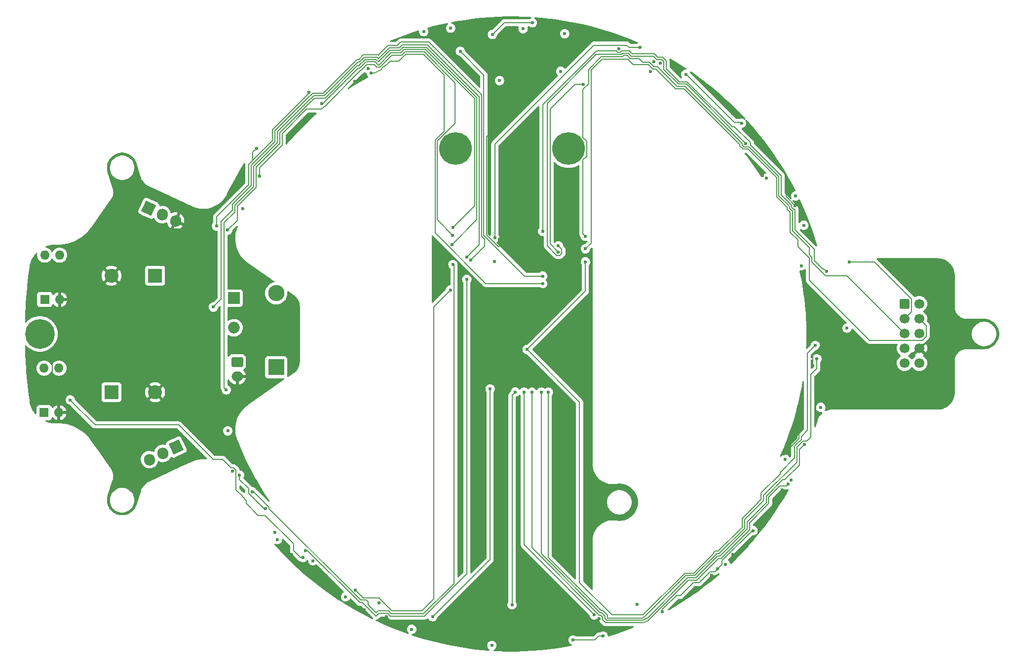
<source format=gbr>
%TF.GenerationSoftware,KiCad,Pcbnew,8.0.6*%
%TF.CreationDate,2024-11-15T00:49:57-05:00*%
%TF.ProjectId,LinePCB,4c696e65-5043-4422-9e6b-696361645f70,rev?*%
%TF.SameCoordinates,Original*%
%TF.FileFunction,Copper,L2,Inr*%
%TF.FilePolarity,Positive*%
%FSLAX46Y46*%
G04 Gerber Fmt 4.6, Leading zero omitted, Abs format (unit mm)*
G04 Created by KiCad (PCBNEW 8.0.6) date 2024-11-15 00:49:57*
%MOMM*%
%LPD*%
G01*
G04 APERTURE LIST*
G04 Aperture macros list*
%AMRoundRect*
0 Rectangle with rounded corners*
0 $1 Rounding radius*
0 $2 $3 $4 $5 $6 $7 $8 $9 X,Y pos of 4 corners*
0 Add a 4 corners polygon primitive as box body*
4,1,4,$2,$3,$4,$5,$6,$7,$8,$9,$2,$3,0*
0 Add four circle primitives for the rounded corners*
1,1,$1+$1,$2,$3*
1,1,$1+$1,$4,$5*
1,1,$1+$1,$6,$7*
1,1,$1+$1,$8,$9*
0 Add four rect primitives between the rounded corners*
20,1,$1+$1,$2,$3,$4,$5,0*
20,1,$1+$1,$4,$5,$6,$7,0*
20,1,$1+$1,$6,$7,$8,$9,0*
20,1,$1+$1,$8,$9,$2,$3,0*%
%AMHorizOval*
0 Thick line with rounded ends*
0 $1 width*
0 $2 $3 position (X,Y) of the first rounded end (center of the circle)*
0 $4 $5 position (X,Y) of the second rounded end (center of the circle)*
0 Add line between two ends*
20,1,$1,$2,$3,$4,$5,0*
0 Add two circle primitives to create the rounded ends*
1,1,$1,$2,$3*
1,1,$1,$4,$5*%
%AMRotRect*
0 Rectangle, with rotation*
0 The origin of the aperture is its center*
0 $1 length*
0 $2 width*
0 $3 Rotation angle, in degrees counterclockwise*
0 Add horizontal line*
21,1,$1,$2,0,0,$3*%
G04 Aperture macros list end*
%TA.AperFunction,ComponentPad*%
%ADD10C,5.100000*%
%TD*%
%TA.AperFunction,ComponentPad*%
%ADD11RoundRect,0.250000X-0.600000X-0.600000X0.600000X-0.600000X0.600000X0.600000X-0.600000X0.600000X0*%
%TD*%
%TA.AperFunction,ComponentPad*%
%ADD12C,1.700000*%
%TD*%
%TA.AperFunction,ComponentPad*%
%ADD13R,2.000000X2.000000*%
%TD*%
%TA.AperFunction,ComponentPad*%
%ADD14O,2.000000X2.000000*%
%TD*%
%TA.AperFunction,ComponentPad*%
%ADD15R,2.800000X2.800000*%
%TD*%
%TA.AperFunction,ComponentPad*%
%ADD16O,2.800000X2.800000*%
%TD*%
%TA.AperFunction,ComponentPad*%
%ADD17R,1.600000X1.600000*%
%TD*%
%TA.AperFunction,ComponentPad*%
%ADD18O,1.600000X1.600000*%
%TD*%
%TA.AperFunction,ComponentPad*%
%ADD19R,2.400000X2.400000*%
%TD*%
%TA.AperFunction,ComponentPad*%
%ADD20C,2.400000*%
%TD*%
%TA.AperFunction,ComponentPad*%
%ADD21C,5.600000*%
%TD*%
%TA.AperFunction,ComponentPad*%
%ADD22RotRect,1.905000X2.000000X205.000000*%
%TD*%
%TA.AperFunction,ComponentPad*%
%ADD23HorizOval,1.905000X-0.020074X0.043050X0.020074X-0.043050X0*%
%TD*%
%TA.AperFunction,ComponentPad*%
%ADD24RoundRect,0.250000X-0.750000X0.600000X-0.750000X-0.600000X0.750000X-0.600000X0.750000X0.600000X0*%
%TD*%
%TA.AperFunction,ComponentPad*%
%ADD25O,2.000000X1.700000*%
%TD*%
%TA.AperFunction,ComponentPad*%
%ADD26RotRect,1.905000X2.000000X335.000000*%
%TD*%
%TA.AperFunction,ComponentPad*%
%ADD27HorizOval,1.905000X-0.020074X-0.043050X0.020074X0.043050X0*%
%TD*%
%TA.AperFunction,ViaPad*%
%ADD28C,0.600000*%
%TD*%
%TA.AperFunction,Conductor*%
%ADD29C,0.200000*%
%TD*%
G04 APERTURE END LIST*
D10*
%TO.N,N/C*%
%TO.C,H1*%
X19002000Y-100000000D03*
%TD*%
D11*
%TO.N,CS1*%
%TO.C,J1*%
X167340000Y-94840000D03*
D12*
%TO.N,SCK1*%
X169880000Y-94840000D03*
%TO.N,CS2*%
X167340000Y-97380000D03*
%TO.N,MISO*%
X169880000Y-97380000D03*
%TO.N,CS3*%
X167340000Y-99920000D03*
%TO.N,MOSI*%
X169880000Y-99920000D03*
%TO.N,12V*%
X167340000Y-102460000D03*
%TO.N,GND*%
X169880000Y-102460000D03*
%TO.N,Kicker*%
X167340000Y-105000000D03*
%TO.N,3.3V*%
X169880000Y-105000000D03*
%TD*%
D13*
%TO.N,Net-(U15-K)*%
%TO.C,R52*%
X52305000Y-93860000D03*
D14*
%TO.N,Net-(U6-D)*%
X52305000Y-98940000D03*
%TD*%
D15*
%TO.N,Net-(U15-K)*%
%TO.C,U15*%
X59540000Y-105710000D03*
D16*
%TO.N,Net-(U14-S)*%
X59540000Y-93010000D03*
%TD*%
D17*
%TO.N,Net-(U12-A)*%
%TO.C,U12*%
X19835000Y-94090000D03*
D18*
%TO.N,GND*%
X22375000Y-94090000D03*
%TO.N,Net-(U14-G)*%
X22375000Y-86470000D03*
%TO.N,12V*%
X19835000Y-86470000D03*
%TD*%
D19*
%TO.N,Net-(U15-K)*%
%TO.C,U10*%
X38770000Y-90000000D03*
D20*
%TO.N,GND*%
X31270000Y-90000000D03*
%TD*%
D21*
%TO.N,N/C*%
%TO.C,H3*%
X109700000Y-68209100D03*
%TD*%
D22*
%TO.N,Net-(U6-G)*%
%TO.C,U6*%
X42382600Y-119420100D03*
D23*
%TO.N,Net-(U6-D)*%
X40080579Y-120493549D03*
%TO.N,48V*%
X37778556Y-121567000D03*
%TD*%
D24*
%TO.N,48V*%
%TO.C,J2*%
X52850000Y-104800000D03*
D25*
%TO.N,GND*%
X52850000Y-107300000D03*
%TD*%
D19*
%TO.N,Net-(U15-K)*%
%TO.C,U9*%
X31270000Y-110000000D03*
D20*
%TO.N,GND*%
X38770000Y-110000000D03*
%TD*%
D21*
%TO.N,N/C*%
%TO.C,H2*%
X90300000Y-68209100D03*
%TD*%
D26*
%TO.N,Net-(U14-G)*%
%TO.C,U14*%
X37676000Y-78443100D03*
D27*
%TO.N,Net-(U14-S)*%
X39978021Y-79516551D03*
%TO.N,GND*%
X42280043Y-80590000D03*
%TD*%
D17*
%TO.N,Net-(U7-A)*%
%TO.C,U7*%
X19725000Y-113490000D03*
D18*
%TO.N,GND*%
X22265000Y-113490000D03*
%TO.N,Net-(U6-G)*%
X22265000Y-105870000D03*
%TO.N,48V*%
X19725000Y-105870000D03*
%TD*%
D28*
%TO.N,3.3V*%
X77218171Y-146187006D03*
X56180000Y-68140000D03*
X125820000Y-147650000D03*
X96550000Y-153460000D03*
X71433900Y-145109700D03*
X148652600Y-76327400D03*
X75299100Y-54479600D03*
X146835700Y-121497600D03*
X96636056Y-48609964D03*
X118350000Y-51039400D03*
X135291500Y-140290000D03*
X89470000Y-47510000D03*
X139376700Y-63843000D03*
X53811100Y-78539500D03*
X59753150Y-135286850D03*
X115630000Y-151850000D03*
X49315600Y-81489100D03*
X109033000Y-48475400D03*
X110467850Y-152522150D03*
X59301600Y-134011700D03*
X103505200Y-46589897D03*
X157473100Y-98992500D03*
X141355000Y-133755000D03*
X57738100Y-130006000D03*
X84856400Y-48117900D03*
X51994900Y-123570000D03*
X129804755Y-55433851D03*
X150043900Y-81362300D03*
X53256900Y-124223300D03*
X51233100Y-116630000D03*
X147855700Y-125068600D03*
X124359485Y-53310515D03*
X65840453Y-138916798D03*
X82794900Y-150684400D03*
X65127450Y-58532550D03*
X152961100Y-112599700D03*
%TO.N,Ch1*%
X152306200Y-104268500D03*
X106235500Y-109994600D03*
%TO.N,GND*%
X97640000Y-109833700D03*
X125433199Y-53529729D03*
X153500000Y-101658400D03*
X141355200Y-70470000D03*
X73062521Y-56630000D03*
X151583900Y-105468000D03*
X151034700Y-94544700D03*
X92024900Y-150739500D03*
X78410000Y-148530000D03*
X53034339Y-74504339D03*
X84956700Y-150983400D03*
X148589300Y-77966200D03*
X114946300Y-148826300D03*
X127680000Y-53490766D03*
X142970000Y-72790000D03*
X134272100Y-141382000D03*
X53690000Y-126750000D03*
X149790000Y-111750000D03*
X74600000Y-147340000D03*
X137830200Y-62169800D03*
X146576600Y-120579400D03*
X62169793Y-137830207D03*
X28970000Y-94080000D03*
X62633400Y-65094700D03*
X137890000Y-137890000D03*
X118950000Y-49493400D03*
X111823700Y-49920400D03*
X52480000Y-119650000D03*
X97862300Y-83758600D03*
X146375013Y-126792688D03*
X146997600Y-75430000D03*
%TO.N,Ch2*%
X150130000Y-119010000D03*
X105021000Y-109985500D03*
%TO.N,Ch3*%
X147396700Y-125771000D03*
X103407400Y-109998100D03*
%TO.N,Ch4*%
X102085000Y-109989300D03*
X136635400Y-139567200D03*
X114109200Y-148224600D03*
%TO.N,Ch5*%
X99998800Y-146469000D03*
X100560400Y-109973900D03*
X121445600Y-146415400D03*
%TO.N,Ch8*%
X86396400Y-148535200D03*
X96235400Y-109418500D03*
%TO.N,Ch9*%
X73108900Y-143922500D03*
X89434500Y-92442700D03*
%TO.N,Ch10*%
X92251000Y-90615000D03*
X64561700Y-137142800D03*
%TO.N,Ch11*%
X89865200Y-88086000D03*
X55399700Y-127068200D03*
%TO.N,Ch12*%
X92248300Y-86835100D03*
X50975500Y-109583300D03*
%TO.N,Ch13*%
X92920800Y-87324600D03*
X48772400Y-95381500D03*
%TO.N,Ch14*%
X51229100Y-82161000D03*
X89691800Y-84685000D03*
%TO.N,Ch15*%
X89835000Y-83039200D03*
X56684600Y-72931000D03*
%TO.N,Ch16*%
X67392357Y-60510286D03*
X89910100Y-81683200D03*
%TO.N,Ch17*%
X105263000Y-91350000D03*
X75843400Y-55223200D03*
%TO.N,Ch18*%
X91136800Y-51487200D03*
X105253100Y-90072500D03*
%TO.N,Ch21*%
X123777337Y-54988115D03*
X112220900Y-57146300D03*
X107947600Y-85925400D03*
%TO.N,Ch22*%
X140069300Y-67293600D03*
X107956200Y-84880800D03*
%TO.N,Ch23*%
X108370000Y-54940000D03*
X143680400Y-73256300D03*
%TO.N,Ch24*%
X105262300Y-82392800D03*
X149650000Y-88310000D03*
X153947108Y-89282892D03*
%TO.N,CS2*%
X157850000Y-87620000D03*
X97035200Y-83497200D03*
X121980000Y-50820000D03*
%TO.N,Kicker*%
X64136300Y-138369000D03*
X24210000Y-111328100D03*
%TO.N,CS1*%
X101900200Y-47629200D03*
%TO.N,CS3*%
X112558600Y-83220900D03*
%TO.N,MOSI*%
X97847800Y-56511000D03*
%TO.N,SCK1*%
X102582800Y-102670200D03*
X152025000Y-101967600D03*
X112590100Y-87627100D03*
%TO.N,MISO*%
X112589500Y-85381000D03*
X97029500Y-87526400D03*
%TD*%
D29*
%TO.N,3.3V*%
X56180000Y-68140000D02*
X55544450Y-68775550D01*
X129804755Y-55433851D02*
X129959537Y-55433851D01*
X57488971Y-130006000D02*
X54799700Y-127316729D01*
X128208622Y-144881450D02*
X125820000Y-147270072D01*
X114142034Y-152522150D02*
X114205034Y-152504966D01*
X58920600Y-66818300D02*
X55504450Y-70234450D01*
X55544450Y-70194450D02*
X55504450Y-70234450D01*
X54799700Y-126499700D02*
X53256900Y-124956900D01*
X65127450Y-58532550D02*
X65006200Y-58411300D01*
X128881450Y-144881450D02*
X128208622Y-144881450D01*
X54849779Y-70889121D02*
X54849779Y-74346532D01*
X129959537Y-55433851D02*
X138177886Y-63652200D01*
X141176471Y-133755000D02*
X136035400Y-138896071D01*
X114860000Y-151850000D02*
X115630000Y-151850000D01*
X110467850Y-152522150D02*
X114142034Y-152522150D01*
X141355000Y-133755000D02*
X141176471Y-133755000D01*
X139185900Y-63652200D02*
X139376700Y-63843000D01*
X136035400Y-139546100D02*
X134799500Y-140782000D01*
X125820000Y-147270072D02*
X125820000Y-147650000D01*
X133985600Y-140782000D02*
X132124100Y-142643500D01*
X55504450Y-70234450D02*
X54849779Y-70889121D01*
X103505200Y-46589897D02*
X98656123Y-46589897D01*
X132124100Y-142643500D02*
X131119400Y-142643500D01*
X136035400Y-138896071D02*
X136035400Y-139546100D01*
X55544450Y-68775550D02*
X55544450Y-70194450D01*
X138177886Y-63652200D02*
X139185900Y-63652200D01*
X114205034Y-152504966D02*
X114860000Y-151850000D01*
X134799500Y-140782000D02*
X133985600Y-140782000D01*
X65127450Y-58712550D02*
X58920600Y-64919400D01*
X57738100Y-130006000D02*
X57488971Y-130006000D01*
X53256900Y-124956900D02*
X53256900Y-124223300D01*
X131119400Y-142643500D02*
X128881450Y-144881450D01*
X58920600Y-64919400D02*
X58920600Y-66818300D01*
X65127450Y-58532550D02*
X65127450Y-58712550D01*
X49315600Y-79880711D02*
X49315600Y-81489100D01*
X54849779Y-74346532D02*
X49315600Y-79880711D01*
X98656123Y-46589897D02*
X96636056Y-48609964D01*
X54799700Y-127316729D02*
X54799700Y-126499700D01*
%TO.N,Ch1*%
X134990000Y-137838628D02*
X134990000Y-137696071D01*
X116391372Y-148740000D02*
X122283764Y-148740000D01*
X148900200Y-121985900D02*
X148900200Y-119387172D01*
X106235500Y-138370999D02*
X115290801Y-147426300D01*
X139876600Y-133357814D02*
X139876600Y-131876600D01*
X129807300Y-141446900D02*
X130618943Y-141446900D01*
X152306200Y-105953800D02*
X152306200Y-104268500D01*
X130618943Y-141446900D02*
X130622343Y-141443500D01*
X135538343Y-137696071D02*
X139876600Y-133357814D01*
X139876600Y-131876600D02*
X143150000Y-128603200D01*
X149897472Y-118389900D02*
X150607700Y-118389900D01*
X122708245Y-148545955D02*
X129807300Y-141446900D01*
X151270800Y-106989200D02*
X152306200Y-105953800D01*
X151270800Y-117726800D02*
X151270800Y-106989200D01*
X150607700Y-118389900D02*
X151270800Y-117726800D01*
X130622343Y-141443500D02*
X131385128Y-141443500D01*
X143150000Y-127736100D02*
X148900200Y-121985900D01*
X131385128Y-141443500D02*
X134990000Y-137838628D01*
X143150000Y-128603200D02*
X143150000Y-127736100D01*
X134990000Y-137696071D02*
X135538343Y-137696071D01*
X116346300Y-148246399D02*
X116346300Y-148694928D01*
X106235500Y-109994600D02*
X106235500Y-138370999D01*
X115526201Y-147426300D02*
X116346300Y-148246399D01*
X122283764Y-148740000D02*
X122708245Y-148545955D01*
X115290801Y-147426300D02*
X115526201Y-147426300D01*
X116346300Y-148694928D02*
X116391372Y-148740000D01*
X148900200Y-119387172D02*
X149897472Y-118389900D01*
%TO.N,GND*%
X83283300Y-149310000D02*
X84956700Y-150983400D01*
X142970000Y-72453426D02*
X141355200Y-70838626D01*
X97640000Y-145124400D02*
X97640000Y-109833700D01*
X95613500Y-82950700D02*
X95613500Y-66130600D01*
X22375000Y-102812800D02*
X22375000Y-94090000D01*
X92024900Y-150739500D02*
X97640000Y-145124400D01*
X149790000Y-111750000D02*
X149217100Y-112322900D01*
X146997600Y-76374500D02*
X148589300Y-77966200D01*
X151034700Y-99193100D02*
X151034700Y-94544700D01*
X97862300Y-84978400D02*
X97793800Y-85046900D01*
X141355200Y-70838626D02*
X141355200Y-70470000D01*
X53034339Y-74532350D02*
X45625589Y-81941100D01*
X149217100Y-112322900D02*
X149217100Y-117938900D01*
X21108400Y-104079400D02*
X22375000Y-102812800D01*
X97709700Y-85046900D02*
X95613500Y-82950700D01*
X22265000Y-113490000D02*
X22265000Y-112388300D01*
X53034339Y-74504339D02*
X53034339Y-74532350D01*
X151583900Y-103574500D02*
X153500000Y-101658400D01*
X45625589Y-81941100D02*
X39328900Y-81941100D01*
X39328900Y-81941100D02*
X31270000Y-90000000D01*
X97862300Y-83758600D02*
X97862300Y-84978400D01*
X21108400Y-111231700D02*
X21108400Y-104079400D01*
X78410000Y-148530000D02*
X79190000Y-149310000D01*
X151583900Y-105468000D02*
X151583900Y-103574500D01*
X146997600Y-75430000D02*
X146997600Y-76374500D01*
X79190000Y-149310000D02*
X83283300Y-149310000D01*
X153500000Y-101658400D02*
X151034700Y-99193100D01*
X142970000Y-72790000D02*
X142970000Y-72453426D01*
X97793800Y-85046900D02*
X97709700Y-85046900D01*
X95613500Y-66130600D02*
X111823700Y-49920400D01*
X22265000Y-112388300D02*
X21108400Y-111231700D01*
X149217100Y-117938900D02*
X146576600Y-120579400D01*
%TO.N,Ch2*%
X146794900Y-125016500D02*
X149301900Y-122509500D01*
X140355000Y-133445099D02*
X140355000Y-132247014D01*
X149301900Y-119838100D02*
X150130000Y-119010000D01*
X123201232Y-148757468D02*
X130110100Y-141848600D01*
X135704029Y-138096071D02*
X140355000Y-133445099D01*
X115360515Y-147826300D02*
X115946300Y-148412085D01*
X116225686Y-149140000D02*
X122370858Y-149140000D01*
X149301900Y-122509500D02*
X149301900Y-119838100D01*
X143610893Y-127840893D02*
X146435286Y-125016500D01*
X115125115Y-147826300D02*
X115360515Y-147826300D01*
X122370858Y-149140000D02*
X123112629Y-148800910D01*
X130788029Y-141843500D02*
X131550814Y-141843500D01*
X135298243Y-138096071D02*
X135704029Y-138096071D01*
X131550814Y-141843500D02*
X135298243Y-138096071D01*
X115946300Y-148412085D02*
X115946300Y-148860614D01*
X130110100Y-141848600D02*
X130782929Y-141848600D01*
X143610893Y-128991121D02*
X143610893Y-127840893D01*
X140355000Y-132247014D02*
X143610893Y-128991121D01*
X115946300Y-148860614D02*
X116225686Y-149140000D01*
X123112629Y-148800910D02*
X123201232Y-148757468D01*
X130782929Y-141848600D02*
X130788029Y-141843500D01*
X146435286Y-125016500D02*
X146794900Y-125016500D01*
X105021000Y-137722185D02*
X115125115Y-147826300D01*
X105021000Y-109985500D02*
X105021000Y-137722185D01*
%TO.N,Ch3*%
X144020000Y-127997472D02*
X144020000Y-129147700D01*
X115546300Y-149026300D02*
X115546300Y-148577771D01*
X147396700Y-125771000D02*
X147083850Y-126083850D01*
X147083850Y-126083850D02*
X145933622Y-126083850D01*
X140755000Y-132412700D02*
X140755000Y-133610785D01*
X130953715Y-142243500D02*
X130946915Y-142250300D01*
X116060000Y-149540000D02*
X115546300Y-149026300D01*
X114959429Y-148226300D02*
X103407400Y-136674271D01*
X115546300Y-148577771D02*
X115194829Y-148226300D01*
X123437044Y-149087342D02*
X123283874Y-149162441D01*
X131716500Y-142243500D02*
X130953715Y-142243500D01*
X130274086Y-142250300D02*
X123437044Y-149087342D01*
X103407400Y-136674271D02*
X103407400Y-109998100D01*
X123283874Y-149162441D02*
X122457953Y-149540000D01*
X115194829Y-148226300D02*
X114959429Y-148226300D01*
X140755000Y-133610785D02*
X135869715Y-138496071D01*
X122457953Y-149540000D02*
X116060000Y-149540000D01*
X145933622Y-126083850D02*
X144020000Y-127997472D01*
X135463929Y-138496071D02*
X131716500Y-142243500D01*
X130946915Y-142250300D02*
X130274086Y-142250300D01*
X144020000Y-129147700D02*
X140755000Y-132412700D01*
X135869715Y-138496071D02*
X135463929Y-138496071D01*
%TO.N,Ch4*%
X114109200Y-148224600D02*
X102085000Y-136200400D01*
X102085000Y-136200400D02*
X102085000Y-109989300D01*
%TO.N,Ch5*%
X99998800Y-110535500D02*
X100560400Y-109973900D01*
X99998800Y-146469000D02*
X99998800Y-110535500D01*
%TO.N,Ch8*%
X96235300Y-109418500D02*
X96235300Y-138696300D01*
X96235400Y-109418500D02*
X96235300Y-109418500D01*
X96235300Y-138696300D02*
X86396400Y-148535200D01*
%TO.N,Ch9*%
X74453800Y-145267400D02*
X73108900Y-143922500D01*
X86538600Y-95338600D02*
X86538600Y-145467581D01*
X89434500Y-92442700D02*
X86538600Y-95338600D01*
X77147094Y-145267400D02*
X74453800Y-145267400D01*
X84526181Y-147480000D02*
X79359694Y-147480000D01*
X86538600Y-145467581D02*
X84526181Y-147480000D01*
X79359694Y-147480000D02*
X77147094Y-145267400D01*
%TO.N,Ch10*%
X74337400Y-146067400D02*
X76690000Y-148420000D01*
X78658529Y-147930000D02*
X79148529Y-148420000D01*
X85000000Y-148420000D02*
X92251000Y-141169000D01*
X76690000Y-148420000D02*
X77180000Y-147930000D01*
X64561700Y-137142800D02*
X64914985Y-137142800D01*
X79148529Y-148420000D02*
X85000000Y-148420000D01*
X64914985Y-137142800D02*
X73839585Y-146067400D01*
X92251000Y-141169000D02*
X92251000Y-90615000D01*
X73839585Y-146067400D02*
X74337400Y-146067400D01*
X77180000Y-147930000D02*
X78658529Y-147930000D01*
%TO.N,Ch11*%
X58339800Y-129756800D02*
X58339800Y-130001929D01*
X77014314Y-147530000D02*
X78824215Y-147530000D01*
X90036200Y-142818114D02*
X90036200Y-88257000D01*
X84834314Y-148020000D02*
X90036200Y-142818114D01*
X74005271Y-145667400D02*
X74967400Y-145667400D01*
X55399700Y-127068200D02*
X55651200Y-127068200D01*
X76691393Y-147852922D02*
X77014314Y-147530000D01*
X55651200Y-127068200D02*
X58339800Y-129756800D01*
X74967400Y-145667400D02*
X75309500Y-146009500D01*
X75309500Y-146471029D02*
X76691393Y-147852922D01*
X78824215Y-147530000D02*
X79314215Y-148020000D01*
X90036200Y-88257000D02*
X89865200Y-88086000D01*
X79314215Y-148020000D02*
X84834314Y-148020000D01*
X58339800Y-130001929D02*
X74005271Y-145667400D01*
X75309500Y-146009500D02*
X75309500Y-146471029D01*
%TO.N,Ch12*%
X94370500Y-59310500D02*
X85450000Y-50390000D01*
X52443200Y-77921114D02*
X52443200Y-79087400D01*
X59724000Y-65281686D02*
X59724000Y-67150900D01*
X76875684Y-52500000D02*
X74656042Y-52500000D01*
X65541665Y-59532550D02*
X65473136Y-59532550D01*
X50627300Y-109235100D02*
X50975500Y-109583300D01*
X73826042Y-53330000D02*
X73546900Y-53330000D01*
X73546900Y-53330000D02*
X67775100Y-59101800D01*
X81162300Y-50390000D02*
X80650250Y-50902050D01*
X55700000Y-74664314D02*
X52443200Y-77921114D01*
X78890000Y-50960000D02*
X77112842Y-52737158D01*
X85450000Y-50390000D02*
X81162300Y-50390000D01*
X92248300Y-86835100D02*
X94370500Y-84712900D01*
X55684600Y-73345215D02*
X55700000Y-73360615D01*
X80650250Y-50902050D02*
X78890000Y-50902050D01*
X78890000Y-50902050D02*
X78890000Y-50960000D01*
X65473136Y-59532550D02*
X59724000Y-65281686D01*
X77112842Y-52737158D02*
X76875684Y-52500000D01*
X50627300Y-80903300D02*
X50627300Y-109235100D01*
X67775100Y-59101800D02*
X65972415Y-59101800D01*
X55684600Y-71190300D02*
X55684600Y-73345215D01*
X59724000Y-67150900D02*
X55684600Y-71190300D01*
X52443200Y-79087400D02*
X50627300Y-80903300D01*
X94370500Y-84712900D02*
X94370500Y-59310500D01*
X65972415Y-59101800D02*
X65541665Y-59532550D01*
X74656042Y-52500000D02*
X73826042Y-53330000D01*
X55700000Y-73360615D02*
X55700000Y-74664314D01*
%TO.N,Ch13*%
X50121500Y-94032400D02*
X48772400Y-95381500D01*
X65375979Y-59132550D02*
X65307450Y-59132550D01*
X77112157Y-52170787D02*
X77041370Y-52100000D01*
X73675178Y-52915178D02*
X73393722Y-52915178D01*
X55249779Y-71057121D02*
X55249779Y-74512218D01*
X95300000Y-83770886D02*
X94770500Y-83241386D01*
X65307450Y-59132550D02*
X59322300Y-65117700D01*
X52041500Y-78779700D02*
X50121500Y-80699700D01*
X74490356Y-52100000D02*
X73675178Y-52915178D01*
X95300000Y-84945400D02*
X95300000Y-83770886D01*
X80874100Y-49910000D02*
X80282050Y-50502050D01*
X85720000Y-49910000D02*
X80874100Y-49910000D01*
X65727450Y-58712550D02*
X65727450Y-58781079D01*
X55249779Y-74512218D02*
X52041500Y-77720497D01*
X65781200Y-58658800D02*
X65727450Y-58712550D01*
X94770500Y-83241386D02*
X94770500Y-58960500D01*
X77041370Y-52100000D02*
X74490356Y-52100000D01*
X94770500Y-58960500D02*
X85720000Y-49910000D01*
X77112157Y-52114208D02*
X77112157Y-52170787D01*
X80282050Y-50502050D02*
X78724315Y-50502050D01*
X52041500Y-77720497D02*
X52041500Y-78779700D01*
X59322300Y-66984600D02*
X55249779Y-71057121D01*
X65727450Y-58781079D02*
X65375979Y-59132550D01*
X59322300Y-65117700D02*
X59322300Y-66984600D01*
X50121500Y-80699700D02*
X50121500Y-94032400D01*
X92920800Y-87324600D02*
X95300000Y-84945400D01*
X73393722Y-52915178D02*
X67650100Y-58658800D01*
X67650100Y-58658800D02*
X65781200Y-58658800D01*
X78724315Y-50502050D02*
X77112157Y-52114208D01*
%TO.N,Ch14*%
X81330300Y-50790000D02*
X80768929Y-51351371D01*
X56084600Y-73179529D02*
X56120000Y-73214929D01*
X93970500Y-59476186D02*
X85284314Y-50790000D01*
X89691800Y-84685000D02*
X93970500Y-80406300D01*
X80768929Y-51351371D02*
X79071572Y-51351371D01*
X65707351Y-59932550D02*
X65638822Y-59932550D01*
X67941400Y-59503500D02*
X66136401Y-59503500D01*
X65638822Y-59932550D02*
X60124000Y-65447372D01*
X60124000Y-65447372D02*
X60124000Y-67318900D01*
X52844900Y-78085100D02*
X52844900Y-80545200D01*
X52844900Y-80545200D02*
X51229100Y-82161000D01*
X56095727Y-74829865D02*
X56090233Y-74839767D01*
X56120000Y-74788866D02*
X56095727Y-74829865D01*
X56120000Y-73214929D02*
X56120000Y-74788866D01*
X93970500Y-80406300D02*
X93970500Y-59476186D01*
X66136401Y-59503500D02*
X65707351Y-59932550D01*
X74821728Y-52900000D02*
X73739278Y-53982450D01*
X85284314Y-50790000D02*
X81330300Y-50790000D01*
X73462450Y-53982450D02*
X67941400Y-59503500D01*
X79071572Y-51351371D02*
X77116471Y-53306472D01*
X73739278Y-53982450D02*
X73462450Y-53982450D01*
X56084600Y-71358300D02*
X56084600Y-73179529D01*
X56090233Y-74839767D02*
X52844900Y-78085100D01*
X60124000Y-67318900D02*
X56084600Y-71358300D01*
X77116471Y-53306472D02*
X76709999Y-52900000D01*
X76709999Y-52900000D02*
X74821728Y-52900000D01*
%TO.N,Ch15*%
X89835000Y-83039200D02*
X87200000Y-80404200D01*
X81666300Y-51590000D02*
X81104929Y-52151371D01*
X76297236Y-53761550D02*
X75091550Y-53761550D01*
X77317158Y-54237157D02*
X76772843Y-54237157D01*
X90260000Y-56897058D02*
X84952942Y-51590000D01*
X74048600Y-54804500D02*
X73974941Y-54804500D01*
X67920793Y-60858648D02*
X67271680Y-61406000D01*
X90260000Y-63865037D02*
X90260000Y-56897058D01*
X66749003Y-61430000D02*
X64775586Y-61430000D01*
X81104929Y-52151371D02*
X79402944Y-52151371D01*
X73974941Y-54804500D02*
X67920793Y-60858648D01*
X84952942Y-51590000D02*
X81666300Y-51590000D01*
X67271680Y-61406000D02*
X66773003Y-61406000D01*
X76772843Y-54237157D02*
X76297236Y-53761550D01*
X60574502Y-65631084D02*
X60574502Y-67604502D01*
X79402944Y-52151371D02*
X77317158Y-54237157D01*
X64775586Y-61430000D02*
X60574502Y-65631084D01*
X75091550Y-53761550D02*
X74048600Y-54804500D01*
X60574502Y-67604502D02*
X56684600Y-71494403D01*
X56684600Y-71494403D02*
X56684600Y-72931000D01*
X87200000Y-66925037D02*
X90260000Y-63865037D01*
X87200000Y-80404200D02*
X87200000Y-66925037D01*
X66773003Y-61406000D02*
X66749003Y-61430000D01*
%TO.N,Ch16*%
X85118628Y-51190000D02*
X93570500Y-59641872D01*
X67392357Y-60510286D02*
X67538714Y-60510286D01*
X77151472Y-53837157D02*
X79237258Y-51751371D01*
X93570500Y-59641872D02*
X93570500Y-78022800D01*
X81498300Y-51190000D02*
X85118628Y-51190000D01*
X93570500Y-78022800D02*
X89910100Y-81683200D01*
X74987414Y-53300000D02*
X76532843Y-53300000D01*
X73644500Y-54404500D02*
X73882914Y-54404500D01*
X76532843Y-53300000D02*
X77070000Y-53837157D01*
X77070000Y-53837157D02*
X77151472Y-53837157D01*
X73882914Y-54404500D02*
X74987414Y-53300000D01*
X67538714Y-60510286D02*
X73644500Y-54404500D01*
X80936929Y-51751371D02*
X81498300Y-51190000D01*
X79237258Y-51751371D02*
X80936929Y-51751371D01*
%TO.N,Ch17*%
X76424218Y-55223200D02*
X75843400Y-55223200D01*
X88340000Y-65219351D02*
X88340000Y-55542744D01*
X86800000Y-66759351D02*
X88340000Y-65219351D01*
X95506000Y-91350000D02*
X86800000Y-82644000D01*
X80570000Y-53220000D02*
X79090000Y-53220000D01*
X86800000Y-82644000D02*
X86800000Y-66759351D01*
X81834300Y-51990000D02*
X81272929Y-52551371D01*
X77959271Y-54160729D02*
X77401602Y-54718398D01*
X84787256Y-51990000D02*
X81834300Y-51990000D01*
X79090000Y-53220000D02*
X78149271Y-54160729D01*
X88340000Y-55542744D02*
X84787256Y-51990000D01*
X81238629Y-52551371D02*
X80570000Y-53220000D01*
X81272929Y-52551371D02*
X81238629Y-52551371D01*
X77401602Y-54718398D02*
X76424218Y-55223200D01*
X78149271Y-54160729D02*
X77959271Y-54160729D01*
X105263000Y-91350000D02*
X95506000Y-91350000D01*
%TO.N,Ch18*%
X95170500Y-83075700D02*
X102167300Y-90072500D01*
X102167300Y-90072500D02*
X105253100Y-90072500D01*
X95170500Y-55520900D02*
X95170500Y-83075700D01*
X91136800Y-51487200D02*
X95170500Y-55520900D01*
%TO.N,Ch21*%
X106543600Y-84521400D02*
X107947600Y-85925400D01*
X110803700Y-57146300D02*
X106543600Y-61406400D01*
X112220900Y-57146300D02*
X110803700Y-57146300D01*
X106543600Y-61406400D02*
X106543600Y-84521400D01*
%TO.N,Ch22*%
X129885623Y-57109923D02*
X128539923Y-57109923D01*
X108547600Y-86173929D02*
X108547600Y-85472200D01*
X106050000Y-84876329D02*
X107699071Y-86525400D01*
X125681728Y-52929729D02*
X124827228Y-52929729D01*
X126033199Y-54603199D02*
X126033199Y-53281200D01*
X126033199Y-53281200D02*
X125681728Y-52929729D01*
X128539923Y-57109923D02*
X126033199Y-54603199D01*
X140069300Y-67293600D02*
X129885623Y-57109923D01*
X106050000Y-60460000D02*
X106050000Y-84876329D01*
X118764215Y-52039400D02*
X114470600Y-52039400D01*
X118993615Y-51810000D02*
X118764215Y-52039400D01*
X120473828Y-52339600D02*
X119944228Y-51810000D01*
X124237099Y-52339600D02*
X120473828Y-52339600D01*
X119944228Y-51810000D02*
X118993615Y-51810000D01*
X114470600Y-52039400D02*
X106050000Y-60460000D01*
X108547600Y-85472200D02*
X107956200Y-84880800D01*
X124827228Y-52929729D02*
X124237099Y-52339600D01*
X108196129Y-86525400D02*
X108547600Y-86173929D01*
X107699071Y-86525400D02*
X108196129Y-86525400D01*
%TO.N,Ch24*%
X120109914Y-51410000D02*
X118827929Y-51410000D01*
X124402785Y-51939600D02*
X120639514Y-51939600D01*
X118827929Y-51410000D02*
X118598529Y-51639400D01*
X105262300Y-60627700D02*
X105262300Y-82392800D01*
X114480000Y-51410000D02*
X105262300Y-60627700D01*
X124992914Y-52529729D02*
X124402785Y-51939600D01*
X147989300Y-77931886D02*
X146185100Y-76127686D01*
X120639514Y-51939600D02*
X120109914Y-51410000D01*
X147989300Y-78214729D02*
X147989300Y-77931886D01*
X153499600Y-88835384D02*
X153285384Y-88835384D01*
X117872071Y-51410000D02*
X114480000Y-51410000D01*
X140895700Y-67575700D02*
X140895700Y-67177200D01*
X146185100Y-76127686D02*
X146185100Y-72865100D01*
X138170700Y-64452200D02*
X137793586Y-64452200D01*
X148544500Y-78566200D02*
X148340771Y-78566200D01*
X126198884Y-52881200D02*
X125847414Y-52529729D01*
X125847414Y-52529729D02*
X124992914Y-52529729D01*
X130051309Y-56709923D02*
X128705609Y-56709923D01*
X153285384Y-88835384D02*
X151840000Y-87390000D01*
X118598529Y-51639400D02*
X118101471Y-51639400D01*
X126433199Y-53115514D02*
X126198884Y-52881200D01*
X146185100Y-72865100D02*
X140895700Y-67575700D01*
X148340771Y-78566200D02*
X147989300Y-78214729D01*
X137793586Y-64452200D02*
X130051309Y-56709923D01*
X118101471Y-51639400D02*
X117872071Y-51410000D01*
X140895700Y-67177200D02*
X138170700Y-64452200D01*
X148544500Y-82174114D02*
X148544500Y-78566200D01*
X151840000Y-85469614D02*
X148544500Y-82174114D01*
X151840000Y-87390000D02*
X151840000Y-85469614D01*
X126433199Y-54437513D02*
X126433199Y-53115514D01*
X128705609Y-56709923D02*
X126433199Y-54437513D01*
X153947108Y-89282892D02*
X153499600Y-88835384D01*
%TO.N,CS2*%
X168531100Y-96188900D02*
X168531100Y-93995000D01*
X120085600Y-50820000D02*
X119705000Y-50439400D01*
X168531100Y-93995000D02*
X162156100Y-87620000D01*
X167340000Y-97380000D02*
X168531100Y-96188900D01*
X119705000Y-50439400D02*
X114030600Y-50439400D01*
X121980000Y-50820000D02*
X120085600Y-50820000D01*
X97035200Y-67434800D02*
X97035200Y-83497200D01*
X114030600Y-50439400D02*
X97035200Y-67434800D01*
X162156100Y-87620000D02*
X157850000Y-87620000D01*
%TO.N,Kicker*%
X51800000Y-122970000D02*
X52243429Y-122970000D01*
X52650200Y-123376771D02*
X52650200Y-126769350D01*
X62510000Y-136030000D02*
X62510000Y-137180000D01*
X54390000Y-129060000D02*
X56465000Y-131135000D01*
X56465000Y-131135000D02*
X57615000Y-131135000D01*
X24210000Y-111328100D02*
X28479700Y-115597800D01*
X54390000Y-128600000D02*
X54390000Y-129060000D01*
X63699000Y-138369000D02*
X64136300Y-138369000D01*
X54380000Y-128600000D02*
X54390000Y-128600000D01*
X28479700Y-115597800D02*
X42783500Y-115597800D01*
X52650200Y-126769350D02*
X53770000Y-127889150D01*
X52243429Y-122970000D02*
X52650200Y-123376771D01*
X53770000Y-127990000D02*
X54380000Y-128600000D01*
X50357150Y-121527150D02*
X51800000Y-122970000D01*
X62510000Y-137180000D02*
X63699000Y-138369000D01*
X53770000Y-127889150D02*
X53770000Y-127990000D01*
X48712850Y-121527150D02*
X50357150Y-121527150D01*
X57615000Y-131135000D02*
X62510000Y-136030000D01*
X42783500Y-115597800D02*
X48712850Y-121527150D01*
%TO.N,CS3*%
X151000000Y-86404314D02*
X151440000Y-86844314D01*
X112180000Y-82842300D02*
X112180000Y-70113163D01*
X112180000Y-70113163D02*
X112800000Y-69493163D01*
X115300600Y-52439400D02*
X118929901Y-52439400D01*
X124909729Y-54129729D02*
X128289923Y-57509923D01*
X157430000Y-90010000D02*
X167340000Y-99920000D01*
X120308142Y-52739600D02*
X121782300Y-52739600D01*
X151440000Y-86844314D02*
X151440000Y-87624314D01*
X151000000Y-85195300D02*
X151000000Y-86404314D01*
X145785100Y-76293372D02*
X147589300Y-78097572D01*
X140647914Y-67893600D02*
X145785100Y-73030786D01*
X119778542Y-52210000D02*
X120308142Y-52739600D01*
X148144500Y-78935614D02*
X148144500Y-82339800D01*
X147589300Y-78097572D02*
X147589300Y-78380414D01*
X119159301Y-52210000D02*
X119778542Y-52210000D01*
X112800000Y-66925037D02*
X112180000Y-66305037D01*
X122392700Y-53350000D02*
X123550441Y-53350000D01*
X121782300Y-52739600D02*
X122392700Y-53350000D01*
X148144500Y-82339800D02*
X151000000Y-85195300D01*
X147589300Y-78380414D02*
X148144500Y-78935614D01*
X112180000Y-58035729D02*
X113146700Y-57069029D01*
X139469300Y-67542129D02*
X139820771Y-67893600D01*
X139469300Y-67340894D02*
X139469300Y-67542129D01*
X112180000Y-66305037D02*
X112180000Y-58035729D01*
X112558600Y-83220900D02*
X112180000Y-82842300D01*
X153825686Y-90010000D02*
X157430000Y-90010000D01*
X123550441Y-53350000D02*
X124330170Y-54129729D01*
X128289923Y-57509923D02*
X129638329Y-57509923D01*
X112800000Y-69493163D02*
X112800000Y-66925037D01*
X139820771Y-67893600D02*
X140647914Y-67893600D01*
X145785100Y-73030786D02*
X145785100Y-76293372D01*
X118929901Y-52439400D02*
X119159301Y-52210000D01*
X113146700Y-54593300D02*
X115300600Y-52439400D01*
X124330170Y-54129729D02*
X124909729Y-54129729D01*
X129638329Y-57509923D02*
X139469300Y-67340894D01*
X151440000Y-87624314D02*
X153825686Y-90010000D01*
X113146700Y-57069029D02*
X113146700Y-54593300D01*
%TO.N,SCK1*%
X149617100Y-117612900D02*
X149617100Y-118104586D01*
X150681800Y-103310800D02*
X150681800Y-116548200D01*
X122973712Y-147713712D02*
X129642224Y-141045200D01*
X122965464Y-147713712D02*
X122973712Y-147713712D01*
X142100000Y-129003500D02*
X142100000Y-129063500D01*
X145991500Y-123759700D02*
X145991500Y-124018500D01*
X129642224Y-141045200D02*
X130118300Y-141045200D01*
X102582800Y-102670200D02*
X111596500Y-111683900D01*
X112590100Y-92662900D02*
X112590100Y-87627100D01*
X130456658Y-141043500D02*
X130454958Y-141045200D01*
X152025000Y-101967600D02*
X150681800Y-103310800D01*
X134590000Y-137530386D02*
X134590000Y-137672942D01*
X111596500Y-111683900D02*
X111596500Y-142647546D01*
X131219442Y-141043500D02*
X130456658Y-141043500D01*
X117168954Y-148220000D02*
X122459176Y-148220000D01*
X122459176Y-148220000D02*
X122965464Y-147713712D01*
X142750000Y-127260000D02*
X142750000Y-128353500D01*
X139476600Y-133192128D02*
X135372657Y-137296071D01*
X145991500Y-124018500D02*
X142750000Y-127260000D01*
X111596500Y-142647546D02*
X117168954Y-148220000D01*
X148498500Y-121252700D02*
X145991500Y-123759700D01*
X139476600Y-131686900D02*
X139476600Y-133192128D01*
X135372657Y-137296071D02*
X134824315Y-137296071D01*
X148498500Y-119223186D02*
X148498500Y-121252700D01*
X102582800Y-102670200D02*
X112590100Y-92662900D01*
X142100000Y-129063500D02*
X139476600Y-131686900D01*
X134824315Y-137296071D02*
X134590000Y-137530386D01*
X130454958Y-141045200D02*
X130010000Y-141045200D01*
X149617100Y-118104586D02*
X148498500Y-119223186D01*
X134590000Y-137672942D02*
X131219442Y-141043500D01*
X150681800Y-116548200D02*
X149617100Y-117612900D01*
X142750000Y-128353500D02*
X142100000Y-129003500D01*
%TO.N,MISO*%
X151040000Y-90810000D02*
X151040000Y-87010000D01*
X120762857Y-53760000D02*
X119842257Y-52839400D01*
X124164484Y-54529729D02*
X123394755Y-53760000D01*
X139655085Y-68293600D02*
X139069300Y-67707815D01*
X119842257Y-52839400D02*
X115466286Y-52839400D01*
X124709729Y-54529729D02*
X124164484Y-54529729D01*
X170365900Y-101080800D02*
X161310800Y-101080800D01*
X147744500Y-82525100D02*
X147744500Y-79101300D01*
X113560000Y-84410500D02*
X112589500Y-85381000D01*
X171043800Y-100402900D02*
X170365900Y-101080800D01*
X139069300Y-67506580D02*
X129472643Y-57909923D01*
X147189300Y-78263258D02*
X145385100Y-76459058D01*
X151040000Y-87010000D02*
X149090000Y-85060000D01*
X149090000Y-85060000D02*
X149090000Y-83870600D01*
X161310800Y-101080800D02*
X151040000Y-90810000D01*
X139069300Y-67707815D02*
X139069300Y-67506580D01*
X149090000Y-83870600D02*
X147744500Y-82525100D01*
X145385100Y-73196472D02*
X140482228Y-68293600D01*
X128089923Y-57909923D02*
X124709729Y-54529729D01*
X145385100Y-76459058D02*
X145385100Y-73196472D01*
X169880000Y-97380000D02*
X171043800Y-98543800D01*
X171043800Y-98543800D02*
X171043800Y-100402900D01*
X115466286Y-52839400D02*
X113560000Y-54745686D01*
X123394755Y-53760000D02*
X120762857Y-53760000D01*
X113560000Y-54745686D02*
X113560000Y-84410500D01*
X147189300Y-78546100D02*
X147189300Y-78263258D01*
X140482228Y-68293600D02*
X139655085Y-68293600D01*
X129472643Y-57909923D02*
X128089923Y-57909923D01*
X147744500Y-79101300D02*
X147189300Y-78546100D01*
%TD*%
%TA.AperFunction,Conductor*%
%TO.N,GND*%
G36*
X104581134Y-60840615D02*
G01*
X104637067Y-60882487D01*
X104661484Y-60947951D01*
X104661800Y-60956797D01*
X104661800Y-81810387D01*
X104642115Y-81877426D01*
X104634750Y-81887696D01*
X104632486Y-81890534D01*
X104536511Y-82043276D01*
X104476931Y-82213545D01*
X104476930Y-82213550D01*
X104456735Y-82392796D01*
X104456735Y-82392803D01*
X104476930Y-82572049D01*
X104476931Y-82572054D01*
X104536511Y-82742323D01*
X104620371Y-82875785D01*
X104632484Y-82895062D01*
X104760038Y-83022616D01*
X104850380Y-83079382D01*
X104912244Y-83118254D01*
X104912778Y-83118589D01*
X105019384Y-83155892D01*
X105083045Y-83178168D01*
X105083050Y-83178169D01*
X105262296Y-83198365D01*
X105262300Y-83198365D01*
X105262301Y-83198365D01*
X105270257Y-83197468D01*
X105311617Y-83192808D01*
X105380437Y-83204862D01*
X105431817Y-83252210D01*
X105449500Y-83316028D01*
X105449500Y-84789659D01*
X105449499Y-84789677D01*
X105449499Y-84955383D01*
X105449498Y-84955383D01*
X105490424Y-85108118D01*
X105490425Y-85108119D01*
X105508287Y-85139056D01*
X105508288Y-85139057D01*
X105569477Y-85245041D01*
X105569481Y-85245046D01*
X105688349Y-85363914D01*
X105688354Y-85363918D01*
X107330355Y-87005920D01*
X107330357Y-87005921D01*
X107330361Y-87005924D01*
X107467280Y-87084973D01*
X107467283Y-87084975D01*
X107467287Y-87084977D01*
X107620014Y-87125901D01*
X107620016Y-87125901D01*
X107785725Y-87125901D01*
X107785741Y-87125900D01*
X108109460Y-87125900D01*
X108109476Y-87125901D01*
X108117072Y-87125901D01*
X108275183Y-87125901D01*
X108275186Y-87125901D01*
X108427914Y-87084977D01*
X108498827Y-87044035D01*
X108499290Y-87043768D01*
X108564838Y-87005924D01*
X108564837Y-87005924D01*
X108564845Y-87005920D01*
X108676649Y-86894116D01*
X108676649Y-86894114D01*
X108686853Y-86883911D01*
X108686857Y-86883906D01*
X108906106Y-86664657D01*
X108906111Y-86664653D01*
X108916314Y-86654449D01*
X108916316Y-86654449D01*
X109028120Y-86542645D01*
X109081364Y-86450423D01*
X109107177Y-86405714D01*
X109148100Y-86252986D01*
X109148100Y-86094872D01*
X109148100Y-85561259D01*
X109148101Y-85561246D01*
X109148101Y-85393145D01*
X109148101Y-85393143D01*
X109107177Y-85240415D01*
X109074816Y-85184365D01*
X109074816Y-85184364D01*
X109028122Y-85103487D01*
X109028121Y-85103486D01*
X109028120Y-85103484D01*
X108916316Y-84991680D01*
X108916315Y-84991679D01*
X108911985Y-84987349D01*
X108911974Y-84987339D01*
X108786900Y-84862265D01*
X108753415Y-84800942D01*
X108751363Y-84788486D01*
X108741568Y-84701545D01*
X108681989Y-84531278D01*
X108586016Y-84378538D01*
X108458462Y-84250984D01*
X108457814Y-84250577D01*
X108305723Y-84155011D01*
X108135454Y-84095431D01*
X108135449Y-84095430D01*
X107956204Y-84075235D01*
X107956196Y-84075235D01*
X107776950Y-84095430D01*
X107776945Y-84095431D01*
X107606676Y-84155011D01*
X107453939Y-84250983D01*
X107375859Y-84329063D01*
X107314535Y-84362547D01*
X107244844Y-84357563D01*
X107200497Y-84329062D01*
X107180419Y-84308984D01*
X107146934Y-84247661D01*
X107144100Y-84221303D01*
X107144100Y-70622453D01*
X107163785Y-70555414D01*
X107216589Y-70509659D01*
X107285747Y-70499715D01*
X107349303Y-70528740D01*
X107353350Y-70532407D01*
X107560163Y-70728311D01*
X107845081Y-70944900D01*
X108151747Y-71129415D01*
X108151749Y-71129416D01*
X108151751Y-71129417D01*
X108151755Y-71129419D01*
X108461430Y-71272689D01*
X108476565Y-71279691D01*
X108815726Y-71393968D01*
X109165254Y-71470905D01*
X109521052Y-71509600D01*
X109521058Y-71509600D01*
X109878942Y-71509600D01*
X109878948Y-71509600D01*
X110234746Y-71470905D01*
X110584274Y-71393968D01*
X110923435Y-71279691D01*
X111248253Y-71129415D01*
X111391571Y-71043182D01*
X111459163Y-71025487D01*
X111525592Y-71047143D01*
X111569767Y-71101276D01*
X111579500Y-71149433D01*
X111579500Y-82755630D01*
X111579499Y-82755648D01*
X111579499Y-82921354D01*
X111579498Y-82921354D01*
X111586201Y-82946368D01*
X111620423Y-83074085D01*
X111635030Y-83099385D01*
X111645925Y-83118254D01*
X111645926Y-83118258D01*
X111645927Y-83118258D01*
X111696960Y-83206652D01*
X111699479Y-83211014D01*
X111699481Y-83211017D01*
X111727898Y-83239434D01*
X111761383Y-83300757D01*
X111763437Y-83313231D01*
X111773230Y-83400149D01*
X111832810Y-83570421D01*
X111866049Y-83623320D01*
X111928784Y-83723162D01*
X112056338Y-83850716D01*
X112110869Y-83884980D01*
X112202565Y-83942597D01*
X112209078Y-83946689D01*
X112322657Y-83986432D01*
X112379345Y-84006268D01*
X112379350Y-84006269D01*
X112558596Y-84026465D01*
X112558600Y-84026465D01*
X112558604Y-84026465D01*
X112737849Y-84006269D01*
X112737851Y-84006268D01*
X112737855Y-84006268D01*
X112737858Y-84006266D01*
X112737862Y-84006266D01*
X112794545Y-83986432D01*
X112864324Y-83982870D01*
X112924951Y-84017598D01*
X112957179Y-84079591D01*
X112959500Y-84103473D01*
X112959500Y-84110402D01*
X112939815Y-84177441D01*
X112923181Y-84198083D01*
X112570965Y-84550298D01*
X112509642Y-84583783D01*
X112497168Y-84585837D01*
X112410250Y-84595630D01*
X112239978Y-84655210D01*
X112087237Y-84751184D01*
X111959684Y-84878737D01*
X111863711Y-85031476D01*
X111804131Y-85201745D01*
X111804130Y-85201750D01*
X111783935Y-85380996D01*
X111783935Y-85381003D01*
X111804130Y-85560249D01*
X111804131Y-85560254D01*
X111863711Y-85730523D01*
X111939607Y-85851310D01*
X111959684Y-85883262D01*
X112087238Y-86010816D01*
X112177580Y-86067582D01*
X112234929Y-86103617D01*
X112239978Y-86106789D01*
X112410245Y-86166368D01*
X112410250Y-86166369D01*
X112589496Y-86186565D01*
X112589500Y-86186565D01*
X112589504Y-86186565D01*
X112768749Y-86166369D01*
X112768752Y-86166368D01*
X112768755Y-86166368D01*
X112939022Y-86106789D01*
X113091762Y-86010816D01*
X113219316Y-85883262D01*
X113315289Y-85730522D01*
X113374868Y-85560255D01*
X113384661Y-85473329D01*
X113411726Y-85408918D01*
X113420180Y-85399553D01*
X113587822Y-85231912D01*
X113649142Y-85198430D01*
X113718834Y-85203414D01*
X113774767Y-85245286D01*
X113799184Y-85310750D01*
X113799500Y-85319596D01*
X113799500Y-122327551D01*
X113799449Y-122459894D01*
X113799449Y-122459895D01*
X113836008Y-122816231D01*
X113836009Y-122816238D01*
X113836010Y-122816243D01*
X113886181Y-123058172D01*
X113908752Y-123167009D01*
X114016911Y-123508503D01*
X114159366Y-123837190D01*
X114226613Y-123957068D01*
X114334622Y-124149613D01*
X114334642Y-124149641D01*
X114540842Y-124442508D01*
X114540849Y-124442516D01*
X114540851Y-124442519D01*
X114603433Y-124514494D01*
X114775894Y-124712840D01*
X114775906Y-124712852D01*
X115037303Y-124957763D01*
X115037304Y-124957765D01*
X115068583Y-124981573D01*
X115217529Y-125094945D01*
X115322358Y-125174736D01*
X115322369Y-125174744D01*
X115520841Y-125295979D01*
X115628056Y-125361471D01*
X115951219Y-125516031D01*
X115951218Y-125516031D01*
X115951221Y-125516032D01*
X116288472Y-125636801D01*
X116636289Y-125722517D01*
X116813664Y-125747401D01*
X116991031Y-125772285D01*
X116991032Y-125772285D01*
X116991039Y-125772286D01*
X117349015Y-125785586D01*
X117706479Y-125762280D01*
X117879782Y-125732937D01*
X117886446Y-125731995D01*
X118221570Y-125693956D01*
X118234997Y-125693167D01*
X118568934Y-125691699D01*
X118582359Y-125692370D01*
X118914481Y-125727116D01*
X118927768Y-125729241D01*
X119188528Y-125785605D01*
X119254158Y-125799791D01*
X119267143Y-125803346D01*
X119425219Y-125855995D01*
X119583953Y-125908863D01*
X119596472Y-125913803D01*
X119899982Y-126053051D01*
X119911898Y-126059321D01*
X120198521Y-126230656D01*
X120209676Y-126238176D01*
X120476030Y-126439573D01*
X120486313Y-126448264D01*
X120729256Y-126677347D01*
X120738536Y-126687102D01*
X120955217Y-126941183D01*
X120963384Y-126951887D01*
X121151233Y-127227951D01*
X121158190Y-127239475D01*
X121314996Y-127534271D01*
X121315007Y-127534290D01*
X121320672Y-127546498D01*
X121325463Y-127558483D01*
X121444598Y-127856572D01*
X121448909Y-127869327D01*
X121538488Y-128191014D01*
X121541390Y-128204162D01*
X121595561Y-128533656D01*
X121597021Y-128547040D01*
X121615149Y-128880470D01*
X121615149Y-128893934D01*
X121597020Y-129227364D01*
X121595560Y-129240748D01*
X121541389Y-129570242D01*
X121538487Y-129583390D01*
X121448909Y-129905074D01*
X121444598Y-129917830D01*
X121320671Y-130227904D01*
X121315003Y-130240116D01*
X121158189Y-130534927D01*
X121151230Y-130546453D01*
X120963381Y-130822516D01*
X120955214Y-130833220D01*
X120738532Y-131087301D01*
X120729252Y-131097056D01*
X120486309Y-131326138D01*
X120476026Y-131334830D01*
X120209668Y-131536229D01*
X120198504Y-131543754D01*
X119911897Y-131715078D01*
X119899982Y-131721348D01*
X119596467Y-131860598D01*
X119583942Y-131865540D01*
X119267136Y-131971056D01*
X119254151Y-131974611D01*
X118927770Y-132045158D01*
X118914474Y-132047284D01*
X118582365Y-132082028D01*
X118568918Y-132082700D01*
X118234999Y-132081232D01*
X118221558Y-132080442D01*
X117887080Y-132042474D01*
X117880411Y-132041533D01*
X117879760Y-132041423D01*
X117832953Y-132033515D01*
X117832912Y-132033495D01*
X117832910Y-132033508D01*
X117706473Y-132012099D01*
X117349014Y-131988794D01*
X116991041Y-132002095D01*
X116991028Y-132002096D01*
X116636294Y-132051862D01*
X116636288Y-132051863D01*
X116636284Y-132051864D01*
X116288467Y-132137581D01*
X116288463Y-132137582D01*
X115951213Y-132258350D01*
X115628044Y-132412914D01*
X115322363Y-132599637D01*
X115322352Y-132599645D01*
X115037302Y-132816613D01*
X114861800Y-132981046D01*
X114810618Y-133029000D01*
X114775887Y-133061540D01*
X114750415Y-133090835D01*
X114550602Y-133320638D01*
X114540839Y-133331866D01*
X114334616Y-133624760D01*
X114334612Y-133624766D01*
X114334612Y-133624767D01*
X114161006Y-133934249D01*
X114159352Y-133937197D01*
X114127060Y-134011703D01*
X114020632Y-134257262D01*
X114016897Y-134265879D01*
X113908737Y-134607371D01*
X113908736Y-134607375D01*
X113835993Y-134958134D01*
X113835992Y-134958141D01*
X113799431Y-135314483D01*
X113799500Y-135493600D01*
X113799500Y-142899376D01*
X113799200Y-142904108D01*
X113799499Y-142973903D01*
X113799500Y-142974434D01*
X113799500Y-143044523D01*
X113799802Y-143048991D01*
X113800258Y-143162068D01*
X113800258Y-143162071D01*
X113836649Y-143533828D01*
X113880719Y-143761894D01*
X113874111Y-143831451D01*
X113830947Y-143886393D01*
X113764931Y-143909277D01*
X113697023Y-143892837D01*
X113671290Y-143873101D01*
X112233319Y-142435130D01*
X112199834Y-142373807D01*
X112197000Y-142347449D01*
X112197000Y-128887181D01*
X116310609Y-128887181D01*
X116330218Y-129173861D01*
X116330218Y-129173865D01*
X116330219Y-129173867D01*
X116344113Y-129240727D01*
X116388683Y-129455215D01*
X116388684Y-129455218D01*
X116484911Y-129725974D01*
X116484910Y-129725974D01*
X116617115Y-129981116D01*
X116782829Y-130215881D01*
X116810336Y-130245333D01*
X116978964Y-130425889D01*
X117201870Y-130607236D01*
X117418024Y-130738683D01*
X117447399Y-130756546D01*
X117612064Y-130828069D01*
X117710959Y-130871025D01*
X117987659Y-130948552D01*
X118237937Y-130982952D01*
X118272338Y-130987681D01*
X118272339Y-130987681D01*
X118559696Y-130987681D01*
X118590387Y-130983462D01*
X118844375Y-130948552D01*
X119121075Y-130871025D01*
X119234032Y-130821960D01*
X119384634Y-130756546D01*
X119384637Y-130756544D01*
X119384642Y-130756542D01*
X119630164Y-130607236D01*
X119853070Y-130425889D01*
X120049206Y-130215879D01*
X120214918Y-129981117D01*
X120347121Y-129725978D01*
X120443351Y-129455213D01*
X120501815Y-129173867D01*
X120521425Y-128887181D01*
X120501815Y-128600495D01*
X120443351Y-128319149D01*
X120435681Y-128297569D01*
X120350064Y-128056664D01*
X120347122Y-128048387D01*
X120347123Y-128048387D01*
X120214918Y-127793245D01*
X120049204Y-127558480D01*
X119929648Y-127430468D01*
X119853070Y-127348473D01*
X119630164Y-127167126D01*
X119630163Y-127167125D01*
X119384634Y-127017815D01*
X119121080Y-126903339D01*
X119121078Y-126903338D01*
X119121075Y-126903337D01*
X118991595Y-126867058D01*
X118844381Y-126825811D01*
X118844376Y-126825810D01*
X118844375Y-126825810D01*
X118694589Y-126805222D01*
X118559696Y-126786681D01*
X118559695Y-126786681D01*
X118272339Y-126786681D01*
X118272338Y-126786681D01*
X117987659Y-126825810D01*
X117987652Y-126825811D01*
X117779878Y-126884026D01*
X117710959Y-126903337D01*
X117710956Y-126903337D01*
X117710953Y-126903339D01*
X117710952Y-126903339D01*
X117447399Y-127017815D01*
X117201870Y-127167125D01*
X116978967Y-127348470D01*
X116782829Y-127558480D01*
X116617115Y-127793245D01*
X116484911Y-128048387D01*
X116388684Y-128319143D01*
X116388683Y-128319146D01*
X116330218Y-128600500D01*
X116310609Y-128887181D01*
X112197000Y-128887181D01*
X112197000Y-111772960D01*
X112197001Y-111772947D01*
X112197001Y-111604845D01*
X112197001Y-111604843D01*
X112156077Y-111452115D01*
X112077020Y-111315184D01*
X103519716Y-102757880D01*
X103486231Y-102696557D01*
X103491215Y-102626865D01*
X103519716Y-102582518D01*
X108207559Y-97894675D01*
X112948606Y-93153628D01*
X112948611Y-93153624D01*
X112958814Y-93143420D01*
X112958816Y-93143420D01*
X113070620Y-93031616D01*
X113149677Y-92894684D01*
X113185409Y-92761330D01*
X113190600Y-92741958D01*
X113190600Y-92583843D01*
X113190600Y-88209512D01*
X113210285Y-88142473D01*
X113217655Y-88132197D01*
X113219910Y-88129367D01*
X113219916Y-88129362D01*
X113315889Y-87976622D01*
X113375468Y-87806355D01*
X113377221Y-87790798D01*
X113395665Y-87627103D01*
X113395665Y-87627096D01*
X113375469Y-87447850D01*
X113375468Y-87447845D01*
X113364651Y-87416933D01*
X113315889Y-87277578D01*
X113303810Y-87258355D01*
X113219915Y-87124837D01*
X113092362Y-86997284D01*
X112939623Y-86901311D01*
X112769354Y-86841731D01*
X112769349Y-86841730D01*
X112590104Y-86821535D01*
X112590096Y-86821535D01*
X112410850Y-86841730D01*
X112410845Y-86841731D01*
X112240576Y-86901311D01*
X112087837Y-86997284D01*
X111960284Y-87124837D01*
X111864311Y-87277576D01*
X111804731Y-87447845D01*
X111804730Y-87447850D01*
X111784535Y-87627096D01*
X111784535Y-87627103D01*
X111804730Y-87806349D01*
X111804731Y-87806354D01*
X111864311Y-87976623D01*
X111897010Y-88028662D01*
X111945630Y-88106041D01*
X111960285Y-88129363D01*
X111962545Y-88132197D01*
X111963434Y-88134375D01*
X111963989Y-88135258D01*
X111963834Y-88135355D01*
X111988955Y-88196883D01*
X111989600Y-88209512D01*
X111989600Y-92362802D01*
X111969915Y-92429841D01*
X111953281Y-92450483D01*
X102564265Y-101839498D01*
X102502942Y-101872983D01*
X102490468Y-101875037D01*
X102403550Y-101884830D01*
X102233278Y-101944410D01*
X102080537Y-102040384D01*
X101952984Y-102167937D01*
X101857011Y-102320676D01*
X101797431Y-102490945D01*
X101797430Y-102490950D01*
X101777235Y-102670196D01*
X101777235Y-102670203D01*
X101797430Y-102849449D01*
X101797431Y-102849454D01*
X101857011Y-103019723D01*
X101923858Y-103126109D01*
X101952984Y-103172462D01*
X102080538Y-103300016D01*
X102233278Y-103395989D01*
X102403545Y-103455568D01*
X102490469Y-103465361D01*
X102554880Y-103492426D01*
X102564265Y-103500900D01*
X110959681Y-111896316D01*
X110993166Y-111957639D01*
X110996000Y-111983997D01*
X110996000Y-141982902D01*
X110976315Y-142049941D01*
X110923511Y-142095696D01*
X110854353Y-142105640D01*
X110790797Y-142076615D01*
X110784319Y-142070583D01*
X106872319Y-138158583D01*
X106838834Y-138097260D01*
X106836000Y-138070902D01*
X106836000Y-110577012D01*
X106855685Y-110509973D01*
X106863055Y-110499697D01*
X106865310Y-110496867D01*
X106865316Y-110496862D01*
X106961289Y-110344122D01*
X107020868Y-110173855D01*
X107021665Y-110166782D01*
X107041065Y-109994603D01*
X107041065Y-109994596D01*
X107020869Y-109815350D01*
X107020868Y-109815345D01*
X107017684Y-109806245D01*
X106961289Y-109645078D01*
X106953494Y-109632673D01*
X106884638Y-109523089D01*
X106865316Y-109492338D01*
X106737762Y-109364784D01*
X106729327Y-109359484D01*
X106585023Y-109268811D01*
X106414754Y-109209231D01*
X106414749Y-109209230D01*
X106235504Y-109189035D01*
X106235496Y-109189035D01*
X106056250Y-109209230D01*
X106056245Y-109209231D01*
X105885976Y-109268811D01*
X105733237Y-109364784D01*
X105720481Y-109377541D01*
X105659158Y-109411026D01*
X105589466Y-109406042D01*
X105545119Y-109377541D01*
X105523262Y-109355684D01*
X105370523Y-109259711D01*
X105200254Y-109200131D01*
X105200249Y-109200130D01*
X105021004Y-109179935D01*
X105020996Y-109179935D01*
X104841750Y-109200130D01*
X104841745Y-109200131D01*
X104671476Y-109259711D01*
X104518737Y-109355684D01*
X104391182Y-109483239D01*
X104315234Y-109604110D01*
X104262900Y-109650400D01*
X104193846Y-109661048D01*
X104129998Y-109632673D01*
X104105247Y-109604109D01*
X104092172Y-109583300D01*
X104037216Y-109495838D01*
X103909662Y-109368284D01*
X103871148Y-109344084D01*
X103756923Y-109272311D01*
X103586654Y-109212731D01*
X103586649Y-109212730D01*
X103407404Y-109192535D01*
X103407396Y-109192535D01*
X103228150Y-109212730D01*
X103228145Y-109212731D01*
X103057876Y-109272311D01*
X102905137Y-109368284D01*
X102838281Y-109435141D01*
X102776958Y-109468626D01*
X102707266Y-109463642D01*
X102662919Y-109435141D01*
X102587262Y-109359484D01*
X102434523Y-109263511D01*
X102264254Y-109203931D01*
X102264249Y-109203930D01*
X102085004Y-109183735D01*
X102084996Y-109183735D01*
X101905750Y-109203930D01*
X101905745Y-109203931D01*
X101735476Y-109263511D01*
X101582737Y-109359484D01*
X101455184Y-109487037D01*
X101455182Y-109487040D01*
X101432531Y-109523089D01*
X101380196Y-109569380D01*
X101311143Y-109580027D01*
X101247294Y-109551652D01*
X101222544Y-109523088D01*
X101205421Y-109495837D01*
X101190216Y-109471638D01*
X101062662Y-109344084D01*
X101015029Y-109314154D01*
X100909923Y-109248111D01*
X100739654Y-109188531D01*
X100739649Y-109188530D01*
X100560404Y-109168335D01*
X100560396Y-109168335D01*
X100381150Y-109188530D01*
X100381145Y-109188531D01*
X100210876Y-109248111D01*
X100058137Y-109344084D01*
X99930584Y-109471637D01*
X99834610Y-109624378D01*
X99775030Y-109794650D01*
X99765237Y-109881568D01*
X99738170Y-109945982D01*
X99729699Y-109955365D01*
X99630086Y-110054978D01*
X99518281Y-110166782D01*
X99518279Y-110166785D01*
X99512177Y-110177355D01*
X99485209Y-110224065D01*
X99439223Y-110303715D01*
X99398299Y-110456443D01*
X99398299Y-110456445D01*
X99398299Y-110624546D01*
X99398300Y-110624559D01*
X99398300Y-145886587D01*
X99378615Y-145953626D01*
X99371250Y-145963896D01*
X99368986Y-145966734D01*
X99273011Y-146119476D01*
X99213431Y-146289745D01*
X99213430Y-146289750D01*
X99193235Y-146468996D01*
X99193235Y-146469003D01*
X99213430Y-146648249D01*
X99213431Y-146648254D01*
X99273011Y-146818523D01*
X99335305Y-146917662D01*
X99368984Y-146971262D01*
X99496538Y-147098816D01*
X99649278Y-147194789D01*
X99759033Y-147233194D01*
X99819545Y-147254368D01*
X99819550Y-147254369D01*
X99998796Y-147274565D01*
X99998800Y-147274565D01*
X99998804Y-147274565D01*
X100178049Y-147254369D01*
X100178052Y-147254368D01*
X100178055Y-147254368D01*
X100348322Y-147194789D01*
X100501062Y-147098816D01*
X100628616Y-146971262D01*
X100724589Y-146818522D01*
X100784168Y-146648255D01*
X100784992Y-146640944D01*
X100804365Y-146469003D01*
X100804365Y-146468996D01*
X100784169Y-146289750D01*
X100784168Y-146289745D01*
X100765414Y-146236150D01*
X100724589Y-146119478D01*
X100628616Y-145966738D01*
X100628614Y-145966736D01*
X100628613Y-145966734D01*
X100626350Y-145963896D01*
X100625459Y-145961715D01*
X100624911Y-145960842D01*
X100625064Y-145960745D01*
X100599944Y-145899209D01*
X100599300Y-145886587D01*
X100599300Y-110885895D01*
X100618985Y-110818856D01*
X100671789Y-110773101D01*
X100709415Y-110762674D01*
X100739655Y-110759268D01*
X100909922Y-110699689D01*
X101062662Y-110603716D01*
X101190216Y-110476162D01*
X101212868Y-110440110D01*
X101265200Y-110393821D01*
X101334253Y-110383171D01*
X101398102Y-110411545D01*
X101422854Y-110440110D01*
X101444673Y-110474835D01*
X101455184Y-110491562D01*
X101455186Y-110491564D01*
X101457445Y-110494397D01*
X101458335Y-110496576D01*
X101458888Y-110497457D01*
X101458733Y-110497553D01*
X101483855Y-110559083D01*
X101484500Y-110571712D01*
X101484500Y-136113730D01*
X101484499Y-136113748D01*
X101484499Y-136279454D01*
X101484498Y-136279454D01*
X101484499Y-136279457D01*
X101525423Y-136432185D01*
X101542553Y-136461855D01*
X101554358Y-136482300D01*
X101554359Y-136482304D01*
X101554360Y-136482304D01*
X101604479Y-136569114D01*
X101604481Y-136569117D01*
X101723349Y-136687985D01*
X101723355Y-136687990D01*
X113278498Y-148243134D01*
X113311983Y-148304457D01*
X113314037Y-148316931D01*
X113323830Y-148403849D01*
X113383410Y-148574121D01*
X113416971Y-148627533D01*
X113479384Y-148726862D01*
X113606938Y-148854416D01*
X113680312Y-148900520D01*
X113754664Y-148947239D01*
X113759678Y-148950389D01*
X113843084Y-148979574D01*
X113929945Y-149009968D01*
X113929950Y-149009969D01*
X114109196Y-149030165D01*
X114109200Y-149030165D01*
X114109204Y-149030165D01*
X114288449Y-149009969D01*
X114288452Y-149009968D01*
X114288455Y-149009968D01*
X114458722Y-148950389D01*
X114611462Y-148854416D01*
X114639446Y-148826431D01*
X114700768Y-148792946D01*
X114759217Y-148794336D01*
X114853896Y-148819705D01*
X114913554Y-148856069D01*
X114944083Y-148918916D01*
X114945800Y-148939479D01*
X114945800Y-148939630D01*
X114945799Y-148939648D01*
X114945799Y-149105354D01*
X114945798Y-149105354D01*
X114986723Y-149258087D01*
X114996556Y-149275116D01*
X114996557Y-149275117D01*
X115065780Y-149395016D01*
X115177584Y-149506820D01*
X115177585Y-149506821D01*
X115691284Y-150020520D01*
X115691286Y-150020521D01*
X115691290Y-150020524D01*
X115750285Y-150054584D01*
X115828216Y-150099577D01*
X115980943Y-150140501D01*
X115980945Y-150140501D01*
X116146654Y-150140501D01*
X116146670Y-150140500D01*
X120731385Y-150140500D01*
X120798424Y-150160185D01*
X120844179Y-150212989D01*
X120854123Y-150282147D01*
X120825098Y-150345703D01*
X120779471Y-150378797D01*
X120461238Y-150512680D01*
X120458160Y-150513926D01*
X119101308Y-151042463D01*
X119098198Y-151043627D01*
X117727627Y-151535661D01*
X117724486Y-151536741D01*
X116592507Y-151909213D01*
X116522674Y-151911469D01*
X116462707Y-151875612D01*
X116431646Y-151813026D01*
X116430530Y-151805309D01*
X116415369Y-151670750D01*
X116415368Y-151670745D01*
X116355789Y-151500478D01*
X116333745Y-151465396D01*
X116299812Y-151411392D01*
X116259816Y-151347738D01*
X116132262Y-151220184D01*
X116078912Y-151186662D01*
X115979523Y-151124211D01*
X115809254Y-151064631D01*
X115809249Y-151064630D01*
X115630004Y-151044435D01*
X115629996Y-151044435D01*
X115450750Y-151064630D01*
X115450745Y-151064631D01*
X115280476Y-151124211D01*
X115127736Y-151220185D01*
X115124903Y-151222445D01*
X115122724Y-151223334D01*
X115121842Y-151223889D01*
X115121744Y-151223734D01*
X115060217Y-151248855D01*
X115047588Y-151249500D01*
X114946670Y-151249500D01*
X114946654Y-151249499D01*
X114939058Y-151249499D01*
X114780943Y-151249499D01*
X114628215Y-151290423D01*
X114528943Y-151347738D01*
X114491281Y-151369482D01*
X113975434Y-151885331D01*
X113914111Y-151918816D01*
X113887753Y-151921650D01*
X111050262Y-151921650D01*
X110983223Y-151901965D01*
X110972947Y-151894595D01*
X110970113Y-151892335D01*
X110970112Y-151892334D01*
X110902738Y-151850000D01*
X110817373Y-151796361D01*
X110647104Y-151736781D01*
X110647099Y-151736780D01*
X110467854Y-151716585D01*
X110467846Y-151716585D01*
X110288600Y-151736780D01*
X110288595Y-151736781D01*
X110118326Y-151796361D01*
X109965587Y-151892334D01*
X109838034Y-152019887D01*
X109742061Y-152172626D01*
X109682481Y-152342895D01*
X109682480Y-152342900D01*
X109662285Y-152522146D01*
X109662285Y-152522153D01*
X109682480Y-152701399D01*
X109682481Y-152701404D01*
X109742061Y-152871673D01*
X109838034Y-153024412D01*
X109965588Y-153151966D01*
X110118328Y-153247939D01*
X110118330Y-153247940D01*
X110237239Y-153289549D01*
X110294015Y-153330270D01*
X110319762Y-153395223D01*
X110306306Y-153463785D01*
X110257918Y-153514187D01*
X110218969Y-153528497D01*
X109253773Y-153708106D01*
X109250501Y-153708670D01*
X107812252Y-153936645D01*
X107808965Y-153937121D01*
X106365149Y-154126499D01*
X106361851Y-154126887D01*
X104913452Y-154277537D01*
X104910145Y-154277836D01*
X103458275Y-154389644D01*
X103454961Y-154389855D01*
X102000549Y-154462748D01*
X101997230Y-154462869D01*
X100541468Y-154496788D01*
X100538148Y-154496821D01*
X99081961Y-154491744D01*
X99078641Y-154491688D01*
X97623109Y-154447621D01*
X97619791Y-154447476D01*
X96965537Y-154410111D01*
X96899729Y-154386636D01*
X96857059Y-154331309D01*
X96851075Y-154261696D01*
X96883677Y-154199899D01*
X96906631Y-154181321D01*
X97052262Y-154089816D01*
X97179816Y-153962262D01*
X97275789Y-153809522D01*
X97335368Y-153639255D01*
X97335369Y-153639249D01*
X97355565Y-153460003D01*
X97355565Y-153459996D01*
X97335369Y-153280750D01*
X97335368Y-153280745D01*
X97275788Y-153110476D01*
X97221710Y-153024412D01*
X97179816Y-152957738D01*
X97052262Y-152830184D01*
X96899523Y-152734211D01*
X96729254Y-152674631D01*
X96729249Y-152674630D01*
X96550004Y-152654435D01*
X96549996Y-152654435D01*
X96370750Y-152674630D01*
X96370745Y-152674631D01*
X96200476Y-152734211D01*
X96047737Y-152830184D01*
X95920184Y-152957737D01*
X95824211Y-153110476D01*
X95764631Y-153280745D01*
X95764630Y-153280750D01*
X95744435Y-153459996D01*
X95744435Y-153460003D01*
X95764630Y-153639249D01*
X95764631Y-153639254D01*
X95824211Y-153809523D01*
X95920184Y-153962262D01*
X96047739Y-154089817D01*
X96102427Y-154124180D01*
X96148717Y-154176514D01*
X96159365Y-154245568D01*
X96130990Y-154309416D01*
X96072600Y-154347788D01*
X96026071Y-154352738D01*
X94711554Y-154242284D01*
X94708249Y-154241961D01*
X93261006Y-154081226D01*
X93257711Y-154080816D01*
X91815207Y-153881372D01*
X91811924Y-153880873D01*
X90375306Y-153642878D01*
X90372037Y-153642291D01*
X88942316Y-153365913D01*
X88939065Y-153365239D01*
X87517292Y-153050684D01*
X87514059Y-153049924D01*
X86101153Y-152697392D01*
X86097942Y-152696545D01*
X84694998Y-152306309D01*
X84691811Y-152305376D01*
X83299834Y-151877717D01*
X83296673Y-151876699D01*
X82839615Y-151722766D01*
X82782365Y-151682714D01*
X82755857Y-151618068D01*
X82768507Y-151549353D01*
X82816300Y-151498386D01*
X82865310Y-151482032D01*
X82974149Y-151469769D01*
X82974152Y-151469768D01*
X82974155Y-151469768D01*
X83144422Y-151410189D01*
X83297162Y-151314216D01*
X83424716Y-151186662D01*
X83520689Y-151033922D01*
X83580268Y-150863655D01*
X83600465Y-150684400D01*
X83581257Y-150513926D01*
X83580269Y-150505150D01*
X83580268Y-150505145D01*
X83533003Y-150370070D01*
X83520689Y-150334878D01*
X83424716Y-150182138D01*
X83297162Y-150054584D01*
X83242950Y-150020520D01*
X83144423Y-149958611D01*
X82974154Y-149899031D01*
X82974149Y-149899030D01*
X82794904Y-149878835D01*
X82794896Y-149878835D01*
X82615650Y-149899030D01*
X82615645Y-149899031D01*
X82445376Y-149958611D01*
X82292637Y-150054584D01*
X82165084Y-150182137D01*
X82069111Y-150334876D01*
X82009531Y-150505145D01*
X82009530Y-150505150D01*
X81989335Y-150684396D01*
X81989335Y-150684403D01*
X82009530Y-150863649D01*
X82009531Y-150863654D01*
X82069111Y-151033923D01*
X82165084Y-151186662D01*
X82256870Y-151278448D01*
X82290355Y-151339771D01*
X82285371Y-151409463D01*
X82243499Y-151465396D01*
X82178035Y-151489813D01*
X82129611Y-151483643D01*
X81916647Y-151411918D01*
X81913515Y-151410816D01*
X80546451Y-150909257D01*
X80543349Y-150908072D01*
X79190170Y-150370070D01*
X79187101Y-150368802D01*
X77848819Y-149794761D01*
X77845785Y-149793411D01*
X76820147Y-149320568D01*
X76682500Y-149257109D01*
X76629861Y-149211166D01*
X76610417Y-149144057D01*
X76630341Y-149077088D01*
X76683309Y-149031523D01*
X76734416Y-149020501D01*
X76769054Y-149020501D01*
X76769057Y-149020501D01*
X76921785Y-148979577D01*
X77058716Y-148900519D01*
X77392417Y-148566819D01*
X77453740Y-148533334D01*
X77480098Y-148530500D01*
X78358432Y-148530500D01*
X78425471Y-148550185D01*
X78446112Y-148566818D01*
X78779813Y-148900520D01*
X78779815Y-148900521D01*
X78779819Y-148900524D01*
X78916738Y-148979573D01*
X78916741Y-148979575D01*
X78916745Y-148979577D01*
X79069472Y-149020501D01*
X79069474Y-149020501D01*
X79235183Y-149020501D01*
X79235199Y-149020500D01*
X84913331Y-149020500D01*
X84913347Y-149020501D01*
X84920943Y-149020501D01*
X85079054Y-149020501D01*
X85079057Y-149020501D01*
X85231785Y-148979577D01*
X85231787Y-148979575D01*
X85231789Y-148979575D01*
X85231790Y-148979574D01*
X85289097Y-148946488D01*
X85289098Y-148946487D01*
X85368716Y-148900520D01*
X85456909Y-148812326D01*
X85518228Y-148778844D01*
X85587920Y-148783828D01*
X85643854Y-148825699D01*
X85661628Y-148859053D01*
X85670610Y-148884721D01*
X85730211Y-148979575D01*
X85766584Y-149037462D01*
X85894138Y-149165016D01*
X85922841Y-149183051D01*
X86040704Y-149257110D01*
X86046878Y-149260989D01*
X86217145Y-149320568D01*
X86217150Y-149320569D01*
X86396396Y-149340765D01*
X86396400Y-149340765D01*
X86396404Y-149340765D01*
X86575649Y-149320569D01*
X86575652Y-149320568D01*
X86575655Y-149320568D01*
X86745922Y-149260989D01*
X86898662Y-149165016D01*
X87026216Y-149037462D01*
X87122189Y-148884722D01*
X87181768Y-148714455D01*
X87191561Y-148627529D01*
X87218626Y-148563118D01*
X87227090Y-148553743D01*
X96593806Y-139187028D01*
X96593811Y-139187024D01*
X96604014Y-139176820D01*
X96604016Y-139176820D01*
X96715820Y-139065016D01*
X96789507Y-138937386D01*
X96789508Y-138937385D01*
X96791686Y-138933611D01*
X96794877Y-138928085D01*
X96835801Y-138775357D01*
X96835801Y-138617243D01*
X96835801Y-138609648D01*
X96835800Y-138609630D01*
X96835800Y-110001037D01*
X96855485Y-109933998D01*
X96862857Y-109923720D01*
X96865214Y-109920764D01*
X96865216Y-109920762D01*
X96961189Y-109768022D01*
X97020768Y-109597755D01*
X97020769Y-109597749D01*
X97040965Y-109418503D01*
X97040965Y-109418496D01*
X97020769Y-109239250D01*
X97020768Y-109239245D01*
X97001344Y-109183735D01*
X96961189Y-109068978D01*
X96865216Y-108916238D01*
X96737662Y-108788684D01*
X96679476Y-108752123D01*
X96584923Y-108692711D01*
X96414654Y-108633131D01*
X96414649Y-108633130D01*
X96235404Y-108612935D01*
X96235396Y-108612935D01*
X96056150Y-108633130D01*
X96056145Y-108633131D01*
X95885876Y-108692711D01*
X95733137Y-108788684D01*
X95605584Y-108916237D01*
X95509611Y-109068976D01*
X95450031Y-109239245D01*
X95450030Y-109239250D01*
X95429835Y-109418496D01*
X95429835Y-109418503D01*
X95450030Y-109597749D01*
X95450031Y-109597754D01*
X95509611Y-109768023D01*
X95509854Y-109768409D01*
X95605584Y-109920762D01*
X95605586Y-109920764D01*
X95607742Y-109923467D01*
X95608592Y-109925548D01*
X95609289Y-109926658D01*
X95609094Y-109926780D01*
X95634155Y-109988152D01*
X95634800Y-110000786D01*
X95634800Y-138396203D01*
X95615115Y-138463242D01*
X95598481Y-138483884D01*
X93063181Y-141019184D01*
X93001858Y-141052669D01*
X92932166Y-141047685D01*
X92876233Y-141005813D01*
X92851816Y-140940349D01*
X92851500Y-140931503D01*
X92851500Y-91197412D01*
X92871185Y-91130373D01*
X92878555Y-91120097D01*
X92880810Y-91117267D01*
X92880816Y-91117262D01*
X92976789Y-90964522D01*
X93036368Y-90794255D01*
X93041411Y-90749500D01*
X93056565Y-90615003D01*
X93056565Y-90614996D01*
X93036369Y-90435750D01*
X93036368Y-90435745D01*
X93007608Y-90353553D01*
X92976789Y-90265478D01*
X92968162Y-90251749D01*
X92910812Y-90160476D01*
X92880816Y-90112738D01*
X92753262Y-89985184D01*
X92671552Y-89933842D01*
X92600523Y-89889211D01*
X92430254Y-89829631D01*
X92430249Y-89829630D01*
X92251004Y-89809435D01*
X92250996Y-89809435D01*
X92071750Y-89829630D01*
X92071745Y-89829631D01*
X91901476Y-89889211D01*
X91748737Y-89985184D01*
X91621184Y-90112737D01*
X91525211Y-90265476D01*
X91465631Y-90435745D01*
X91465630Y-90435750D01*
X91445435Y-90614996D01*
X91445435Y-90615003D01*
X91465630Y-90794249D01*
X91465631Y-90794254D01*
X91525211Y-90964523D01*
X91573760Y-91041787D01*
X91618960Y-91113723D01*
X91621185Y-91117263D01*
X91623445Y-91120097D01*
X91624334Y-91122275D01*
X91624889Y-91123158D01*
X91624734Y-91123255D01*
X91649855Y-91184783D01*
X91650500Y-91197412D01*
X91650500Y-140868902D01*
X91630815Y-140935941D01*
X91614181Y-140956583D01*
X90848381Y-141722383D01*
X90787058Y-141755868D01*
X90717366Y-141750884D01*
X90661433Y-141709012D01*
X90637016Y-141643548D01*
X90636700Y-141634702D01*
X90636700Y-88346060D01*
X90636701Y-88346047D01*
X90636701Y-88325951D01*
X90643659Y-88284998D01*
X90650568Y-88265255D01*
X90652040Y-88252189D01*
X90670765Y-88086003D01*
X90670765Y-88085996D01*
X90650569Y-87906750D01*
X90650568Y-87906745D01*
X90615440Y-87806355D01*
X90590989Y-87736478D01*
X90585713Y-87728082D01*
X90522262Y-87627100D01*
X90495016Y-87583738D01*
X90367462Y-87456184D01*
X90342891Y-87440745D01*
X90214723Y-87360211D01*
X90044454Y-87300631D01*
X90044449Y-87300630D01*
X89865204Y-87280435D01*
X89865196Y-87280435D01*
X89685950Y-87300630D01*
X89685945Y-87300631D01*
X89515676Y-87360211D01*
X89362937Y-87456184D01*
X89235384Y-87583737D01*
X89139411Y-87736476D01*
X89079831Y-87906745D01*
X89079830Y-87906750D01*
X89059635Y-88085996D01*
X89059635Y-88086003D01*
X89079830Y-88265249D01*
X89079831Y-88265254D01*
X89139411Y-88435523D01*
X89235384Y-88588262D01*
X89362937Y-88715815D01*
X89362941Y-88715818D01*
X89377669Y-88725072D01*
X89423962Y-88777405D01*
X89435700Y-88830067D01*
X89435700Y-91526186D01*
X89416015Y-91593225D01*
X89363211Y-91638980D01*
X89325584Y-91649406D01*
X89255249Y-91657330D01*
X89255245Y-91657331D01*
X89084976Y-91716911D01*
X88932237Y-91812884D01*
X88804684Y-91940437D01*
X88708710Y-92093178D01*
X88649130Y-92263450D01*
X88639337Y-92350368D01*
X88612270Y-92414782D01*
X88603798Y-92424165D01*
X86412181Y-94615783D01*
X86350858Y-94649268D01*
X86281166Y-94644284D01*
X86225233Y-94602412D01*
X86200816Y-94536948D01*
X86200500Y-94528102D01*
X86200500Y-83193098D01*
X86220185Y-83126059D01*
X86272989Y-83080304D01*
X86342147Y-83070360D01*
X86405703Y-83099385D01*
X86412181Y-83105417D01*
X86438349Y-83131585D01*
X86438355Y-83131590D01*
X95021139Y-91714374D01*
X95021149Y-91714385D01*
X95025479Y-91718715D01*
X95025480Y-91718716D01*
X95137284Y-91830520D01*
X95224095Y-91880639D01*
X95224097Y-91880641D01*
X95274213Y-91909576D01*
X95274215Y-91909577D01*
X95426942Y-91950500D01*
X95426943Y-91950500D01*
X104680588Y-91950500D01*
X104747627Y-91970185D01*
X104757903Y-91977555D01*
X104760736Y-91979814D01*
X104760738Y-91979816D01*
X104913478Y-92075789D01*
X105083745Y-92135368D01*
X105083750Y-92135369D01*
X105262996Y-92155565D01*
X105263000Y-92155565D01*
X105263004Y-92155565D01*
X105442249Y-92135369D01*
X105442252Y-92135368D01*
X105442255Y-92135368D01*
X105612522Y-92075789D01*
X105765262Y-91979816D01*
X105892816Y-91852262D01*
X105988789Y-91699522D01*
X106048368Y-91529255D01*
X106054327Y-91476371D01*
X106068565Y-91350003D01*
X106068565Y-91349996D01*
X106048369Y-91170750D01*
X106048368Y-91170745D01*
X106043867Y-91157883D01*
X105988789Y-91000478D01*
X105963560Y-90960327D01*
X105918778Y-90889057D01*
X105892816Y-90847738D01*
X105839059Y-90793981D01*
X105805574Y-90732658D01*
X105810558Y-90662966D01*
X105839059Y-90618619D01*
X105860095Y-90597583D01*
X105882916Y-90574762D01*
X105978889Y-90422022D01*
X106038468Y-90251755D01*
X106040740Y-90231591D01*
X106058665Y-90072503D01*
X106058665Y-90072496D01*
X106038469Y-89893250D01*
X106038468Y-89893245D01*
X106011080Y-89814974D01*
X105978889Y-89722978D01*
X105882916Y-89570238D01*
X105755362Y-89442684D01*
X105702550Y-89409500D01*
X105602623Y-89346711D01*
X105432354Y-89287131D01*
X105432349Y-89287130D01*
X105253104Y-89266935D01*
X105253096Y-89266935D01*
X105073850Y-89287130D01*
X105073845Y-89287131D01*
X104903576Y-89346711D01*
X104750836Y-89442685D01*
X104748003Y-89444945D01*
X104745824Y-89445834D01*
X104744942Y-89446389D01*
X104744844Y-89446234D01*
X104683317Y-89471355D01*
X104670688Y-89472000D01*
X102467397Y-89472000D01*
X102400358Y-89452315D01*
X102379716Y-89435681D01*
X97360977Y-84416942D01*
X97327492Y-84355619D01*
X97332476Y-84285927D01*
X97374348Y-84229994D01*
X97382686Y-84224267D01*
X97384717Y-84222990D01*
X97384722Y-84222989D01*
X97537462Y-84127016D01*
X97665016Y-83999462D01*
X97760989Y-83846722D01*
X97820568Y-83676455D01*
X97823258Y-83652580D01*
X97840765Y-83497203D01*
X97840765Y-83497196D01*
X97820569Y-83317950D01*
X97820568Y-83317945D01*
X97819897Y-83316028D01*
X97760989Y-83147678D01*
X97746438Y-83124521D01*
X97682407Y-83022616D01*
X97665016Y-82994938D01*
X97665014Y-82994936D01*
X97665013Y-82994934D01*
X97662750Y-82992096D01*
X97661859Y-82989915D01*
X97661311Y-82989042D01*
X97661464Y-82988945D01*
X97636344Y-82927409D01*
X97635700Y-82914787D01*
X97635700Y-67734897D01*
X97655385Y-67667858D01*
X97672019Y-67647216D01*
X104450119Y-60869116D01*
X104511442Y-60835631D01*
X104581134Y-60840615D01*
G37*
%TD.AperFunction*%
%TA.AperFunction,Conductor*%
G36*
X60746238Y-135118420D02*
G01*
X60763720Y-135132955D01*
X61873181Y-136242416D01*
X61906666Y-136303739D01*
X61909500Y-136330097D01*
X61909500Y-137093330D01*
X61909499Y-137093348D01*
X61909499Y-137259054D01*
X61909498Y-137259054D01*
X61950424Y-137411789D01*
X61950425Y-137411790D01*
X61967380Y-137441156D01*
X61967381Y-137441157D01*
X62029477Y-137548712D01*
X62029481Y-137548717D01*
X62148349Y-137667585D01*
X62148355Y-137667590D01*
X63214139Y-138733374D01*
X63214149Y-138733385D01*
X63218479Y-138737715D01*
X63218480Y-138737716D01*
X63330284Y-138849520D01*
X63383016Y-138879964D01*
X63417095Y-138899639D01*
X63417097Y-138899641D01*
X63446814Y-138916798D01*
X63467215Y-138928577D01*
X63567058Y-138955329D01*
X63622645Y-138987423D01*
X63634038Y-138998816D01*
X63644488Y-139005382D01*
X63739394Y-139065016D01*
X63786778Y-139094789D01*
X63957045Y-139154368D01*
X63957050Y-139154369D01*
X64136296Y-139174565D01*
X64136300Y-139174565D01*
X64136304Y-139174565D01*
X64315549Y-139154369D01*
X64315552Y-139154368D01*
X64315555Y-139154368D01*
X64485822Y-139094789D01*
X64638562Y-138998816D01*
X64766116Y-138871262D01*
X64810824Y-138800108D01*
X64863157Y-138753819D01*
X64932211Y-138743170D01*
X64996059Y-138771545D01*
X65034431Y-138829935D01*
X65039038Y-138879964D01*
X65034888Y-138916801D01*
X65055083Y-139096047D01*
X65055084Y-139096052D01*
X65114664Y-139266321D01*
X65125762Y-139283983D01*
X65210637Y-139419060D01*
X65338191Y-139546614D01*
X65428533Y-139603380D01*
X65490927Y-139642585D01*
X65490931Y-139642587D01*
X65661198Y-139702166D01*
X65661203Y-139702167D01*
X65840449Y-139722363D01*
X65840453Y-139722363D01*
X65840457Y-139722363D01*
X66019702Y-139702167D01*
X66019705Y-139702166D01*
X66019708Y-139702166D01*
X66189975Y-139642587D01*
X66189977Y-139642585D01*
X66189979Y-139642585D01*
X66336886Y-139550277D01*
X66404122Y-139531276D01*
X66470957Y-139551643D01*
X66490539Y-139567589D01*
X71111060Y-144188110D01*
X71144545Y-144249433D01*
X71139561Y-144319125D01*
X71097689Y-144375058D01*
X71089352Y-144380784D01*
X70931639Y-144479882D01*
X70804084Y-144607437D01*
X70708111Y-144760176D01*
X70648531Y-144930445D01*
X70648530Y-144930450D01*
X70628335Y-145109696D01*
X70628335Y-145109703D01*
X70648530Y-145288949D01*
X70648531Y-145288954D01*
X70708111Y-145459223D01*
X70760236Y-145542179D01*
X70804084Y-145611962D01*
X70931638Y-145739516D01*
X71084378Y-145835489D01*
X71209028Y-145879106D01*
X71254645Y-145895068D01*
X71254650Y-145895069D01*
X71433896Y-145915265D01*
X71433900Y-145915265D01*
X71433904Y-145915265D01*
X71613149Y-145895069D01*
X71613152Y-145895068D01*
X71613155Y-145895068D01*
X71783422Y-145835489D01*
X71936162Y-145739516D01*
X72063716Y-145611962D01*
X72159689Y-145459222D01*
X72159689Y-145459220D01*
X72162814Y-145454248D01*
X72215149Y-145407957D01*
X72284202Y-145397309D01*
X72348051Y-145425684D01*
X72355489Y-145432539D01*
X73354724Y-146431774D01*
X73354734Y-146431785D01*
X73359064Y-146436115D01*
X73359065Y-146436116D01*
X73470869Y-146547920D01*
X73470871Y-146547921D01*
X73470875Y-146547924D01*
X73551815Y-146594654D01*
X73607801Y-146626977D01*
X73719604Y-146656934D01*
X73760527Y-146667900D01*
X73760528Y-146667900D01*
X74037303Y-146667900D01*
X74104342Y-146687585D01*
X74124984Y-146704219D01*
X76151704Y-148730939D01*
X76185189Y-148792262D01*
X76180205Y-148861954D01*
X76138333Y-148917887D01*
X76072869Y-148942304D01*
X76009111Y-148929798D01*
X75214767Y-148537463D01*
X75211809Y-148535953D01*
X73923905Y-147856351D01*
X73920989Y-147854762D01*
X72895850Y-147278206D01*
X72651756Y-147140922D01*
X72648898Y-147139265D01*
X72581282Y-147098816D01*
X71399225Y-146391689D01*
X71396406Y-146389951D01*
X71395291Y-146389243D01*
X70803549Y-146013377D01*
X70167213Y-145609186D01*
X70164434Y-145607368D01*
X69276342Y-145009301D01*
X68956556Y-144793947D01*
X68953876Y-144792089D01*
X68159893Y-144225915D01*
X67768245Y-143946638D01*
X67765567Y-143944674D01*
X66694947Y-143137131D01*
X66602990Y-143067770D01*
X66600371Y-143065739D01*
X66566901Y-143039058D01*
X65461703Y-142158026D01*
X65459139Y-142155925D01*
X65195626Y-141934064D01*
X64345188Y-141218048D01*
X64342679Y-141215878D01*
X64238246Y-141123061D01*
X63254220Y-140248488D01*
X63251784Y-140246263D01*
X63242757Y-140237797D01*
X62511161Y-139551643D01*
X62189655Y-139250107D01*
X62187263Y-139247803D01*
X61550035Y-138617243D01*
X61152158Y-138223530D01*
X61149844Y-138221178D01*
X61119736Y-138189745D01*
X60142533Y-137169550D01*
X60140306Y-137167163D01*
X59275698Y-136214718D01*
X59245214Y-136151851D01*
X59253558Y-136082481D01*
X59298081Y-136028635D01*
X59364648Y-136007407D01*
X59408467Y-136014333D01*
X59573887Y-136072216D01*
X59573893Y-136072217D01*
X59573895Y-136072218D01*
X59573896Y-136072218D01*
X59573900Y-136072219D01*
X59753146Y-136092415D01*
X59753150Y-136092415D01*
X59753154Y-136092415D01*
X59932399Y-136072219D01*
X59932402Y-136072218D01*
X59932405Y-136072218D01*
X60102672Y-136012639D01*
X60255412Y-135916666D01*
X60382966Y-135789112D01*
X60478939Y-135636372D01*
X60538518Y-135466105D01*
X60558715Y-135286850D01*
X60552819Y-135234520D01*
X60564873Y-135165698D01*
X60612222Y-135114318D01*
X60679833Y-135096694D01*
X60746238Y-135118420D01*
G37*
%TD.AperFunction*%
%TA.AperFunction,Conductor*%
G36*
X135537948Y-141087607D02*
G01*
X135589327Y-141134957D01*
X135606950Y-141202568D01*
X135585222Y-141268973D01*
X135564735Y-141292028D01*
X135369120Y-141463458D01*
X135366593Y-141465613D01*
X134246156Y-142395682D01*
X134243573Y-142397769D01*
X133098604Y-143297522D01*
X133095966Y-143299539D01*
X131927287Y-144168330D01*
X131924595Y-144170275D01*
X130733115Y-145007429D01*
X130730373Y-145009301D01*
X129516905Y-145814248D01*
X129514113Y-145816047D01*
X128279513Y-146588219D01*
X128276675Y-146589942D01*
X127021811Y-147328794D01*
X127018926Y-147330440D01*
X126870806Y-147412391D01*
X126802617Y-147427622D01*
X126737018Y-147403569D01*
X126694837Y-147347869D01*
X126689465Y-147278206D01*
X126722609Y-147216698D01*
X126722812Y-147216493D01*
X128421039Y-145518269D01*
X128482362Y-145484784D01*
X128508720Y-145481950D01*
X128794781Y-145481950D01*
X128794797Y-145481951D01*
X128802393Y-145481951D01*
X128960504Y-145481951D01*
X128960507Y-145481951D01*
X129113235Y-145441027D01*
X129181458Y-145401638D01*
X129250166Y-145361970D01*
X129361970Y-145250166D01*
X129361970Y-145250164D01*
X129372174Y-145239961D01*
X129372177Y-145239956D01*
X131331816Y-143280319D01*
X131393139Y-143246834D01*
X131419497Y-143244000D01*
X132037431Y-143244000D01*
X132037447Y-143244001D01*
X132045043Y-143244001D01*
X132203154Y-143244001D01*
X132203157Y-143244001D01*
X132355885Y-143203077D01*
X132426909Y-143162071D01*
X132492816Y-143124020D01*
X132604620Y-143012216D01*
X132604620Y-143012214D01*
X132614824Y-143002011D01*
X132614827Y-143002006D01*
X134198017Y-141418819D01*
X134259340Y-141385334D01*
X134285698Y-141382500D01*
X134712831Y-141382500D01*
X134712847Y-141382501D01*
X134720443Y-141382501D01*
X134878554Y-141382501D01*
X134878557Y-141382501D01*
X135031285Y-141341577D01*
X135081404Y-141312639D01*
X135168216Y-141262520D01*
X135280020Y-141150716D01*
X135280020Y-141150714D01*
X135290228Y-141140507D01*
X135290230Y-141140504D01*
X135310035Y-141120698D01*
X135371356Y-141087215D01*
X135383808Y-141085163D01*
X135469127Y-141075551D01*
X135537948Y-141087607D01*
G37*
%TD.AperFunction*%
%TA.AperFunction,Conductor*%
G36*
X147366700Y-126650122D02*
G01*
X147424563Y-126689284D01*
X147452068Y-126753512D01*
X147440482Y-126822414D01*
X147437584Y-126828013D01*
X147392939Y-126909149D01*
X147391299Y-126912037D01*
X146655375Y-128168581D01*
X146653659Y-128171423D01*
X145884352Y-129407811D01*
X145882560Y-129410607D01*
X145080421Y-130625947D01*
X145078555Y-130628694D01*
X144244154Y-131822128D01*
X144242215Y-131824824D01*
X143376148Y-132995497D01*
X143374137Y-132998140D01*
X142477059Y-134145167D01*
X142474979Y-134147755D01*
X141547458Y-135270409D01*
X141545308Y-135272940D01*
X140588119Y-136370285D01*
X140585903Y-136372758D01*
X139599655Y-137444096D01*
X139597374Y-137446509D01*
X138582757Y-138491089D01*
X138580411Y-138493440D01*
X137621959Y-139428728D01*
X137560231Y-139461461D01*
X137490606Y-139455624D01*
X137435188Y-139413072D01*
X137418315Y-139380935D01*
X137361189Y-139217678D01*
X137321409Y-139154369D01*
X137265216Y-139064938D01*
X137137662Y-138937384D01*
X137088557Y-138906529D01*
X137042267Y-138854195D01*
X137031619Y-138785141D01*
X137059994Y-138721293D01*
X137066837Y-138713867D01*
X141191573Y-134589131D01*
X141252894Y-134555648D01*
X141293134Y-134553594D01*
X141340119Y-134558888D01*
X141354999Y-134560565D01*
X141355000Y-134560565D01*
X141355003Y-134560565D01*
X141534249Y-134540369D01*
X141534252Y-134540368D01*
X141534255Y-134540368D01*
X141704522Y-134480789D01*
X141857262Y-134384816D01*
X141984816Y-134257262D01*
X142080789Y-134104522D01*
X142140368Y-133934255D01*
X142140369Y-133934249D01*
X142160565Y-133755003D01*
X142160565Y-133754996D01*
X142140369Y-133575750D01*
X142140368Y-133575745D01*
X142112781Y-133496906D01*
X142080789Y-133405478D01*
X141984816Y-133252738D01*
X141857262Y-133125184D01*
X141704521Y-133029210D01*
X141534249Y-132969630D01*
X141465616Y-132961897D01*
X141401202Y-132934830D01*
X141361647Y-132877235D01*
X141355500Y-132838677D01*
X141355500Y-132712796D01*
X141375185Y-132645757D01*
X141391814Y-132625120D01*
X144378506Y-129638427D01*
X144378511Y-129638424D01*
X144388714Y-129628220D01*
X144388716Y-129628220D01*
X144500520Y-129516416D01*
X144566908Y-129401428D01*
X144579577Y-129379485D01*
X144620500Y-129226758D01*
X144620500Y-129068643D01*
X144620500Y-128297569D01*
X144640185Y-128230530D01*
X144656819Y-128209888D01*
X146146038Y-126720669D01*
X146207361Y-126687184D01*
X146233719Y-126684350D01*
X146997181Y-126684350D01*
X146997197Y-126684351D01*
X147004793Y-126684351D01*
X147162904Y-126684351D01*
X147162907Y-126684351D01*
X147296855Y-126648459D01*
X147366700Y-126650122D01*
G37*
%TD.AperFunction*%
%TA.AperFunction,Conductor*%
G36*
X33265415Y-68880310D02*
G01*
X33280369Y-68881249D01*
X33543041Y-68913785D01*
X33577570Y-68918062D01*
X33592318Y-68920804D01*
X33738230Y-68957175D01*
X33882884Y-68993232D01*
X33897181Y-68997730D01*
X34148541Y-69093879D01*
X34176880Y-69104719D01*
X34190542Y-69110916D01*
X34455275Y-69250897D01*
X34468088Y-69258699D01*
X34713969Y-69429617D01*
X34725746Y-69438908D01*
X34945789Y-69635234D01*
X34949197Y-69638274D01*
X34959766Y-69648921D01*
X35157502Y-69873808D01*
X35166708Y-69885651D01*
X35335842Y-70132770D01*
X35343550Y-70145640D01*
X35481609Y-70411383D01*
X35487701Y-70425075D01*
X35593997Y-70709116D01*
X35596412Y-70716218D01*
X35615900Y-70779763D01*
X35618175Y-70785700D01*
X36324929Y-73043688D01*
X36324930Y-73043691D01*
X36330630Y-73061901D01*
X36330631Y-73061968D01*
X36330639Y-73061966D01*
X36384649Y-73234768D01*
X36487630Y-73473499D01*
X36487632Y-73473503D01*
X36487634Y-73473507D01*
X36560085Y-73602688D01*
X36614819Y-73700281D01*
X36614831Y-73700300D01*
X36764833Y-73912641D01*
X36764846Y-73912657D01*
X36936078Y-74108321D01*
X36936081Y-74108323D01*
X36941631Y-74113473D01*
X37126682Y-74285174D01*
X37334597Y-74441308D01*
X37557582Y-74575040D01*
X37674420Y-74629462D01*
X37674460Y-74629497D01*
X37674467Y-74629484D01*
X45050576Y-78069021D01*
X45062530Y-78074595D01*
X45062577Y-78074618D01*
X45100584Y-78092340D01*
X45123793Y-78103162D01*
X45123794Y-78103163D01*
X45123795Y-78103163D01*
X45191409Y-78134692D01*
X45191557Y-78134748D01*
X45310028Y-78189979D01*
X45696752Y-78328993D01*
X46094534Y-78432190D01*
X46500064Y-78498711D01*
X46909969Y-78528003D01*
X46909985Y-78528002D01*
X46909990Y-78528003D01*
X47188299Y-78522460D01*
X47320838Y-78519821D01*
X47729252Y-78474234D01*
X48131813Y-78391621D01*
X48525171Y-78272669D01*
X48906053Y-78118369D01*
X49271291Y-77930004D01*
X49617845Y-77709141D01*
X49942832Y-77457619D01*
X50243548Y-77177529D01*
X50517490Y-76871203D01*
X50762379Y-76541189D01*
X50976178Y-76190233D01*
X51033774Y-76072801D01*
X51033830Y-76072706D01*
X51037650Y-76064914D01*
X51037653Y-76064912D01*
X51066343Y-76006401D01*
X51067007Y-76005071D01*
X51130959Y-75878951D01*
X51725994Y-74705463D01*
X51727530Y-74702535D01*
X51796531Y-74575040D01*
X52420651Y-73421835D01*
X52422189Y-73419082D01*
X53149425Y-72157283D01*
X53151050Y-72154549D01*
X53911772Y-70912743D01*
X53913499Y-70910007D01*
X54021313Y-70744152D01*
X54074355Y-70698674D01*
X54143565Y-70689091D01*
X54206968Y-70718447D01*
X54244436Y-70777421D01*
X54249278Y-70811735D01*
X54249278Y-70978167D01*
X54249279Y-70978180D01*
X54249279Y-74046434D01*
X54229594Y-74113473D01*
X54212960Y-74134115D01*
X48835081Y-79511993D01*
X48835079Y-79511996D01*
X48784961Y-79598805D01*
X48784959Y-79598807D01*
X48756025Y-79648920D01*
X48756024Y-79648921D01*
X48756023Y-79648926D01*
X48715099Y-79801654D01*
X48715099Y-79801656D01*
X48715099Y-79969757D01*
X48715100Y-79969770D01*
X48715100Y-80906687D01*
X48695415Y-80973726D01*
X48688050Y-80983996D01*
X48685786Y-80986834D01*
X48589811Y-81139576D01*
X48530231Y-81309845D01*
X48530230Y-81309850D01*
X48510035Y-81489096D01*
X48510035Y-81489103D01*
X48530230Y-81668349D01*
X48530231Y-81668354D01*
X48589811Y-81838623D01*
X48665357Y-81958853D01*
X48685784Y-81991362D01*
X48813338Y-82118916D01*
X48859098Y-82147669D01*
X48962377Y-82212564D01*
X48966078Y-82214889D01*
X49075945Y-82253333D01*
X49136345Y-82274468D01*
X49136350Y-82274469D01*
X49315596Y-82294665D01*
X49315600Y-82294665D01*
X49315603Y-82294665D01*
X49383116Y-82287058D01*
X49451938Y-82299112D01*
X49503318Y-82346461D01*
X49521000Y-82410278D01*
X49521000Y-93732302D01*
X49501315Y-93799341D01*
X49484681Y-93819983D01*
X48753865Y-94550798D01*
X48692542Y-94584283D01*
X48680068Y-94586337D01*
X48593150Y-94596130D01*
X48422878Y-94655710D01*
X48270137Y-94751684D01*
X48142584Y-94879237D01*
X48046611Y-95031976D01*
X47987031Y-95202245D01*
X47987030Y-95202250D01*
X47966835Y-95381496D01*
X47966835Y-95381503D01*
X47987030Y-95560749D01*
X47987031Y-95560754D01*
X48046611Y-95731023D01*
X48139276Y-95878498D01*
X48142584Y-95883762D01*
X48270138Y-96011316D01*
X48422878Y-96107289D01*
X48430626Y-96110000D01*
X48593145Y-96166868D01*
X48593150Y-96166869D01*
X48772396Y-96187065D01*
X48772400Y-96187065D01*
X48772404Y-96187065D01*
X48951649Y-96166869D01*
X48951652Y-96166868D01*
X48951655Y-96166868D01*
X49121922Y-96107289D01*
X49274662Y-96011316D01*
X49402216Y-95883762D01*
X49498189Y-95731022D01*
X49557768Y-95560755D01*
X49567561Y-95473829D01*
X49594626Y-95409418D01*
X49603090Y-95400043D01*
X49815120Y-95188014D01*
X49876442Y-95154530D01*
X49946134Y-95159514D01*
X50002067Y-95201386D01*
X50026484Y-95266850D01*
X50026800Y-95275696D01*
X50026800Y-109148430D01*
X50026799Y-109148448D01*
X50026799Y-109314154D01*
X50026798Y-109314154D01*
X50067723Y-109466886D01*
X50067724Y-109466887D01*
X50070467Y-109471638D01*
X50091911Y-109508780D01*
X50133045Y-109580027D01*
X50146782Y-109603819D01*
X50151729Y-109610266D01*
X50150089Y-109611524D01*
X50178283Y-109663157D01*
X50180337Y-109675631D01*
X50190130Y-109762549D01*
X50249710Y-109932821D01*
X50292573Y-110001037D01*
X50345684Y-110085562D01*
X50473238Y-110213116D01*
X50490665Y-110224066D01*
X50622734Y-110307051D01*
X50625978Y-110309089D01*
X50753049Y-110353553D01*
X50796245Y-110368668D01*
X50796250Y-110368669D01*
X50975496Y-110388865D01*
X50975500Y-110388865D01*
X50975504Y-110388865D01*
X51154749Y-110368669D01*
X51154752Y-110368668D01*
X51154755Y-110368668D01*
X51325022Y-110309089D01*
X51477762Y-110213116D01*
X51605316Y-110085562D01*
X51701289Y-109932822D01*
X51760868Y-109762555D01*
X51760869Y-109762549D01*
X51781065Y-109583303D01*
X51781065Y-109583296D01*
X51760869Y-109404050D01*
X51760868Y-109404045D01*
X51714772Y-109272311D01*
X51701289Y-109233778D01*
X51685864Y-109209230D01*
X51652442Y-109156039D01*
X51605316Y-109081038D01*
X51477762Y-108953484D01*
X51465570Y-108945823D01*
X51325024Y-108857512D01*
X51325023Y-108857511D01*
X51315608Y-108854217D01*
X51310843Y-108852549D01*
X51254069Y-108811828D01*
X51228322Y-108746875D01*
X51227800Y-108735509D01*
X51227800Y-107900772D01*
X51247485Y-107833733D01*
X51300289Y-107787978D01*
X51369447Y-107778034D01*
X51433003Y-107807059D01*
X51462285Y-107844477D01*
X51545379Y-108007557D01*
X51670272Y-108179459D01*
X51670276Y-108179464D01*
X51820535Y-108329723D01*
X51820540Y-108329727D01*
X51992442Y-108454620D01*
X52181782Y-108551095D01*
X52383870Y-108616757D01*
X52593754Y-108650000D01*
X52600000Y-108650000D01*
X52600000Y-107733012D01*
X52657007Y-107765925D01*
X52784174Y-107800000D01*
X52915826Y-107800000D01*
X53042993Y-107765925D01*
X53100000Y-107733012D01*
X53100000Y-108650000D01*
X53106246Y-108650000D01*
X53316127Y-108616757D01*
X53316130Y-108616757D01*
X53518217Y-108551095D01*
X53707557Y-108454620D01*
X53879459Y-108329727D01*
X53879464Y-108329723D01*
X54029723Y-108179464D01*
X54029727Y-108179459D01*
X54154620Y-108007557D01*
X54251095Y-107818217D01*
X54316757Y-107616129D01*
X54316757Y-107616126D01*
X54327231Y-107550000D01*
X53283012Y-107550000D01*
X53315925Y-107492993D01*
X53350000Y-107365826D01*
X53350000Y-107234174D01*
X53315925Y-107107007D01*
X53283012Y-107050000D01*
X54327231Y-107050000D01*
X54316757Y-106983873D01*
X54316757Y-106983870D01*
X54251095Y-106781782D01*
X54154620Y-106592442D01*
X54029727Y-106420540D01*
X54029723Y-106420535D01*
X53890856Y-106281668D01*
X53857371Y-106220345D01*
X53862355Y-106150653D01*
X53904227Y-106094720D01*
X53913441Y-106088448D01*
X53919331Y-106084814D01*
X53919334Y-106084814D01*
X54068656Y-105992712D01*
X54192712Y-105868656D01*
X54284814Y-105719334D01*
X54339999Y-105552797D01*
X54350500Y-105450009D01*
X54350499Y-104149992D01*
X54348313Y-104128597D01*
X54339999Y-104047203D01*
X54339998Y-104047200D01*
X54311602Y-103961508D01*
X54284814Y-103880666D01*
X54192712Y-103731344D01*
X54068656Y-103607288D01*
X53919334Y-103515186D01*
X53752797Y-103460001D01*
X53752795Y-103460000D01*
X53650010Y-103449500D01*
X52049998Y-103449500D01*
X52049981Y-103449501D01*
X51947203Y-103460000D01*
X51947200Y-103460001D01*
X51780668Y-103515185D01*
X51780663Y-103515187D01*
X51631342Y-103607289D01*
X51507289Y-103731342D01*
X51457339Y-103812325D01*
X51405391Y-103859049D01*
X51336428Y-103870272D01*
X51272346Y-103842428D01*
X51233490Y-103784359D01*
X51227800Y-103747228D01*
X51227800Y-100256663D01*
X51247485Y-100189624D01*
X51300289Y-100143869D01*
X51369447Y-100133925D01*
X51427958Y-100158808D01*
X51481491Y-100200474D01*
X51700190Y-100318828D01*
X51935386Y-100399571D01*
X52180665Y-100440500D01*
X52429335Y-100440500D01*
X52674614Y-100399571D01*
X52909810Y-100318828D01*
X53128509Y-100200474D01*
X53324744Y-100047738D01*
X53493164Y-99864785D01*
X53629173Y-99656607D01*
X53729063Y-99428881D01*
X53790108Y-99187821D01*
X53790109Y-99187812D01*
X53810643Y-98940005D01*
X53810643Y-98939994D01*
X53790109Y-98692187D01*
X53790107Y-98692175D01*
X53729063Y-98451118D01*
X53629173Y-98223393D01*
X53493166Y-98015217D01*
X53471557Y-97991744D01*
X53324744Y-97832262D01*
X53128509Y-97679526D01*
X53128507Y-97679525D01*
X53128506Y-97679524D01*
X52909811Y-97561172D01*
X52909802Y-97561169D01*
X52674616Y-97480429D01*
X52429335Y-97439500D01*
X52180665Y-97439500D01*
X51935383Y-97480429D01*
X51700197Y-97561169D01*
X51700188Y-97561172D01*
X51481493Y-97679524D01*
X51461381Y-97695178D01*
X51427960Y-97721190D01*
X51362968Y-97746832D01*
X51294428Y-97733265D01*
X51244103Y-97684797D01*
X51227800Y-97623336D01*
X51227800Y-95484499D01*
X51247485Y-95417460D01*
X51300289Y-95371705D01*
X51351795Y-95360499D01*
X53352872Y-95360499D01*
X53412483Y-95354091D01*
X53547331Y-95303796D01*
X53662546Y-95217546D01*
X53748796Y-95102331D01*
X53799091Y-94967483D01*
X53805500Y-94907873D01*
X53805499Y-92812128D01*
X53799091Y-92752517D01*
X53795152Y-92741957D01*
X53748797Y-92617671D01*
X53748793Y-92617664D01*
X53662547Y-92502455D01*
X53662544Y-92502452D01*
X53547335Y-92416206D01*
X53547328Y-92416202D01*
X53412482Y-92365908D01*
X53412483Y-92365908D01*
X53352883Y-92359501D01*
X53352881Y-92359500D01*
X53352873Y-92359500D01*
X53352865Y-92359500D01*
X51351800Y-92359500D01*
X51284761Y-92339815D01*
X51239006Y-92287011D01*
X51227800Y-92235500D01*
X51227800Y-83077524D01*
X51247485Y-83010485D01*
X51300289Y-82964730D01*
X51337910Y-82954305D01*
X51408355Y-82946368D01*
X51578622Y-82886789D01*
X51731362Y-82790816D01*
X51858916Y-82663262D01*
X51954889Y-82510522D01*
X52014468Y-82340255D01*
X52024261Y-82253329D01*
X52051326Y-82188918D01*
X52059790Y-82179543D01*
X52763165Y-81476168D01*
X52824486Y-81442685D01*
X52894178Y-81447669D01*
X52950111Y-81489541D01*
X52974528Y-81555005D01*
X52966601Y-81608306D01*
X52875690Y-81845032D01*
X52875662Y-81845067D01*
X52782426Y-82087919D01*
X52666273Y-82486184D01*
X52583505Y-82892686D01*
X52534689Y-83304637D01*
X52520157Y-83719233D01*
X52540010Y-84133596D01*
X52540010Y-84133598D01*
X52594112Y-84544886D01*
X52594116Y-84544908D01*
X52682091Y-84950291D01*
X52682094Y-84950306D01*
X52682096Y-84950311D01*
X52689137Y-84973348D01*
X52803349Y-85347035D01*
X52957044Y-85732360D01*
X52957054Y-85732382D01*
X53142115Y-86103617D01*
X53142120Y-86103626D01*
X53142124Y-86103633D01*
X53283391Y-86336462D01*
X53357316Y-86458302D01*
X53418590Y-86542646D01*
X53601139Y-86793926D01*
X53871923Y-87108207D01*
X54025095Y-87258735D01*
X54167805Y-87398982D01*
X54167812Y-87398988D01*
X54293898Y-87503855D01*
X54486752Y-87664253D01*
X54540959Y-87702219D01*
X54596232Y-87740932D01*
X54596363Y-87741036D01*
X54602670Y-87745452D01*
X54602671Y-87745453D01*
X59033193Y-90847737D01*
X59158021Y-90935142D01*
X59201646Y-90989719D01*
X59208840Y-91059217D01*
X59177317Y-91121572D01*
X59117087Y-91156986D01*
X59113256Y-91157883D01*
X59003206Y-91181823D01*
X59003202Y-91181824D01*
X59003199Y-91181825D01*
X58875843Y-91229326D01*
X58748480Y-91276830D01*
X58509892Y-91407109D01*
X58509891Y-91407110D01*
X58292259Y-91570028D01*
X58292247Y-91570038D01*
X58100038Y-91762247D01*
X58100028Y-91762259D01*
X57937110Y-91979891D01*
X57937109Y-91979892D01*
X57806830Y-92218480D01*
X57761575Y-92339815D01*
X57711825Y-92473199D01*
X57711824Y-92473202D01*
X57711823Y-92473206D01*
X57654040Y-92738832D01*
X57654039Y-92738839D01*
X57634645Y-93009998D01*
X57634645Y-93010001D01*
X57654039Y-93281160D01*
X57654040Y-93281167D01*
X57704794Y-93514480D01*
X57711825Y-93546801D01*
X57775403Y-93717259D01*
X57806830Y-93801519D01*
X57937109Y-94040107D01*
X57937110Y-94040108D01*
X57937113Y-94040113D01*
X58100029Y-94257742D01*
X58100033Y-94257746D01*
X58100038Y-94257752D01*
X58292247Y-94449961D01*
X58292253Y-94449966D01*
X58292258Y-94449971D01*
X58509887Y-94612887D01*
X58509891Y-94612889D01*
X58509892Y-94612890D01*
X58748481Y-94743169D01*
X58748480Y-94743169D01*
X58748484Y-94743170D01*
X58748487Y-94743172D01*
X59003199Y-94838175D01*
X59268840Y-94895961D01*
X59520605Y-94913967D01*
X59539999Y-94915355D01*
X59540000Y-94915355D01*
X59540001Y-94915355D01*
X59558100Y-94914060D01*
X59811160Y-94895961D01*
X60076801Y-94838175D01*
X60331513Y-94743172D01*
X60331517Y-94743169D01*
X60331519Y-94743169D01*
X60564809Y-94615783D01*
X60570113Y-94612887D01*
X60787742Y-94449971D01*
X60979971Y-94257742D01*
X61142887Y-94040113D01*
X61273172Y-93801513D01*
X61368175Y-93546801D01*
X61425961Y-93281160D01*
X61445355Y-93010000D01*
X61428306Y-92771637D01*
X61443158Y-92703368D01*
X61492563Y-92653962D01*
X61560835Y-92639110D01*
X61623113Y-92661219D01*
X62508496Y-93281171D01*
X62508530Y-93281198D01*
X62514442Y-93285337D01*
X62514443Y-93285338D01*
X62565826Y-93321313D01*
X62570863Y-93325034D01*
X62764141Y-93475574D01*
X62773657Y-93483798D01*
X62859634Y-93566097D01*
X62948304Y-93650975D01*
X62956964Y-93660154D01*
X63093075Y-93819983D01*
X63113699Y-93844200D01*
X63121379Y-93854208D01*
X63249547Y-94040108D01*
X63258598Y-94053235D01*
X63265224Y-94063977D01*
X63381502Y-94275921D01*
X63386999Y-94287276D01*
X63480924Y-94509447D01*
X63485510Y-94522200D01*
X63507612Y-94596130D01*
X63543361Y-94715711D01*
X63546691Y-94729806D01*
X63581468Y-94928241D01*
X63583131Y-94942646D01*
X63594710Y-95147439D01*
X63594908Y-95154687D01*
X63594769Y-95223703D01*
X63594915Y-95225951D01*
X63594915Y-104849295D01*
X63594705Y-104856505D01*
X63582853Y-105059985D01*
X63581179Y-105074308D01*
X63546412Y-105271480D01*
X63543087Y-105285511D01*
X63485535Y-105477748D01*
X63480973Y-105490431D01*
X63387621Y-105711448D01*
X63382160Y-105722746D01*
X63266745Y-105933569D01*
X63260170Y-105944257D01*
X63124036Y-106142340D01*
X63116415Y-106152306D01*
X62960965Y-106335609D01*
X62952381Y-106344751D01*
X62779197Y-106511406D01*
X62769726Y-106519639D01*
X62578301Y-106669728D01*
X62572915Y-106673721D01*
X62343906Y-106834075D01*
X61628189Y-107335225D01*
X61561984Y-107357552D01*
X61494217Y-107340542D01*
X61446404Y-107289594D01*
X61433726Y-107220884D01*
X61433778Y-107220394D01*
X61440499Y-107157881D01*
X61440500Y-107157873D01*
X61440499Y-104262128D01*
X61434091Y-104202517D01*
X61414500Y-104149992D01*
X61383797Y-104067671D01*
X61383793Y-104067664D01*
X61297547Y-103952455D01*
X61297544Y-103952452D01*
X61182335Y-103866206D01*
X61182328Y-103866202D01*
X61047482Y-103815908D01*
X61047483Y-103815908D01*
X60987883Y-103809501D01*
X60987881Y-103809500D01*
X60987873Y-103809500D01*
X60987864Y-103809500D01*
X58092129Y-103809500D01*
X58092123Y-103809501D01*
X58032516Y-103815908D01*
X57897671Y-103866202D01*
X57897664Y-103866206D01*
X57782455Y-103952452D01*
X57782452Y-103952455D01*
X57696206Y-104067664D01*
X57696202Y-104067671D01*
X57645908Y-104202517D01*
X57639501Y-104262116D01*
X57639501Y-104262123D01*
X57639500Y-104262135D01*
X57639500Y-107157870D01*
X57639501Y-107157876D01*
X57645908Y-107217483D01*
X57696202Y-107352328D01*
X57696206Y-107352335D01*
X57782452Y-107467544D01*
X57782455Y-107467547D01*
X57897664Y-107553793D01*
X57897671Y-107553797D01*
X58032517Y-107604091D01*
X58032516Y-107604091D01*
X58039444Y-107604835D01*
X58092127Y-107610500D01*
X60841780Y-107610499D01*
X60908819Y-107630184D01*
X60954574Y-107682987D01*
X60964518Y-107752146D01*
X60935493Y-107815702D01*
X60912904Y-107836073D01*
X54686418Y-112195908D01*
X54656676Y-112216732D01*
X54656675Y-112216734D01*
X54614591Y-112246202D01*
X54596608Y-112258794D01*
X54596407Y-112258953D01*
X54486778Y-112335737D01*
X54167834Y-112601003D01*
X54167816Y-112601019D01*
X53871954Y-112891771D01*
X53871950Y-112891775D01*
X53601163Y-113206056D01*
X53357330Y-113541691D01*
X53142146Y-113896342D01*
X53142139Y-113896355D01*
X52962232Y-114257248D01*
X52957060Y-114267623D01*
X52905262Y-114397483D01*
X52803364Y-114652947D01*
X52682109Y-115049672D01*
X52682103Y-115049694D01*
X52594126Y-115455079D01*
X52594122Y-115455101D01*
X52540019Y-115866389D01*
X52540019Y-115866390D01*
X52520165Y-116280758D01*
X52534696Y-116695353D01*
X52583512Y-117107307D01*
X52650349Y-117435565D01*
X52666282Y-117513818D01*
X52782432Y-117912072D01*
X52782434Y-117912077D01*
X52830360Y-118036912D01*
X52830401Y-118037043D01*
X52880394Y-118167214D01*
X52881472Y-118170020D01*
X52881481Y-118170044D01*
X53101589Y-118743191D01*
X53549833Y-119822196D01*
X53625551Y-120004463D01*
X54147265Y-121170302D01*
X54183421Y-121251097D01*
X54774804Y-122482209D01*
X55399229Y-123696821D01*
X55399239Y-123696840D01*
X55399241Y-123696843D01*
X56043997Y-124871743D01*
X56056311Y-124894181D01*
X56745496Y-126073280D01*
X57466324Y-127233335D01*
X58218262Y-128373481D01*
X58368090Y-128587818D01*
X58390365Y-128654042D01*
X58373301Y-128721795D01*
X58322315Y-128769568D01*
X58253596Y-128782192D01*
X58188960Y-128755659D01*
X58178778Y-128746542D01*
X56138790Y-126706555D01*
X56138788Y-126706552D01*
X56092384Y-126660148D01*
X56075071Y-126638439D01*
X56074035Y-126636790D01*
X56029516Y-126565938D01*
X55901962Y-126438384D01*
X55880308Y-126424778D01*
X55749223Y-126342411D01*
X55578954Y-126282831D01*
X55578950Y-126282830D01*
X55415407Y-126264404D01*
X55350993Y-126237337D01*
X55321905Y-126203186D01*
X55280220Y-126130984D01*
X53952039Y-124802804D01*
X53918555Y-124741482D01*
X53923539Y-124671790D01*
X53934728Y-124649151D01*
X53982688Y-124572824D01*
X53985394Y-124565091D01*
X54042268Y-124402555D01*
X54042269Y-124402549D01*
X54062465Y-124223303D01*
X54062465Y-124223296D01*
X54042269Y-124044050D01*
X54042268Y-124044045D01*
X54024844Y-123994250D01*
X53982689Y-123873778D01*
X53959712Y-123837211D01*
X53904446Y-123749255D01*
X53886716Y-123721038D01*
X53759162Y-123593484D01*
X53721794Y-123570004D01*
X53606423Y-123497511D01*
X53436152Y-123437931D01*
X53360815Y-123429442D01*
X53296402Y-123402375D01*
X53256847Y-123344780D01*
X53250700Y-123306222D01*
X53250700Y-123297716D01*
X53250700Y-123297714D01*
X53224551Y-123200123D01*
X53209777Y-123144986D01*
X53180839Y-123094866D01*
X53130720Y-123008055D01*
X53018916Y-122896251D01*
X53018915Y-122896250D01*
X53014585Y-122891920D01*
X53014574Y-122891910D01*
X52731019Y-122608355D01*
X52731017Y-122608352D01*
X52612146Y-122489481D01*
X52612145Y-122489480D01*
X52509889Y-122430443D01*
X52509888Y-122430442D01*
X52482300Y-122414514D01*
X52475214Y-122410423D01*
X52475213Y-122410422D01*
X52475212Y-122410422D01*
X52419310Y-122395443D01*
X52322486Y-122369499D01*
X52164372Y-122369499D01*
X52156776Y-122369499D01*
X52156760Y-122369500D01*
X52100097Y-122369500D01*
X52033058Y-122349815D01*
X52012416Y-122333181D01*
X50844740Y-121165505D01*
X50844738Y-121165502D01*
X50725867Y-121046631D01*
X50725859Y-121046625D01*
X50617142Y-120983858D01*
X50617141Y-120983857D01*
X50617141Y-120983858D01*
X50588935Y-120967573D01*
X50436207Y-120926649D01*
X50278093Y-120926649D01*
X50270497Y-120926649D01*
X50270481Y-120926650D01*
X49012947Y-120926650D01*
X48945908Y-120906965D01*
X48925266Y-120890331D01*
X44664931Y-116629996D01*
X50427535Y-116629996D01*
X50427535Y-116630003D01*
X50447730Y-116809249D01*
X50447731Y-116809254D01*
X50507311Y-116979523D01*
X50587604Y-117107307D01*
X50603284Y-117132262D01*
X50730838Y-117259816D01*
X50883578Y-117355789D01*
X51035461Y-117408935D01*
X51053845Y-117415368D01*
X51053850Y-117415369D01*
X51233096Y-117435565D01*
X51233100Y-117435565D01*
X51233104Y-117435565D01*
X51412349Y-117415369D01*
X51412352Y-117415368D01*
X51412355Y-117415368D01*
X51582622Y-117355789D01*
X51735362Y-117259816D01*
X51862916Y-117132262D01*
X51958889Y-116979522D01*
X52018468Y-116809255D01*
X52018469Y-116809249D01*
X52038665Y-116630003D01*
X52038665Y-116629996D01*
X52018469Y-116450750D01*
X52018468Y-116450745D01*
X51982175Y-116347026D01*
X51958889Y-116280478D01*
X51862916Y-116127738D01*
X51735362Y-116000184D01*
X51683656Y-115967695D01*
X51582623Y-115904211D01*
X51412354Y-115844631D01*
X51412349Y-115844630D01*
X51233104Y-115824435D01*
X51233096Y-115824435D01*
X51053850Y-115844630D01*
X51053845Y-115844631D01*
X50883576Y-115904211D01*
X50730837Y-116000184D01*
X50603284Y-116127737D01*
X50507311Y-116280476D01*
X50447731Y-116450745D01*
X50447730Y-116450750D01*
X50427535Y-116629996D01*
X44664931Y-116629996D01*
X43271090Y-115236155D01*
X43271088Y-115236152D01*
X43152217Y-115117281D01*
X43152216Y-115117280D01*
X43065404Y-115067160D01*
X43065404Y-115067159D01*
X43065400Y-115067158D01*
X43015285Y-115038223D01*
X42862557Y-114997299D01*
X42704443Y-114997299D01*
X42696847Y-114997299D01*
X42696831Y-114997300D01*
X28779798Y-114997300D01*
X28712759Y-114977615D01*
X28692117Y-114960981D01*
X25040700Y-111309565D01*
X25007215Y-111248242D01*
X25005163Y-111235786D01*
X24995368Y-111148845D01*
X24935789Y-110978578D01*
X24839816Y-110825838D01*
X24712262Y-110698284D01*
X24603441Y-110629907D01*
X24559523Y-110602311D01*
X24389254Y-110542731D01*
X24389249Y-110542730D01*
X24210004Y-110522535D01*
X24209996Y-110522535D01*
X24030750Y-110542730D01*
X24030745Y-110542731D01*
X23860476Y-110602311D01*
X23707737Y-110698284D01*
X23580184Y-110825837D01*
X23484211Y-110978576D01*
X23424631Y-111148845D01*
X23424630Y-111148850D01*
X23404435Y-111328096D01*
X23404435Y-111328103D01*
X23424630Y-111507349D01*
X23424631Y-111507354D01*
X23484211Y-111677623D01*
X23544116Y-111772960D01*
X23580184Y-111830362D01*
X23707738Y-111957916D01*
X23860478Y-112053889D01*
X24030745Y-112113468D01*
X24117669Y-112123261D01*
X24182080Y-112150326D01*
X24191464Y-112158799D01*
X28110984Y-116078320D01*
X28110986Y-116078321D01*
X28110990Y-116078324D01*
X28227199Y-116145416D01*
X28247916Y-116157377D01*
X28400643Y-116198301D01*
X28400645Y-116198301D01*
X28566354Y-116198301D01*
X28566370Y-116198300D01*
X42483403Y-116198300D01*
X42550442Y-116217985D01*
X42571084Y-116234619D01*
X47628773Y-121292308D01*
X47662258Y-121353631D01*
X47657274Y-121423323D01*
X47615402Y-121479256D01*
X47549938Y-121503673D01*
X47527337Y-121503224D01*
X47320845Y-121480175D01*
X47320828Y-121480174D01*
X46909990Y-121471992D01*
X46909976Y-121471993D01*
X46909974Y-121471993D01*
X46909969Y-121471993D01*
X46649120Y-121490633D01*
X46500060Y-121501285D01*
X46094538Y-121567805D01*
X46094536Y-121567805D01*
X46094533Y-121567806D01*
X45777292Y-121650108D01*
X45696743Y-121671005D01*
X45310024Y-121810018D01*
X45189797Y-121866066D01*
X45189697Y-121866106D01*
X45123794Y-121896837D01*
X45123792Y-121896838D01*
X45076413Y-121918929D01*
X45076382Y-121918945D01*
X45064075Y-121924684D01*
X45064074Y-121924684D01*
X43152120Y-122816243D01*
X37682886Y-125366588D01*
X37682459Y-125366786D01*
X37565187Y-125420930D01*
X37565171Y-125420938D01*
X37340787Y-125554548D01*
X37131527Y-125710809D01*
X37131526Y-125710810D01*
X36939678Y-125888017D01*
X36939677Y-125888019D01*
X36767326Y-126084246D01*
X36616360Y-126297344D01*
X36616351Y-126297359D01*
X36488399Y-126525022D01*
X36488395Y-126525031D01*
X36384854Y-126764780D01*
X36384849Y-126764793D01*
X36345875Y-126889393D01*
X36345870Y-126889412D01*
X36338995Y-126911379D01*
X36338994Y-126911382D01*
X35591915Y-129298200D01*
X35589462Y-129305279D01*
X35481773Y-129588145D01*
X35475610Y-129601791D01*
X35336366Y-129866280D01*
X35328604Y-129879084D01*
X35158491Y-130124868D01*
X35149244Y-130136639D01*
X35102102Y-130189716D01*
X34950750Y-130360118D01*
X34940149Y-130370692D01*
X34716155Y-130568626D01*
X34704356Y-130577845D01*
X34458155Y-130747324D01*
X34445331Y-130755055D01*
X34180482Y-130893630D01*
X34166820Y-130899758D01*
X33887197Y-131005399D01*
X33872895Y-131009835D01*
X33582596Y-131080997D01*
X33567864Y-131083678D01*
X33271087Y-131119330D01*
X33256140Y-131120215D01*
X32957234Y-131119836D01*
X32942289Y-131118913D01*
X32645608Y-131082508D01*
X32630882Y-131079790D01*
X32340753Y-131007888D01*
X32326463Y-131003415D01*
X32047116Y-130897068D01*
X32033469Y-130890905D01*
X31768981Y-130751663D01*
X31756177Y-130743901D01*
X31510395Y-130573790D01*
X31498619Y-130564540D01*
X31438777Y-130511389D01*
X31275127Y-130366037D01*
X31264569Y-130355452D01*
X31066632Y-130131457D01*
X31057415Y-130119661D01*
X31022810Y-130069391D01*
X30887922Y-129873444D01*
X30880200Y-129860633D01*
X30741623Y-129595781D01*
X30735497Y-129582125D01*
X30733522Y-129576898D01*
X30629854Y-129302499D01*
X30625419Y-129288201D01*
X30613787Y-129240748D01*
X30554253Y-128997889D01*
X30551575Y-128983176D01*
X30515918Y-128686381D01*
X30515034Y-128671441D01*
X30515219Y-128525278D01*
X31004572Y-128525278D01*
X31024181Y-128811958D01*
X31024181Y-128811962D01*
X31024182Y-128811964D01*
X31041986Y-128897643D01*
X31082646Y-129093312D01*
X31082647Y-129093315D01*
X31178874Y-129364071D01*
X31178873Y-129364071D01*
X31311078Y-129619213D01*
X31476792Y-129853978D01*
X31561529Y-129944708D01*
X31672927Y-130063986D01*
X31895833Y-130245333D01*
X32094334Y-130366045D01*
X32141362Y-130394643D01*
X32328217Y-130475804D01*
X32404922Y-130509122D01*
X32681622Y-130586649D01*
X32931900Y-130621049D01*
X32966301Y-130625778D01*
X32966302Y-130625778D01*
X33253659Y-130625778D01*
X33284350Y-130621559D01*
X33538338Y-130586649D01*
X33815038Y-130509122D01*
X33987197Y-130434343D01*
X34078597Y-130394643D01*
X34078600Y-130394641D01*
X34078605Y-130394639D01*
X34324127Y-130245333D01*
X34547033Y-130063986D01*
X34743169Y-129853976D01*
X34908881Y-129619214D01*
X35041084Y-129364075D01*
X35137314Y-129093310D01*
X35195778Y-128811964D01*
X35215388Y-128525278D01*
X35195778Y-128238592D01*
X35137314Y-127957246D01*
X35041085Y-127686484D01*
X35041086Y-127686484D01*
X34908881Y-127431342D01*
X34743167Y-127196577D01*
X34664534Y-127112383D01*
X34547033Y-126986570D01*
X34324127Y-126805223D01*
X34324126Y-126805222D01*
X34078597Y-126655912D01*
X33815043Y-126541436D01*
X33815041Y-126541435D01*
X33815038Y-126541434D01*
X33685558Y-126505155D01*
X33538344Y-126463908D01*
X33538339Y-126463907D01*
X33538338Y-126463907D01*
X33361174Y-126439556D01*
X33253659Y-126424778D01*
X33253658Y-126424778D01*
X32966302Y-126424778D01*
X32966301Y-126424778D01*
X32681622Y-126463907D01*
X32681615Y-126463908D01*
X32479227Y-126520615D01*
X32404922Y-126541434D01*
X32404919Y-126541434D01*
X32404916Y-126541436D01*
X32404915Y-126541436D01*
X32141362Y-126655912D01*
X31895833Y-126805222D01*
X31672930Y-126986567D01*
X31476792Y-127196577D01*
X31311078Y-127431342D01*
X31178874Y-127686484D01*
X31082647Y-127957240D01*
X31082646Y-127957243D01*
X31024181Y-128238597D01*
X31004572Y-128525278D01*
X30515219Y-128525278D01*
X30515412Y-128372528D01*
X30516334Y-128357600D01*
X30552741Y-128060895D01*
X30555454Y-128046197D01*
X30628251Y-127752443D01*
X30630257Y-127745280D01*
X30648846Y-127685894D01*
X30648846Y-127685892D01*
X31493715Y-124986640D01*
X31493915Y-124986010D01*
X31495335Y-124981572D01*
X31495337Y-124981573D01*
X31530503Y-124871748D01*
X31575233Y-124645492D01*
X31593672Y-124415596D01*
X31585573Y-124185103D01*
X31551045Y-123957068D01*
X31490545Y-123734510D01*
X31404875Y-123520377D01*
X31295168Y-123317505D01*
X31271657Y-123283897D01*
X31271395Y-123283465D01*
X31266866Y-123276997D01*
X31266866Y-123276996D01*
X30083871Y-121587504D01*
X36302376Y-121587504D01*
X36302376Y-121587519D01*
X36330246Y-121814515D01*
X36393282Y-122034358D01*
X36530085Y-122327741D01*
X36657972Y-122517344D01*
X36657978Y-122517352D01*
X36764737Y-122631840D01*
X36813950Y-122684616D01*
X36994173Y-122825424D01*
X37194204Y-122936305D01*
X37264614Y-122961933D01*
X37409110Y-123014528D01*
X37409113Y-123014528D01*
X37409117Y-123014530D01*
X37633622Y-123058172D01*
X37862190Y-123066156D01*
X37862198Y-123066155D01*
X37862199Y-123066155D01*
X37886458Y-123063176D01*
X38089192Y-123038286D01*
X38309040Y-122975248D01*
X38516321Y-122878594D01*
X38705929Y-122750705D01*
X38873196Y-122594729D01*
X39014004Y-122414507D01*
X39124886Y-122214476D01*
X39203110Y-121999562D01*
X39223045Y-121897007D01*
X39255159Y-121834960D01*
X39315724Y-121800121D01*
X39385509Y-121803557D01*
X39404876Y-121812216D01*
X39496227Y-121862854D01*
X39582556Y-121894276D01*
X39711133Y-121941077D01*
X39711136Y-121941077D01*
X39711140Y-121941079D01*
X39935645Y-121984721D01*
X40164213Y-121992705D01*
X40164221Y-121992704D01*
X40164222Y-121992704D01*
X40188481Y-121989725D01*
X40391215Y-121964835D01*
X40611063Y-121901797D01*
X40818344Y-121805143D01*
X41007952Y-121677254D01*
X41175219Y-121521278D01*
X41316027Y-121341056D01*
X41425524Y-121143522D01*
X41475241Y-121094433D01*
X41543607Y-121080016D01*
X41608915Y-121104848D01*
X41620953Y-121115262D01*
X41640434Y-121134437D01*
X41642159Y-121136135D01*
X41642161Y-121136135D01*
X41683779Y-121158434D01*
X41769011Y-121204100D01*
X41769013Y-121204101D01*
X41769019Y-121204104D01*
X41769022Y-121204104D01*
X41769023Y-121204105D01*
X41799864Y-121210558D01*
X41909890Y-121233581D01*
X42053359Y-121222174D01*
X42110093Y-121202791D01*
X43923383Y-120357238D01*
X43974701Y-120326238D01*
X44075659Y-120223666D01*
X44143629Y-120096805D01*
X44153315Y-120050515D01*
X44173106Y-119955935D01*
X44173106Y-119955934D01*
X44161699Y-119812465D01*
X44142315Y-119755731D01*
X44133015Y-119735788D01*
X43722049Y-118854470D01*
X43256614Y-117856342D01*
X43225614Y-117805024D01*
X43123042Y-117704066D01*
X43123040Y-117704064D01*
X43123037Y-117704063D01*
X42996188Y-117636099D01*
X42996176Y-117636094D01*
X42855310Y-117606618D01*
X42711844Y-117618025D01*
X42711838Y-117618027D01*
X42655111Y-117637407D01*
X42655100Y-117637412D01*
X40841820Y-118482960D01*
X40790497Y-118513963D01*
X40689539Y-118616535D01*
X40689538Y-118616538D01*
X40621574Y-118743387D01*
X40621569Y-118743399D01*
X40592093Y-118884265D01*
X40594451Y-118913918D01*
X40580141Y-118982307D01*
X40531129Y-119032103D01*
X40462976Y-119047495D01*
X40447180Y-119045467D01*
X40225509Y-119002376D01*
X39996950Y-118994393D01*
X39996935Y-118994393D01*
X39769939Y-119022263D01*
X39550096Y-119085299D01*
X39342809Y-119181956D01*
X39153209Y-119309841D01*
X38985939Y-119465820D01*
X38985933Y-119465826D01*
X38845136Y-119646034D01*
X38845126Y-119646049D01*
X38734253Y-119846064D01*
X38734249Y-119846073D01*
X38656024Y-120060988D01*
X38656022Y-120060998D01*
X38636089Y-120163537D01*
X38603974Y-120225588D01*
X38543409Y-120260426D01*
X38473624Y-120256990D01*
X38454251Y-120248327D01*
X38362916Y-120197698D01*
X38362912Y-120197696D01*
X38362908Y-120197694D01*
X38147995Y-120119470D01*
X37923490Y-120075828D01*
X37923488Y-120075827D01*
X37923484Y-120075827D01*
X37694927Y-120067844D01*
X37694912Y-120067844D01*
X37467916Y-120095714D01*
X37248073Y-120158750D01*
X37040786Y-120255407D01*
X36851186Y-120383292D01*
X36683916Y-120539271D01*
X36683910Y-120539277D01*
X36543113Y-120719485D01*
X36543103Y-120719500D01*
X36432230Y-120919515D01*
X36432226Y-120919524D01*
X36354002Y-121134437D01*
X36352236Y-121143524D01*
X36310359Y-121358947D01*
X36302376Y-121587504D01*
X30083871Y-121587504D01*
X29151125Y-120255405D01*
X27777031Y-118292996D01*
X27775679Y-118290774D01*
X27734297Y-118231966D01*
X27696841Y-118178473D01*
X27696838Y-118178470D01*
X27693138Y-118173186D01*
X27691410Y-118171037D01*
X27688719Y-118167214D01*
X27597105Y-118037043D01*
X27593623Y-118032096D01*
X27593613Y-118032083D01*
X27285149Y-117654332D01*
X27078732Y-117435565D01*
X26950469Y-117299627D01*
X26950457Y-117299616D01*
X26950449Y-117299607D01*
X26591234Y-116969731D01*
X26209344Y-116666394D01*
X25806734Y-116391150D01*
X25806725Y-116391144D01*
X25806721Y-116391142D01*
X25806707Y-116391133D01*
X25385482Y-116145416D01*
X25385464Y-116145406D01*
X25023586Y-115967695D01*
X24947703Y-115930430D01*
X24495683Y-115747314D01*
X24495680Y-115747313D01*
X24031728Y-115597001D01*
X23801798Y-115540314D01*
X23558199Y-115480257D01*
X23411767Y-115455101D01*
X23077542Y-115397683D01*
X23077526Y-115397681D01*
X22592228Y-115349704D01*
X22592207Y-115349702D01*
X22592201Y-115349702D01*
X22554786Y-115348693D01*
X22104675Y-115336558D01*
X21934693Y-115344135D01*
X21934591Y-115344133D01*
X21863773Y-115347296D01*
X21858386Y-115347419D01*
X21475447Y-115347866D01*
X21464681Y-115347410D01*
X21085866Y-115314843D01*
X21075180Y-115313455D01*
X20700604Y-115248119D01*
X20690079Y-115245808D01*
X20322594Y-115148201D01*
X20312310Y-115144985D01*
X20096794Y-115067159D01*
X19997016Y-115031127D01*
X19940648Y-114989843D01*
X19915548Y-114924638D01*
X19929685Y-114856213D01*
X19978571Y-114806294D01*
X20039133Y-114790499D01*
X20572871Y-114790499D01*
X20572872Y-114790499D01*
X20632483Y-114784091D01*
X20767331Y-114733796D01*
X20882546Y-114647546D01*
X20968796Y-114532331D01*
X21015971Y-114405849D01*
X21019090Y-114397486D01*
X21019090Y-114397485D01*
X21019091Y-114397483D01*
X21022944Y-114361644D01*
X21049679Y-114297098D01*
X21107070Y-114257248D01*
X21176895Y-114254753D01*
X21236985Y-114290404D01*
X21247806Y-114303777D01*
X21265341Y-114328819D01*
X21426179Y-114489657D01*
X21612517Y-114620134D01*
X21818673Y-114716265D01*
X21818682Y-114716269D01*
X22014999Y-114768872D01*
X22015000Y-114768871D01*
X22015000Y-113805686D01*
X22019394Y-113810080D01*
X22110606Y-113862741D01*
X22212339Y-113890000D01*
X22317661Y-113890000D01*
X22419394Y-113862741D01*
X22510606Y-113810080D01*
X22515000Y-113805686D01*
X22515000Y-114768872D01*
X22711317Y-114716269D01*
X22711326Y-114716265D01*
X22917482Y-114620134D01*
X23103820Y-114489657D01*
X23264657Y-114328820D01*
X23395134Y-114142482D01*
X23491265Y-113936326D01*
X23491269Y-113936317D01*
X23543872Y-113740000D01*
X22580686Y-113740000D01*
X22585080Y-113735606D01*
X22637741Y-113644394D01*
X22665000Y-113542661D01*
X22665000Y-113437339D01*
X22637741Y-113335606D01*
X22585080Y-113244394D01*
X22580686Y-113240000D01*
X23543872Y-113240000D01*
X23543872Y-113239999D01*
X23491269Y-113043682D01*
X23491265Y-113043673D01*
X23395134Y-112837517D01*
X23264657Y-112651179D01*
X23103820Y-112490342D01*
X22917482Y-112359865D01*
X22711328Y-112263734D01*
X22515000Y-112211127D01*
X22515000Y-113174314D01*
X22510606Y-113169920D01*
X22419394Y-113117259D01*
X22317661Y-113090000D01*
X22212339Y-113090000D01*
X22110606Y-113117259D01*
X22019394Y-113169920D01*
X22015000Y-113174314D01*
X22015000Y-112211127D01*
X21818671Y-112263734D01*
X21612517Y-112359865D01*
X21426179Y-112490342D01*
X21265339Y-112651182D01*
X21247806Y-112676222D01*
X21193229Y-112719845D01*
X21123730Y-112727037D01*
X21061376Y-112695513D01*
X21025963Y-112635283D01*
X21022943Y-112618349D01*
X21019091Y-112582516D01*
X20968797Y-112447671D01*
X20968793Y-112447664D01*
X20882547Y-112332455D01*
X20882544Y-112332452D01*
X20767335Y-112246206D01*
X20767328Y-112246202D01*
X20632482Y-112195908D01*
X20632483Y-112195908D01*
X20572883Y-112189501D01*
X20572881Y-112189500D01*
X20572873Y-112189500D01*
X20572864Y-112189500D01*
X18877129Y-112189500D01*
X18877123Y-112189501D01*
X18817516Y-112195908D01*
X18682671Y-112246202D01*
X18682664Y-112246206D01*
X18567455Y-112332452D01*
X18567452Y-112332455D01*
X18481206Y-112447664D01*
X18481202Y-112447671D01*
X18430908Y-112582517D01*
X18424501Y-112642116D01*
X18424500Y-112642135D01*
X18424500Y-113649003D01*
X18404815Y-113716042D01*
X18352011Y-113761797D01*
X18282853Y-113771741D01*
X18219297Y-113742716D01*
X18205875Y-113729141D01*
X18107058Y-113612461D01*
X18100458Y-113603943D01*
X18083489Y-113579960D01*
X17988669Y-113445944D01*
X17880849Y-113293555D01*
X17875013Y-113284497D01*
X17865645Y-113268465D01*
X17683175Y-112956206D01*
X17678153Y-112946684D01*
X17515542Y-112602981D01*
X17511361Y-112593049D01*
X17379205Y-112236533D01*
X17375902Y-112226276D01*
X17344918Y-112113468D01*
X17275190Y-111859602D01*
X17272803Y-111849153D01*
X17203917Y-111473010D01*
X17202906Y-111466510D01*
X17199799Y-111442335D01*
X16993948Y-109840654D01*
X16993678Y-109838381D01*
X16875734Y-108752135D01*
X29569500Y-108752135D01*
X29569500Y-111247870D01*
X29569501Y-111247876D01*
X29575908Y-111307483D01*
X29626202Y-111442328D01*
X29626206Y-111442335D01*
X29712452Y-111557544D01*
X29712455Y-111557547D01*
X29827664Y-111643793D01*
X29827671Y-111643797D01*
X29962517Y-111694091D01*
X29962516Y-111694091D01*
X29969444Y-111694835D01*
X30022127Y-111700500D01*
X32517872Y-111700499D01*
X32577483Y-111694091D01*
X32712331Y-111643796D01*
X32827546Y-111557546D01*
X32913796Y-111442331D01*
X32964091Y-111307483D01*
X32970500Y-111247873D01*
X32970499Y-109999995D01*
X37065233Y-109999995D01*
X37065233Y-110000004D01*
X37084273Y-110254079D01*
X37140968Y-110502477D01*
X37140973Y-110502494D01*
X37234058Y-110739671D01*
X37234057Y-110739671D01*
X37361454Y-110960327D01*
X37361461Y-110960338D01*
X37403452Y-111012991D01*
X37403453Y-111012992D01*
X38205387Y-110211058D01*
X38210889Y-110231591D01*
X38289881Y-110368408D01*
X38401592Y-110480119D01*
X38538409Y-110559111D01*
X38558940Y-110564612D01*
X37756813Y-111366738D01*
X37917616Y-111476371D01*
X37917624Y-111476376D01*
X38147176Y-111586921D01*
X38147174Y-111586921D01*
X38390652Y-111662024D01*
X38390658Y-111662026D01*
X38642595Y-111699999D01*
X38642604Y-111700000D01*
X38897396Y-111700000D01*
X38897404Y-111699999D01*
X39149341Y-111662026D01*
X39149347Y-111662024D01*
X39392824Y-111586921D01*
X39622376Y-111476376D01*
X39622377Y-111476375D01*
X39783185Y-111366738D01*
X38981060Y-110564612D01*
X39001591Y-110559111D01*
X39138408Y-110480119D01*
X39250119Y-110368408D01*
X39329111Y-110231591D01*
X39334612Y-110211059D01*
X40136544Y-111012992D01*
X40136546Y-111012991D01*
X40178544Y-110960330D01*
X40305941Y-110739671D01*
X40399026Y-110502494D01*
X40399031Y-110502477D01*
X40455726Y-110254079D01*
X40474767Y-110000004D01*
X40474767Y-109999995D01*
X40455726Y-109745920D01*
X40399031Y-109497522D01*
X40399026Y-109497505D01*
X40305941Y-109260328D01*
X40305942Y-109260328D01*
X40178545Y-109039672D01*
X40136545Y-108987006D01*
X39334612Y-109788939D01*
X39329111Y-109768409D01*
X39250119Y-109631592D01*
X39138408Y-109519881D01*
X39001591Y-109440889D01*
X38981059Y-109435387D01*
X39783185Y-108633260D01*
X39622384Y-108523628D01*
X39622376Y-108523623D01*
X39392823Y-108413078D01*
X39392825Y-108413078D01*
X39149347Y-108337975D01*
X39149341Y-108337973D01*
X38897404Y-108300000D01*
X38642595Y-108300000D01*
X38390658Y-108337973D01*
X38390652Y-108337975D01*
X38147175Y-108413078D01*
X37917622Y-108523625D01*
X37917609Y-108523632D01*
X37756813Y-108633259D01*
X38558941Y-109435387D01*
X38538409Y-109440889D01*
X38401592Y-109519881D01*
X38289881Y-109631592D01*
X38210889Y-109768409D01*
X38205387Y-109788941D01*
X37403452Y-108987006D01*
X37361457Y-109039667D01*
X37234058Y-109260328D01*
X37140973Y-109497505D01*
X37140968Y-109497522D01*
X37084273Y-109745920D01*
X37065233Y-109999995D01*
X32970499Y-109999995D01*
X32970499Y-108752128D01*
X32964091Y-108692517D01*
X32948233Y-108650000D01*
X32913797Y-108557671D01*
X32913793Y-108557664D01*
X32827547Y-108442455D01*
X32827544Y-108442452D01*
X32712335Y-108356206D01*
X32712328Y-108356202D01*
X32577482Y-108305908D01*
X32577483Y-108305908D01*
X32517883Y-108299501D01*
X32517881Y-108299500D01*
X32517873Y-108299500D01*
X32517864Y-108299500D01*
X30022129Y-108299500D01*
X30022123Y-108299501D01*
X29962516Y-108305908D01*
X29827671Y-108356202D01*
X29827664Y-108356206D01*
X29712455Y-108442452D01*
X29712452Y-108442455D01*
X29626206Y-108557664D01*
X29626202Y-108557671D01*
X29575908Y-108692517D01*
X29569501Y-108752116D01*
X29569501Y-108752123D01*
X29569500Y-108752135D01*
X16875734Y-108752135D01*
X16816504Y-108206638D01*
X16816267Y-108204243D01*
X16814068Y-108179459D01*
X16671203Y-106569237D01*
X16671027Y-106567001D01*
X16622979Y-105869998D01*
X18419532Y-105869998D01*
X18419532Y-105870001D01*
X18439364Y-106096686D01*
X18439366Y-106096697D01*
X18498258Y-106316488D01*
X18498261Y-106316497D01*
X18594431Y-106522732D01*
X18594432Y-106522734D01*
X18724954Y-106709141D01*
X18885858Y-106870045D01*
X18885861Y-106870047D01*
X19072266Y-107000568D01*
X19278504Y-107096739D01*
X19498308Y-107155635D01*
X19660230Y-107169801D01*
X19724998Y-107175468D01*
X19725000Y-107175468D01*
X19725002Y-107175468D01*
X19781673Y-107170509D01*
X19951692Y-107155635D01*
X20171496Y-107096739D01*
X20377734Y-107000568D01*
X20564139Y-106870047D01*
X20725047Y-106709139D01*
X20855568Y-106522734D01*
X20882618Y-106464724D01*
X20928790Y-106412285D01*
X20995983Y-106393133D01*
X21062865Y-106413348D01*
X21107382Y-106464725D01*
X21134429Y-106522728D01*
X21134432Y-106522734D01*
X21264954Y-106709141D01*
X21425858Y-106870045D01*
X21425861Y-106870047D01*
X21612266Y-107000568D01*
X21818504Y-107096739D01*
X22038308Y-107155635D01*
X22200230Y-107169801D01*
X22264998Y-107175468D01*
X22265000Y-107175468D01*
X22265002Y-107175468D01*
X22321673Y-107170509D01*
X22491692Y-107155635D01*
X22711496Y-107096739D01*
X22917734Y-107000568D01*
X23104139Y-106870047D01*
X23265047Y-106709139D01*
X23395568Y-106522734D01*
X23491739Y-106316496D01*
X23550635Y-106096692D01*
X23570053Y-105874742D01*
X23570468Y-105870001D01*
X23570468Y-105869998D01*
X23557585Y-105722746D01*
X23550635Y-105643308D01*
X23491739Y-105423504D01*
X23395568Y-105217266D01*
X23265047Y-105030861D01*
X23265045Y-105030858D01*
X23104141Y-104869954D01*
X22917734Y-104739432D01*
X22917732Y-104739431D01*
X22711497Y-104643261D01*
X22711488Y-104643258D01*
X22491697Y-104584366D01*
X22491693Y-104584365D01*
X22491692Y-104584365D01*
X22491691Y-104584364D01*
X22491686Y-104584364D01*
X22265002Y-104564532D01*
X22264998Y-104564532D01*
X22038313Y-104584364D01*
X22038302Y-104584366D01*
X21818511Y-104643258D01*
X21818502Y-104643261D01*
X21612267Y-104739431D01*
X21612265Y-104739432D01*
X21425858Y-104869954D01*
X21264954Y-105030858D01*
X21134432Y-105217265D01*
X21134431Y-105217267D01*
X21125972Y-105235408D01*
X21109152Y-105271480D01*
X21107382Y-105275275D01*
X21061209Y-105327714D01*
X20994016Y-105346866D01*
X20927135Y-105326650D01*
X20882618Y-105275275D01*
X20855568Y-105217266D01*
X20725047Y-105030861D01*
X20725045Y-105030858D01*
X20564141Y-104869954D01*
X20377734Y-104739432D01*
X20377732Y-104739431D01*
X20171497Y-104643261D01*
X20171488Y-104643258D01*
X19951697Y-104584366D01*
X19951693Y-104584365D01*
X19951692Y-104584365D01*
X19951691Y-104584364D01*
X19951686Y-104584364D01*
X19725002Y-104564532D01*
X19724998Y-104564532D01*
X19498313Y-104584364D01*
X19498302Y-104584366D01*
X19278511Y-104643258D01*
X19278502Y-104643261D01*
X19072267Y-104739431D01*
X19072265Y-104739432D01*
X18885858Y-104869954D01*
X18724954Y-105030858D01*
X18594432Y-105217265D01*
X18594431Y-105217267D01*
X18498261Y-105423502D01*
X18498258Y-105423511D01*
X18439366Y-105643302D01*
X18439364Y-105643313D01*
X18419532Y-105869998D01*
X16622979Y-105869998D01*
X16558146Y-104929496D01*
X16558009Y-104927195D01*
X16477349Y-103287821D01*
X16477254Y-103285402D01*
X16472892Y-103137582D01*
X16440509Y-102040079D01*
X16458208Y-101972489D01*
X16509639Y-101925197D01*
X16578474Y-101913218D01*
X16642858Y-101940356D01*
X16656907Y-101953788D01*
X16841572Y-102160428D01*
X16841576Y-102160432D01*
X17097040Y-102388730D01*
X17097046Y-102388734D01*
X17097047Y-102388735D01*
X17376479Y-102587002D01*
X17676352Y-102752736D01*
X17992896Y-102883853D01*
X18322130Y-102978704D01*
X18659914Y-103036096D01*
X19002000Y-103055307D01*
X19344086Y-103036096D01*
X19681870Y-102978704D01*
X20011104Y-102883853D01*
X20327648Y-102752736D01*
X20627521Y-102587002D01*
X20906953Y-102388735D01*
X21162428Y-102160428D01*
X21372644Y-101925197D01*
X21390730Y-101904959D01*
X21390731Y-101904957D01*
X21390735Y-101904953D01*
X21589002Y-101625521D01*
X21754736Y-101325648D01*
X21885853Y-101009104D01*
X21980704Y-100679870D01*
X22038096Y-100342086D01*
X22057307Y-100000000D01*
X22056886Y-99992510D01*
X22044832Y-99777868D01*
X22038096Y-99657914D01*
X21980704Y-99320130D01*
X21885853Y-98990896D01*
X21754736Y-98674352D01*
X21589002Y-98374479D01*
X21390735Y-98095047D01*
X21390734Y-98095046D01*
X21390730Y-98095040D01*
X21162429Y-97839573D01*
X21162426Y-97839570D01*
X20906959Y-97611269D01*
X20627521Y-97412998D01*
X20543695Y-97366669D01*
X20327648Y-97247264D01*
X20011104Y-97116147D01*
X19852039Y-97070321D01*
X19681875Y-97021297D01*
X19681866Y-97021295D01*
X19344093Y-96963905D01*
X19344081Y-96963903D01*
X19002000Y-96944693D01*
X18659918Y-96963903D01*
X18659906Y-96963905D01*
X18322133Y-97021295D01*
X18322124Y-97021297D01*
X17992899Y-97116146D01*
X17992896Y-97116147D01*
X17924238Y-97144586D01*
X17676353Y-97247263D01*
X17376478Y-97412998D01*
X17097040Y-97611269D01*
X16841573Y-97839570D01*
X16841570Y-97839573D01*
X16656914Y-98046203D01*
X16597565Y-98083074D01*
X16527704Y-98082005D01*
X16469510Y-98043335D01*
X16441461Y-97979343D01*
X16440509Y-97959919D01*
X16443438Y-97860653D01*
X16477254Y-96714575D01*
X16477350Y-96712160D01*
X16558010Y-95072798D01*
X16558145Y-95070509D01*
X16671028Y-93432990D01*
X16671202Y-93430770D01*
X16687938Y-93242135D01*
X18534500Y-93242135D01*
X18534500Y-94937870D01*
X18534501Y-94937876D01*
X18540908Y-94997483D01*
X18591202Y-95132328D01*
X18591206Y-95132335D01*
X18677452Y-95247544D01*
X18677455Y-95247547D01*
X18792664Y-95333793D01*
X18792671Y-95333797D01*
X18927517Y-95384091D01*
X18927516Y-95384091D01*
X18934444Y-95384835D01*
X18987127Y-95390500D01*
X20682872Y-95390499D01*
X20742483Y-95384091D01*
X20877331Y-95333796D01*
X20992546Y-95247546D01*
X21078796Y-95132331D01*
X21129091Y-94997483D01*
X21132944Y-94961644D01*
X21159679Y-94897098D01*
X21217070Y-94857248D01*
X21286895Y-94854753D01*
X21346985Y-94890404D01*
X21357806Y-94903777D01*
X21375341Y-94928819D01*
X21536179Y-95089657D01*
X21722517Y-95220134D01*
X21928673Y-95316265D01*
X21928682Y-95316269D01*
X22124999Y-95368872D01*
X22125000Y-95368871D01*
X22125000Y-94405686D01*
X22129394Y-94410080D01*
X22220606Y-94462741D01*
X22322339Y-94490000D01*
X22427661Y-94490000D01*
X22529394Y-94462741D01*
X22620606Y-94410080D01*
X22625000Y-94405686D01*
X22625000Y-95368872D01*
X22821317Y-95316269D01*
X22821326Y-95316265D01*
X23027482Y-95220134D01*
X23213820Y-95089657D01*
X23374657Y-94928820D01*
X23505134Y-94742482D01*
X23601265Y-94536326D01*
X23601269Y-94536317D01*
X23653872Y-94340000D01*
X22690686Y-94340000D01*
X22695080Y-94335606D01*
X22747741Y-94244394D01*
X22775000Y-94142661D01*
X22775000Y-94037339D01*
X22747741Y-93935606D01*
X22695080Y-93844394D01*
X22690686Y-93840000D01*
X23653872Y-93840000D01*
X23653872Y-93839999D01*
X23601269Y-93643682D01*
X23601265Y-93643673D01*
X23505134Y-93437517D01*
X23374657Y-93251179D01*
X23213820Y-93090342D01*
X23027482Y-92959865D01*
X22821328Y-92863734D01*
X22625000Y-92811127D01*
X22625000Y-93774314D01*
X22620606Y-93769920D01*
X22529394Y-93717259D01*
X22427661Y-93690000D01*
X22322339Y-93690000D01*
X22220606Y-93717259D01*
X22129394Y-93769920D01*
X22125000Y-93774314D01*
X22125000Y-92811127D01*
X21928671Y-92863734D01*
X21722517Y-92959865D01*
X21536179Y-93090342D01*
X21375339Y-93251182D01*
X21357806Y-93276222D01*
X21303229Y-93319845D01*
X21233730Y-93327037D01*
X21171376Y-93295513D01*
X21135963Y-93235283D01*
X21132943Y-93218349D01*
X21129091Y-93182516D01*
X21078797Y-93047671D01*
X21078793Y-93047664D01*
X20992547Y-92932455D01*
X20992544Y-92932452D01*
X20877335Y-92846206D01*
X20877328Y-92846202D01*
X20742482Y-92795908D01*
X20742483Y-92795908D01*
X20682883Y-92789501D01*
X20682881Y-92789500D01*
X20682873Y-92789500D01*
X20682864Y-92789500D01*
X18987129Y-92789500D01*
X18987123Y-92789501D01*
X18927516Y-92795908D01*
X18792671Y-92846202D01*
X18792664Y-92846206D01*
X18677455Y-92932452D01*
X18677452Y-92932455D01*
X18591206Y-93047664D01*
X18591202Y-93047671D01*
X18540908Y-93182517D01*
X18534501Y-93242116D01*
X18534500Y-93242135D01*
X16687938Y-93242135D01*
X16816270Y-91795717D01*
X16816507Y-91793330D01*
X16825623Y-91709373D01*
X16993680Y-90161606D01*
X16993946Y-90159357D01*
X17014428Y-89999995D01*
X29565233Y-89999995D01*
X29565233Y-90000004D01*
X29584273Y-90254079D01*
X29640968Y-90502477D01*
X29640973Y-90502494D01*
X29734058Y-90739671D01*
X29734057Y-90739671D01*
X29861454Y-90960327D01*
X29861461Y-90960338D01*
X29903452Y-91012991D01*
X29903453Y-91012992D01*
X30705387Y-90211058D01*
X30710889Y-90231591D01*
X30789881Y-90368408D01*
X30901592Y-90480119D01*
X31038409Y-90559111D01*
X31058940Y-90564612D01*
X30256813Y-91366738D01*
X30417616Y-91476371D01*
X30417624Y-91476376D01*
X30647176Y-91586921D01*
X30647174Y-91586921D01*
X30890652Y-91662024D01*
X30890658Y-91662026D01*
X31142595Y-91699999D01*
X31142604Y-91700000D01*
X31397396Y-91700000D01*
X31397404Y-91699999D01*
X31649341Y-91662026D01*
X31649347Y-91662024D01*
X31892824Y-91586921D01*
X32122376Y-91476376D01*
X32122377Y-91476375D01*
X32283185Y-91366738D01*
X31481060Y-90564612D01*
X31501591Y-90559111D01*
X31638408Y-90480119D01*
X31750119Y-90368408D01*
X31829111Y-90231591D01*
X31834612Y-90211059D01*
X32636544Y-91012992D01*
X32636546Y-91012991D01*
X32678544Y-90960330D01*
X32805941Y-90739671D01*
X32899026Y-90502494D01*
X32899031Y-90502477D01*
X32955726Y-90254079D01*
X32974767Y-90000004D01*
X32974767Y-89999995D01*
X32955726Y-89745920D01*
X32899031Y-89497522D01*
X32899026Y-89497505D01*
X32805941Y-89260328D01*
X32805942Y-89260328D01*
X32678545Y-89039672D01*
X32636545Y-88987006D01*
X31834612Y-89788939D01*
X31829111Y-89768409D01*
X31750119Y-89631592D01*
X31638408Y-89519881D01*
X31501591Y-89440889D01*
X31481059Y-89435387D01*
X32164310Y-88752135D01*
X37069500Y-88752135D01*
X37069500Y-91247870D01*
X37069501Y-91247876D01*
X37075908Y-91307483D01*
X37126202Y-91442328D01*
X37126206Y-91442335D01*
X37212452Y-91557544D01*
X37212455Y-91557547D01*
X37327664Y-91643793D01*
X37327671Y-91643797D01*
X37462517Y-91694091D01*
X37462516Y-91694091D01*
X37469444Y-91694835D01*
X37522127Y-91700500D01*
X40017872Y-91700499D01*
X40077483Y-91694091D01*
X40212331Y-91643796D01*
X40327546Y-91557546D01*
X40413796Y-91442331D01*
X40464091Y-91307483D01*
X40470500Y-91247873D01*
X40470499Y-88752128D01*
X40464091Y-88692517D01*
X40449380Y-88653076D01*
X40413797Y-88557671D01*
X40413793Y-88557664D01*
X40327547Y-88442455D01*
X40327544Y-88442452D01*
X40212335Y-88356206D01*
X40212328Y-88356202D01*
X40077482Y-88305908D01*
X40077483Y-88305908D01*
X40017883Y-88299501D01*
X40017881Y-88299500D01*
X40017873Y-88299500D01*
X40017864Y-88299500D01*
X37522129Y-88299500D01*
X37522123Y-88299501D01*
X37462516Y-88305908D01*
X37327671Y-88356202D01*
X37327664Y-88356206D01*
X37212455Y-88442452D01*
X37212452Y-88442455D01*
X37126206Y-88557664D01*
X37126202Y-88557671D01*
X37075908Y-88692517D01*
X37072172Y-88727273D01*
X37069501Y-88752123D01*
X37069500Y-88752135D01*
X32164310Y-88752135D01*
X32283185Y-88633260D01*
X32122384Y-88523628D01*
X32122376Y-88523623D01*
X31892823Y-88413078D01*
X31892825Y-88413078D01*
X31649347Y-88337975D01*
X31649341Y-88337973D01*
X31397404Y-88300000D01*
X31142595Y-88300000D01*
X30890658Y-88337973D01*
X30890652Y-88337975D01*
X30647175Y-88413078D01*
X30417622Y-88523625D01*
X30417609Y-88523632D01*
X30256813Y-88633259D01*
X31058941Y-89435387D01*
X31038409Y-89440889D01*
X30901592Y-89519881D01*
X30789881Y-89631592D01*
X30710889Y-89768409D01*
X30705387Y-89788941D01*
X29903452Y-88987006D01*
X29861457Y-89039667D01*
X29734058Y-89260328D01*
X29640973Y-89497505D01*
X29640968Y-89497522D01*
X29584273Y-89745920D01*
X29565233Y-89999995D01*
X17014428Y-89999995D01*
X17202910Y-88533459D01*
X17203925Y-88526941D01*
X17204533Y-88523625D01*
X17272795Y-88150860D01*
X17275194Y-88140361D01*
X17276838Y-88134375D01*
X17375900Y-87773701D01*
X17379194Y-87763469D01*
X17511352Y-87406937D01*
X17515529Y-87397016D01*
X17678144Y-87053299D01*
X17683171Y-87043768D01*
X17694642Y-87024138D01*
X17875009Y-86715474D01*
X17880826Y-86706445D01*
X18100456Y-86396026D01*
X18107032Y-86387539D01*
X18339934Y-86112532D01*
X18398280Y-86074098D01*
X18468145Y-86073307D01*
X18527347Y-86110415D01*
X18557088Y-86173638D01*
X18554334Y-86224762D01*
X18549366Y-86243303D01*
X18549364Y-86243313D01*
X18529532Y-86469998D01*
X18529532Y-86470001D01*
X18549364Y-86696686D01*
X18549366Y-86696697D01*
X18608258Y-86916488D01*
X18608261Y-86916497D01*
X18704431Y-87122732D01*
X18704432Y-87122734D01*
X18834954Y-87309141D01*
X18995858Y-87470045D01*
X18995861Y-87470047D01*
X19182266Y-87600568D01*
X19388504Y-87696739D01*
X19388509Y-87696740D01*
X19388511Y-87696741D01*
X19421757Y-87705649D01*
X19608308Y-87755635D01*
X19755550Y-87768517D01*
X19834998Y-87775468D01*
X19835000Y-87775468D01*
X19835002Y-87775468D01*
X19891673Y-87770509D01*
X20061692Y-87755635D01*
X20281496Y-87696739D01*
X20487734Y-87600568D01*
X20674139Y-87470047D01*
X20835047Y-87309139D01*
X20965568Y-87122734D01*
X20992618Y-87064724D01*
X21038790Y-87012285D01*
X21105983Y-86993133D01*
X21172865Y-87013348D01*
X21217381Y-87064724D01*
X21225048Y-87081166D01*
X21244429Y-87122728D01*
X21244432Y-87122734D01*
X21374954Y-87309141D01*
X21535858Y-87470045D01*
X21535861Y-87470047D01*
X21722266Y-87600568D01*
X21928504Y-87696739D01*
X21928509Y-87696740D01*
X21928511Y-87696741D01*
X21961757Y-87705649D01*
X22148308Y-87755635D01*
X22295550Y-87768517D01*
X22374998Y-87775468D01*
X22375000Y-87775468D01*
X22375002Y-87775468D01*
X22431673Y-87770509D01*
X22601692Y-87755635D01*
X22821496Y-87696739D01*
X23027734Y-87600568D01*
X23214139Y-87470047D01*
X23375047Y-87309139D01*
X23505568Y-87122734D01*
X23601739Y-86916496D01*
X23660635Y-86696692D01*
X23680468Y-86470000D01*
X23679444Y-86458300D01*
X23674514Y-86401949D01*
X23660635Y-86243308D01*
X23601739Y-86023504D01*
X23505568Y-85817266D01*
X23375047Y-85630861D01*
X23375045Y-85630858D01*
X23214141Y-85469954D01*
X23027734Y-85339432D01*
X23027732Y-85339431D01*
X22821497Y-85243261D01*
X22821488Y-85243258D01*
X22601697Y-85184366D01*
X22601693Y-85184365D01*
X22601692Y-85184365D01*
X22601691Y-85184364D01*
X22601686Y-85184364D01*
X22375002Y-85164532D01*
X22374998Y-85164532D01*
X22148313Y-85184364D01*
X22148302Y-85184366D01*
X21928511Y-85243258D01*
X21928502Y-85243261D01*
X21722267Y-85339431D01*
X21722265Y-85339432D01*
X21535858Y-85469954D01*
X21374954Y-85630858D01*
X21244432Y-85817265D01*
X21244431Y-85817267D01*
X21217382Y-85875275D01*
X21171209Y-85927714D01*
X21104016Y-85946866D01*
X21037135Y-85926650D01*
X20992618Y-85875275D01*
X20986365Y-85861866D01*
X20965568Y-85817266D01*
X20835047Y-85630861D01*
X20835045Y-85630858D01*
X20674141Y-85469954D01*
X20487734Y-85339432D01*
X20487732Y-85339431D01*
X20281497Y-85243261D01*
X20281488Y-85243258D01*
X20111856Y-85197806D01*
X20063530Y-85184857D01*
X20003870Y-85148493D01*
X19973341Y-85085646D01*
X19981636Y-85016271D01*
X20026121Y-84962393D01*
X20053505Y-84948455D01*
X20312306Y-84854999D01*
X20322584Y-84851785D01*
X20690078Y-84754178D01*
X20700588Y-84751870D01*
X21075186Y-84686534D01*
X21085844Y-84685149D01*
X21464684Y-84652583D01*
X21475432Y-84652128D01*
X21755509Y-84652458D01*
X21858411Y-84652580D01*
X21863790Y-84652703D01*
X21926891Y-84655523D01*
X21926891Y-84655522D01*
X21935132Y-84655891D01*
X21935345Y-84655886D01*
X22105234Y-84663446D01*
X22105238Y-84663445D01*
X22105241Y-84663446D01*
X22397810Y-84655512D01*
X22593881Y-84650195D01*
X23080320Y-84601945D01*
X23080328Y-84601943D01*
X23080333Y-84601943D01*
X23562015Y-84518951D01*
X23562020Y-84518949D01*
X23562048Y-84518945D01*
X24036586Y-84401621D01*
X24448026Y-84267947D01*
X24501476Y-84250582D01*
X24501477Y-84250581D01*
X24501491Y-84250577D01*
X24954371Y-84066591D01*
X25392895Y-83850610D01*
X25814805Y-83603744D01*
X26217931Y-83327266D01*
X26600174Y-83022616D01*
X26600192Y-83022602D01*
X26600193Y-83022600D01*
X26600198Y-83022597D01*
X26959639Y-82691306D01*
X27294402Y-82335098D01*
X27602766Y-81955805D01*
X27689585Y-81831857D01*
X27700120Y-81816819D01*
X27700239Y-81816672D01*
X27705192Y-81809598D01*
X27705195Y-81809596D01*
X27754418Y-81739299D01*
X27759239Y-81732415D01*
X27791728Y-81686015D01*
X27791733Y-81686005D01*
X27795178Y-81681086D01*
X29687246Y-78978935D01*
X35885493Y-78978935D01*
X35914969Y-79119800D01*
X35914974Y-79119812D01*
X35982938Y-79246661D01*
X35982939Y-79246664D01*
X35982941Y-79246666D01*
X36083899Y-79349238D01*
X36135212Y-79380237D01*
X36135224Y-79380244D01*
X36733008Y-79658994D01*
X37948507Y-80225789D01*
X38005241Y-80245174D01*
X38148710Y-80256581D01*
X38148710Y-80256580D01*
X38148711Y-80256581D01*
X38289576Y-80227105D01*
X38289575Y-80227105D01*
X38289581Y-80227104D01*
X38416442Y-80159134D01*
X38437641Y-80138268D01*
X38499224Y-80105271D01*
X38568874Y-80110807D01*
X38624475Y-80153119D01*
X38633075Y-80166524D01*
X38742571Y-80364055D01*
X38742578Y-80364065D01*
X38883375Y-80544273D01*
X38883377Y-80544275D01*
X38883381Y-80544280D01*
X39050648Y-80700256D01*
X39050651Y-80700258D01*
X39240251Y-80828143D01*
X39240252Y-80828143D01*
X39240256Y-80828146D01*
X39447537Y-80924800D01*
X39667382Y-80987836D01*
X39667385Y-80987837D01*
X39894387Y-81015707D01*
X40122955Y-81007723D01*
X40347460Y-80964081D01*
X40562373Y-80885857D01*
X40654178Y-80834966D01*
X40722351Y-80819682D01*
X40787969Y-80843682D01*
X40830196Y-80899348D01*
X40836013Y-80919758D01*
X40855971Y-81022427D01*
X40855971Y-81022429D01*
X40934165Y-81237256D01*
X40934174Y-81237276D01*
X41045008Y-81437222D01*
X41045018Y-81437237D01*
X41185767Y-81617383D01*
X41185773Y-81617389D01*
X41352985Y-81773313D01*
X41352986Y-81773314D01*
X41428620Y-81824329D01*
X41428621Y-81824329D01*
X41844563Y-80932338D01*
X41942335Y-81030110D01*
X42067751Y-81102518D01*
X42207634Y-81140000D01*
X42299419Y-81140000D01*
X41881776Y-82035638D01*
X41881776Y-82035639D01*
X41969504Y-82060793D01*
X41969502Y-82060793D01*
X42196429Y-82088654D01*
X42424914Y-82080674D01*
X42649353Y-82037045D01*
X42864175Y-81958853D01*
X42864195Y-81958844D01*
X43064141Y-81848010D01*
X43064156Y-81848000D01*
X43244302Y-81707251D01*
X43244308Y-81707245D01*
X43400229Y-81540037D01*
X43478140Y-81424525D01*
X43478141Y-81424525D01*
X42622382Y-81025478D01*
X42720153Y-80927708D01*
X42792561Y-80802292D01*
X42830043Y-80662409D01*
X42830043Y-80570622D01*
X43689449Y-80971370D01*
X43727860Y-80837415D01*
X43727860Y-80837414D01*
X43755720Y-80610497D01*
X43755720Y-80610482D01*
X43747740Y-80382004D01*
X43747739Y-80382001D01*
X43704112Y-80157566D01*
X43625920Y-79942743D01*
X43625911Y-79942723D01*
X43515077Y-79742778D01*
X43515073Y-79742771D01*
X43374312Y-79562609D01*
X43207100Y-79406685D01*
X43131464Y-79355670D01*
X42715521Y-80247660D01*
X42617751Y-80149890D01*
X42492335Y-80077482D01*
X42352452Y-80040000D01*
X42260666Y-80040000D01*
X42678308Y-79144361D01*
X42678308Y-79144360D01*
X42590581Y-79119206D01*
X42363664Y-79091346D01*
X42363649Y-79091346D01*
X42135170Y-79099326D01*
X42135167Y-79099327D01*
X41910732Y-79142954D01*
X41695909Y-79221146D01*
X41695899Y-79221151D01*
X41604448Y-79271844D01*
X41536271Y-79287129D01*
X41470652Y-79263128D01*
X41428427Y-79207462D01*
X41422611Y-79187059D01*
X41402575Y-79083989D01*
X41324351Y-78869075D01*
X41213469Y-78669044D01*
X41130893Y-78563354D01*
X41072666Y-78488828D01*
X41072664Y-78488826D01*
X41072661Y-78488822D01*
X40905394Y-78332846D01*
X40905391Y-78332843D01*
X40715790Y-78204959D01*
X40699772Y-78197490D01*
X40508505Y-78108303D01*
X40429610Y-78085681D01*
X40288662Y-78045266D01*
X40288658Y-78045265D01*
X40061657Y-78017395D01*
X40061655Y-78017395D01*
X40043820Y-78018017D01*
X39833092Y-78025378D01*
X39833089Y-78025378D01*
X39833087Y-78025379D01*
X39737158Y-78044026D01*
X39611419Y-78068469D01*
X39541855Y-78061938D01*
X39486865Y-78018835D01*
X39463908Y-77952845D01*
X39464148Y-77936918D01*
X39466314Y-77909684D01*
X39466506Y-77907266D01*
X39466505Y-77907265D01*
X39466506Y-77907263D01*
X39437030Y-77766399D01*
X39437029Y-77766398D01*
X39437029Y-77766395D01*
X39435284Y-77763139D01*
X39369061Y-77639538D01*
X39369060Y-77639535D01*
X39268101Y-77536962D01*
X39268098Y-77536960D01*
X39216787Y-77505962D01*
X39216775Y-77505955D01*
X37855539Y-76871203D01*
X37403493Y-76660411D01*
X37403487Y-76660409D01*
X37403483Y-76660407D01*
X37346764Y-76641027D01*
X37346760Y-76641026D01*
X37203288Y-76629618D01*
X37062423Y-76659094D01*
X37062411Y-76659099D01*
X36935562Y-76727063D01*
X36935559Y-76727064D01*
X36832986Y-76828023D01*
X36832984Y-76828026D01*
X36801986Y-76879337D01*
X36801979Y-76879349D01*
X36034585Y-78525037D01*
X35916681Y-78777885D01*
X35916282Y-78778740D01*
X35896902Y-78835459D01*
X35896901Y-78835463D01*
X35885493Y-78978935D01*
X29687246Y-78978935D01*
X31264022Y-76727066D01*
X31264023Y-76727066D01*
X31264027Y-76727058D01*
X31304118Y-76669821D01*
X31425004Y-76437770D01*
X31514640Y-76191953D01*
X31571501Y-75936557D01*
X31594616Y-75675930D01*
X31583594Y-75414512D01*
X31538621Y-75156756D01*
X31499874Y-75033030D01*
X30644582Y-72300485D01*
X30630283Y-72254799D01*
X30628268Y-72247605D01*
X30555358Y-71953242D01*
X30552639Y-71938490D01*
X30539538Y-71831418D01*
X30516268Y-71641242D01*
X30515351Y-71626291D01*
X30515246Y-71474722D01*
X31004572Y-71474722D01*
X31024181Y-71761402D01*
X31082646Y-72042756D01*
X31082647Y-72042759D01*
X31178874Y-72313515D01*
X31178873Y-72313515D01*
X31311078Y-72568657D01*
X31476792Y-72803422D01*
X31561903Y-72894553D01*
X31672927Y-73013430D01*
X31819454Y-73132638D01*
X31895833Y-73194777D01*
X32141362Y-73344087D01*
X32290551Y-73408888D01*
X32404922Y-73458566D01*
X32681622Y-73536093D01*
X32931900Y-73570493D01*
X32966301Y-73575222D01*
X32966302Y-73575222D01*
X33253659Y-73575222D01*
X33284350Y-73571003D01*
X33538338Y-73536093D01*
X33815038Y-73458566D01*
X33929409Y-73408888D01*
X34078597Y-73344087D01*
X34078600Y-73344085D01*
X34078605Y-73344083D01*
X34324127Y-73194777D01*
X34547033Y-73013430D01*
X34743169Y-72803420D01*
X34908881Y-72568658D01*
X35041084Y-72313519D01*
X35137314Y-72042754D01*
X35195778Y-71761408D01*
X35215388Y-71474722D01*
X35195778Y-71188036D01*
X35137314Y-70906690D01*
X35041085Y-70635928D01*
X35041086Y-70635928D01*
X34908881Y-70380786D01*
X34743167Y-70146021D01*
X34596916Y-69989426D01*
X34547033Y-69936014D01*
X34324127Y-69754667D01*
X34324126Y-69754666D01*
X34078597Y-69605356D01*
X33815043Y-69490880D01*
X33815041Y-69490879D01*
X33815038Y-69490878D01*
X33685558Y-69454599D01*
X33538344Y-69413352D01*
X33538339Y-69413351D01*
X33538338Y-69413351D01*
X33395998Y-69393786D01*
X33253659Y-69374222D01*
X33253658Y-69374222D01*
X32966302Y-69374222D01*
X32966301Y-69374222D01*
X32681622Y-69413351D01*
X32681615Y-69413352D01*
X32473841Y-69471567D01*
X32404922Y-69490878D01*
X32404919Y-69490878D01*
X32404916Y-69490880D01*
X32404915Y-69490880D01*
X32141362Y-69605356D01*
X31895833Y-69754666D01*
X31672930Y-69936011D01*
X31476792Y-70146021D01*
X31311078Y-70380786D01*
X31178874Y-70635928D01*
X31082647Y-70906684D01*
X31082646Y-70906687D01*
X31024181Y-71188041D01*
X31004572Y-71474722D01*
X30515246Y-71474722D01*
X30515143Y-71326817D01*
X30516040Y-71311847D01*
X30531014Y-71188036D01*
X30551994Y-71014554D01*
X30554693Y-70999799D01*
X30621534Y-70728318D01*
X30626284Y-70709021D01*
X30630745Y-70694701D01*
X30736929Y-70414691D01*
X30743071Y-70401044D01*
X30882304Y-70135878D01*
X30890052Y-70123071D01*
X31060280Y-69876670D01*
X31069525Y-69864883D01*
X31268257Y-69640847D01*
X31278859Y-69630261D01*
X31503188Y-69431864D01*
X31514987Y-69422638D01*
X31761634Y-69252781D01*
X31774481Y-69245037D01*
X32039823Y-69106214D01*
X32053484Y-69100088D01*
X32333675Y-68994312D01*
X32347987Y-68989879D01*
X32554285Y-68939411D01*
X32638870Y-68918720D01*
X32653630Y-68916043D01*
X32950979Y-68880530D01*
X32965941Y-68879656D01*
X33265415Y-68880310D01*
G37*
%TD.AperFunction*%
%TA.AperFunction,Conductor*%
G36*
X53455903Y-126005584D02*
G01*
X53462381Y-126011616D01*
X54162881Y-126712116D01*
X54196366Y-126773439D01*
X54199200Y-126799797D01*
X54199200Y-127169753D01*
X54179515Y-127236792D01*
X54126711Y-127282547D01*
X54057553Y-127292491D01*
X53993997Y-127263466D01*
X53987519Y-127257434D01*
X53287019Y-126556934D01*
X53253534Y-126495611D01*
X53250700Y-126469253D01*
X53250700Y-126099297D01*
X53270385Y-126032258D01*
X53323189Y-125986503D01*
X53392347Y-125976559D01*
X53455903Y-126005584D01*
G37*
%TD.AperFunction*%
%TA.AperFunction,Conductor*%
G36*
X149994793Y-108074380D02*
G01*
X150052742Y-108113413D01*
X150080390Y-108177580D01*
X150081300Y-108192576D01*
X150081300Y-116248102D01*
X150061615Y-116315141D01*
X150044981Y-116335783D01*
X149136581Y-117244182D01*
X149136579Y-117244184D01*
X149123599Y-117266668D01*
X149104582Y-117299607D01*
X149057523Y-117381115D01*
X149016599Y-117533843D01*
X149016599Y-117533845D01*
X149016599Y-117701946D01*
X149016600Y-117701959D01*
X149016600Y-117804488D01*
X148996915Y-117871527D01*
X148980281Y-117892169D01*
X148017981Y-118854468D01*
X148017979Y-118854470D01*
X148008771Y-118870420D01*
X147996933Y-118890925D01*
X147938923Y-118991401D01*
X147897999Y-119144129D01*
X147897999Y-119144131D01*
X147897999Y-119312232D01*
X147898000Y-119312245D01*
X147898000Y-120952602D01*
X147878315Y-121019641D01*
X147861681Y-121040283D01*
X147745680Y-121156284D01*
X147684357Y-121189769D01*
X147614665Y-121184785D01*
X147558732Y-121142913D01*
X147553005Y-121134575D01*
X147488210Y-121031456D01*
X147465516Y-120995338D01*
X147337962Y-120867784D01*
X147185223Y-120771811D01*
X147014954Y-120712231D01*
X147014949Y-120712230D01*
X146835704Y-120692035D01*
X146835696Y-120692035D01*
X146656450Y-120712230D01*
X146656445Y-120712231D01*
X146486176Y-120771811D01*
X146333437Y-120867784D01*
X146205882Y-120995339D01*
X146201134Y-121002897D01*
X146148798Y-121049187D01*
X146079744Y-121059833D01*
X146015897Y-121031456D01*
X145977526Y-120973065D01*
X145976816Y-120903199D01*
X145983864Y-120884294D01*
X146020180Y-120806816D01*
X146349720Y-120050515D01*
X146572829Y-119538478D01*
X146953609Y-118594806D01*
X147090537Y-118255462D01*
X147565179Y-116979523D01*
X147572913Y-116958731D01*
X148019585Y-115649281D01*
X148175755Y-115146817D01*
X148430222Y-114328092D01*
X148804517Y-112996143D01*
X148919105Y-112540837D01*
X149142187Y-111654444D01*
X149442979Y-110303999D01*
X149706668Y-108945823D01*
X149834971Y-108172285D01*
X149865360Y-108109371D01*
X149924939Y-108072873D01*
X149994793Y-108074380D01*
G37*
%TD.AperFunction*%
%TA.AperFunction,Conductor*%
G36*
X172991168Y-87000670D02*
G01*
X172998800Y-87001070D01*
X173294975Y-87016594D01*
X173307851Y-87017948D01*
X173605128Y-87065034D01*
X173617803Y-87067728D01*
X173908517Y-87145628D01*
X173920832Y-87149629D01*
X174201826Y-87257494D01*
X174213675Y-87262770D01*
X174481843Y-87399411D01*
X174493066Y-87405892D01*
X174745472Y-87569810D01*
X174755968Y-87577435D01*
X174976154Y-87755741D01*
X174989853Y-87766834D01*
X174999498Y-87775518D01*
X175099901Y-87875922D01*
X175212308Y-87988330D01*
X175220993Y-87997976D01*
X175410386Y-88231861D01*
X175418014Y-88242361D01*
X175581930Y-88494772D01*
X175588420Y-88506013D01*
X175725045Y-88774161D01*
X175730324Y-88786018D01*
X175838175Y-89066982D01*
X175842186Y-89079326D01*
X175920079Y-89370035D01*
X175922775Y-89382717D01*
X175969854Y-89679972D01*
X175971210Y-89692880D01*
X175987179Y-89997622D01*
X175987349Y-90004111D01*
X175987349Y-90075796D01*
X175987350Y-90075809D01*
X175987350Y-95338494D01*
X175986799Y-95347450D01*
X175987346Y-95413717D01*
X175987350Y-95414739D01*
X175987350Y-95481157D01*
X175987947Y-95489753D01*
X175988396Y-95546709D01*
X176024400Y-95805106D01*
X176024401Y-95805109D01*
X176024402Y-95805115D01*
X176080376Y-96008425D01*
X176093651Y-96056641D01*
X176116140Y-96110000D01*
X176194975Y-96297050D01*
X176194981Y-96297063D01*
X176326660Y-96522274D01*
X176326661Y-96522275D01*
X176486469Y-96728485D01*
X176486477Y-96728494D01*
X176671714Y-96912212D01*
X176879226Y-97070314D01*
X176879229Y-97070316D01*
X176879236Y-97070321D01*
X177105533Y-97200147D01*
X177105543Y-97200151D01*
X177105547Y-97200153D01*
X177165464Y-97224827D01*
X177346772Y-97299491D01*
X177598869Y-97366669D01*
X177857553Y-97400545D01*
X177987956Y-97400500D01*
X177988001Y-97400500D01*
X178053892Y-97400500D01*
X180921958Y-97400500D01*
X180984099Y-97400500D01*
X180991586Y-97400726D01*
X181293700Y-97419000D01*
X181308563Y-97420805D01*
X181602579Y-97474686D01*
X181617116Y-97478269D01*
X181902482Y-97567193D01*
X181916474Y-97572498D01*
X182189065Y-97695181D01*
X182202311Y-97702134D01*
X182458121Y-97856776D01*
X182470432Y-97865274D01*
X182661573Y-98015023D01*
X182705735Y-98049622D01*
X182716943Y-98059552D01*
X182928297Y-98270906D01*
X182938227Y-98282114D01*
X183070633Y-98451118D01*
X183122571Y-98517411D01*
X183131075Y-98529731D01*
X183160434Y-98578297D01*
X183285712Y-98785532D01*
X183292671Y-98798791D01*
X183415349Y-99071371D01*
X183420658Y-99085372D01*
X183509579Y-99370732D01*
X183513163Y-99385270D01*
X183567044Y-99679286D01*
X183568849Y-99694151D01*
X183586897Y-99992510D01*
X183586897Y-100007484D01*
X183568849Y-100305848D01*
X183567044Y-100320713D01*
X183513163Y-100614729D01*
X183509579Y-100629267D01*
X183420658Y-100914627D01*
X183415349Y-100928628D01*
X183292671Y-101201208D01*
X183285712Y-101214467D01*
X183131077Y-101470265D01*
X183122571Y-101482588D01*
X182938227Y-101717885D01*
X182928297Y-101729093D01*
X182716943Y-101940447D01*
X182705735Y-101950377D01*
X182470438Y-102134721D01*
X182458115Y-102143227D01*
X182202317Y-102297862D01*
X182189058Y-102304821D01*
X181916478Y-102427499D01*
X181902477Y-102432808D01*
X181617117Y-102521729D01*
X181602579Y-102525313D01*
X181308563Y-102579194D01*
X181293698Y-102580999D01*
X180991586Y-102599274D01*
X180984099Y-102599500D01*
X178062377Y-102599500D01*
X178062349Y-102599498D01*
X178039243Y-102599498D01*
X178039072Y-102599448D01*
X177856714Y-102599453D01*
X177596714Y-102633691D01*
X177343415Y-102701570D01*
X177101139Y-102801931D01*
X177101128Y-102801937D01*
X176874038Y-102933054D01*
X176874027Y-102933061D01*
X176665992Y-103092699D01*
X176480557Y-103278140D01*
X176320923Y-103486185D01*
X176320920Y-103486189D01*
X176320920Y-103486190D01*
X176193150Y-103707500D01*
X176189801Y-103713300D01*
X176189796Y-103713310D01*
X176089450Y-103955573D01*
X176021580Y-104208872D01*
X176021577Y-104208886D01*
X175987350Y-104468870D01*
X175987349Y-104468886D01*
X175987350Y-104536337D01*
X175987350Y-109996753D01*
X175987180Y-110003243D01*
X175971257Y-110307051D01*
X175969900Y-110319958D01*
X175922821Y-110617211D01*
X175920123Y-110629907D01*
X175842225Y-110920628D01*
X175838214Y-110932972D01*
X175730358Y-111213949D01*
X175725079Y-111225806D01*
X175588444Y-111493972D01*
X175581954Y-111505213D01*
X175418038Y-111757623D01*
X175410410Y-111768123D01*
X175220999Y-112002029D01*
X175212314Y-112011674D01*
X174999506Y-112224486D01*
X174989860Y-112233172D01*
X174755963Y-112422581D01*
X174745463Y-112430209D01*
X174493046Y-112594134D01*
X174481806Y-112600624D01*
X174213644Y-112737262D01*
X174201787Y-112742541D01*
X173920812Y-112850401D01*
X173908468Y-112854412D01*
X173617757Y-112932312D01*
X173605061Y-112935011D01*
X173307797Y-112982097D01*
X173294889Y-112983454D01*
X172992040Y-112999330D01*
X172985549Y-112999500D01*
X154778481Y-112999500D01*
X154777863Y-112999539D01*
X154704693Y-112999508D01*
X154411911Y-113034137D01*
X154411903Y-113034138D01*
X154125239Y-113102923D01*
X154125237Y-113102924D01*
X153848628Y-113204917D01*
X153774722Y-113242554D01*
X153706050Y-113255435D01*
X153641316Y-113229145D01*
X153601071Y-113172029D01*
X153598094Y-113102223D01*
X153613457Y-113066087D01*
X153682495Y-112956215D01*
X153686888Y-112949224D01*
X153687777Y-112946684D01*
X153746468Y-112778955D01*
X153750571Y-112742541D01*
X153766665Y-112599703D01*
X153766665Y-112599696D01*
X153746469Y-112420450D01*
X153746468Y-112420445D01*
X153715679Y-112332455D01*
X153686889Y-112250178D01*
X153676203Y-112233172D01*
X153600988Y-112113468D01*
X153590916Y-112097438D01*
X153463362Y-111969884D01*
X153444315Y-111957916D01*
X153310623Y-111873911D01*
X153140354Y-111814331D01*
X153140349Y-111814330D01*
X152961104Y-111794135D01*
X152961096Y-111794135D01*
X152781850Y-111814330D01*
X152781845Y-111814331D01*
X152611576Y-111873911D01*
X152458837Y-111969884D01*
X152331284Y-112097437D01*
X152235311Y-112250176D01*
X152175731Y-112420445D01*
X152175730Y-112420450D01*
X152155535Y-112599696D01*
X152155535Y-112599703D01*
X152175730Y-112778949D01*
X152175731Y-112778954D01*
X152235311Y-112949223D01*
X152294664Y-113043682D01*
X152331284Y-113101962D01*
X152458838Y-113229516D01*
X152611578Y-113325489D01*
X152781845Y-113385068D01*
X152781850Y-113385069D01*
X152961096Y-113405265D01*
X152961100Y-113405265D01*
X152961103Y-113405265D01*
X153049465Y-113395308D01*
X153127280Y-113386541D01*
X153196101Y-113398595D01*
X153247481Y-113445944D01*
X153265105Y-113513554D01*
X153243379Y-113579960D01*
X153221667Y-113604075D01*
X153116522Y-113693822D01*
X152916324Y-113910245D01*
X152916321Y-113910248D01*
X152742943Y-114148689D01*
X152598783Y-114405847D01*
X152598781Y-114405851D01*
X152485831Y-114678168D01*
X152446201Y-114818618D01*
X152446186Y-114818671D01*
X152446015Y-114819276D01*
X152445555Y-114820863D01*
X152114165Y-115936303D01*
X152076203Y-115994960D01*
X152012556Y-116023783D01*
X151943429Y-116013619D01*
X151890771Y-115967695D01*
X151871300Y-115900989D01*
X151871300Y-107289297D01*
X151890985Y-107222258D01*
X151907619Y-107201616D01*
X152327453Y-106781782D01*
X152786720Y-106322516D01*
X152865777Y-106185584D01*
X152906701Y-106032857D01*
X152906701Y-105874742D01*
X152906701Y-105867147D01*
X152906700Y-105867129D01*
X152906700Y-104850912D01*
X152926385Y-104783873D01*
X152933755Y-104773597D01*
X152936010Y-104770767D01*
X152936016Y-104770762D01*
X153031989Y-104618022D01*
X153091568Y-104447755D01*
X153093699Y-104428844D01*
X153111765Y-104268503D01*
X153111765Y-104268496D01*
X153091569Y-104089250D01*
X153091568Y-104089245D01*
X153043702Y-103952452D01*
X153031989Y-103918978D01*
X152936016Y-103766238D01*
X152808462Y-103638684D01*
X152791648Y-103628119D01*
X152655723Y-103542711D01*
X152485454Y-103483131D01*
X152485449Y-103483130D01*
X152306204Y-103462935D01*
X152306196Y-103462935D01*
X152126950Y-103483130D01*
X152126945Y-103483131D01*
X151956676Y-103542711D01*
X151803937Y-103638684D01*
X151676384Y-103766237D01*
X151580409Y-103918980D01*
X151523341Y-104082071D01*
X151482620Y-104138847D01*
X151417667Y-104164594D01*
X151349105Y-104151138D01*
X151298703Y-104102750D01*
X151282300Y-104041116D01*
X151282300Y-103610896D01*
X151301985Y-103543857D01*
X151318615Y-103523219D01*
X152043535Y-102798298D01*
X152104856Y-102764815D01*
X152117311Y-102762763D01*
X152204255Y-102752968D01*
X152374522Y-102693389D01*
X152527262Y-102597416D01*
X152654816Y-102469862D01*
X152750789Y-102317122D01*
X152810368Y-102146855D01*
X152818488Y-102074787D01*
X152830565Y-101967603D01*
X152830565Y-101967596D01*
X152810369Y-101788350D01*
X152810368Y-101788345D01*
X152778974Y-101698626D01*
X152750789Y-101618078D01*
X152746619Y-101611442D01*
X152661945Y-101476684D01*
X152654816Y-101465338D01*
X152527262Y-101337784D01*
X152507945Y-101325646D01*
X152374523Y-101241811D01*
X152204254Y-101182231D01*
X152204249Y-101182230D01*
X152025004Y-101162035D01*
X152024996Y-101162035D01*
X151845750Y-101182230D01*
X151845745Y-101182231D01*
X151675476Y-101241811D01*
X151522737Y-101337784D01*
X151395184Y-101465337D01*
X151299210Y-101618078D01*
X151239630Y-101788350D01*
X151229837Y-101875268D01*
X151202770Y-101939682D01*
X151194298Y-101949065D01*
X150656705Y-102486658D01*
X150595382Y-102520143D01*
X150525690Y-102515159D01*
X150469757Y-102473287D01*
X150445340Y-102407823D01*
X150445210Y-102392186D01*
X150445400Y-102388735D01*
X150462618Y-102074787D01*
X150464768Y-101996344D01*
X150486368Y-101208048D01*
X150500515Y-100691769D01*
X150500500Y-100000000D01*
X150500500Y-99934108D01*
X150500514Y-99308231D01*
X150477401Y-98464743D01*
X150462618Y-97925231D01*
X150452090Y-97733265D01*
X150386852Y-96543752D01*
X150319908Y-95731021D01*
X150273276Y-95164894D01*
X150121974Y-93789670D01*
X150106478Y-93677249D01*
X149933055Y-92419067D01*
X149706667Y-91054177D01*
X149442978Y-89696001D01*
X149342821Y-89246334D01*
X149347460Y-89176619D01*
X149389053Y-89120479D01*
X149454396Y-89095737D01*
X149477739Y-89096156D01*
X149649997Y-89115565D01*
X149650000Y-89115565D01*
X149650004Y-89115565D01*
X149829249Y-89095369D01*
X149829252Y-89095368D01*
X149829255Y-89095368D01*
X149999522Y-89035789D01*
X150152262Y-88939816D01*
X150227819Y-88864259D01*
X150289142Y-88830774D01*
X150358834Y-88835758D01*
X150414767Y-88877630D01*
X150439184Y-88943094D01*
X150439500Y-88951940D01*
X150439500Y-90723330D01*
X150439499Y-90723348D01*
X150439499Y-90889054D01*
X150439498Y-90889054D01*
X150439499Y-90889057D01*
X150459720Y-90964523D01*
X150480424Y-91041787D01*
X150482556Y-91045479D01*
X150482560Y-91045486D01*
X150559477Y-91178712D01*
X150559481Y-91178717D01*
X150678349Y-91297585D01*
X150678355Y-91297590D01*
X157376047Y-97995283D01*
X157409532Y-98056606D01*
X157404548Y-98126298D01*
X157362676Y-98182231D01*
X157302253Y-98206184D01*
X157293848Y-98207131D01*
X157293845Y-98207131D01*
X157123576Y-98266711D01*
X156970837Y-98362684D01*
X156843284Y-98490237D01*
X156747311Y-98642976D01*
X156687731Y-98813245D01*
X156687730Y-98813250D01*
X156667535Y-98992496D01*
X156667535Y-98992503D01*
X156687730Y-99171749D01*
X156687731Y-99171754D01*
X156747311Y-99342023D01*
X156797054Y-99421188D01*
X156843284Y-99494762D01*
X156970838Y-99622316D01*
X157025410Y-99656606D01*
X157085162Y-99694151D01*
X157123578Y-99718289D01*
X157293845Y-99777868D01*
X157293850Y-99777869D01*
X157473096Y-99798065D01*
X157473100Y-99798065D01*
X157473104Y-99798065D01*
X157652349Y-99777869D01*
X157652352Y-99777868D01*
X157652355Y-99777868D01*
X157822622Y-99718289D01*
X157975362Y-99622316D01*
X158102916Y-99494762D01*
X158198889Y-99342022D01*
X158258468Y-99171755D01*
X158259414Y-99163353D01*
X158286478Y-99098940D01*
X158344071Y-99059382D01*
X158413908Y-99057241D01*
X158470316Y-99089552D01*
X160942084Y-101561320D01*
X160942086Y-101561321D01*
X160942090Y-101561324D01*
X161053284Y-101625521D01*
X161079016Y-101640377D01*
X161231743Y-101681301D01*
X161231745Y-101681301D01*
X161397454Y-101681301D01*
X161397470Y-101681300D01*
X166018361Y-101681300D01*
X166085400Y-101700985D01*
X166131155Y-101753789D01*
X166141099Y-101822947D01*
X166130743Y-101857702D01*
X166122661Y-101875037D01*
X166066097Y-101996335D01*
X166066094Y-101996344D01*
X166004938Y-102224586D01*
X166004936Y-102224596D01*
X165984341Y-102459999D01*
X165984341Y-102460000D01*
X166004936Y-102695403D01*
X166004938Y-102695413D01*
X166066094Y-102923655D01*
X166066096Y-102923659D01*
X166066097Y-102923663D01*
X166127484Y-103055307D01*
X166165965Y-103137830D01*
X166165967Y-103137834D01*
X166224462Y-103221373D01*
X166301501Y-103331396D01*
X166301506Y-103331402D01*
X166468597Y-103498493D01*
X166468603Y-103498498D01*
X166654158Y-103628425D01*
X166697783Y-103683002D01*
X166704977Y-103752500D01*
X166673454Y-103814855D01*
X166654158Y-103831575D01*
X166468597Y-103961505D01*
X166301505Y-104128597D01*
X166165965Y-104322169D01*
X166165964Y-104322171D01*
X166066098Y-104536335D01*
X166066094Y-104536344D01*
X166004938Y-104764586D01*
X166004936Y-104764596D01*
X165984341Y-104999999D01*
X165984341Y-105000000D01*
X166004936Y-105235403D01*
X166004938Y-105235413D01*
X166066094Y-105463655D01*
X166066096Y-105463659D01*
X166066097Y-105463663D01*
X166146004Y-105635023D01*
X166165965Y-105677830D01*
X166165967Y-105677834D01*
X166270134Y-105826599D01*
X166301505Y-105871401D01*
X166468599Y-106038495D01*
X166539939Y-106088448D01*
X166662165Y-106174032D01*
X166662167Y-106174033D01*
X166662170Y-106174035D01*
X166876337Y-106273903D01*
X167104592Y-106335063D01*
X167292918Y-106351539D01*
X167339999Y-106355659D01*
X167340000Y-106355659D01*
X167340001Y-106355659D01*
X167379234Y-106352226D01*
X167575408Y-106335063D01*
X167803663Y-106273903D01*
X168017830Y-106174035D01*
X168211401Y-106038495D01*
X168378495Y-105871401D01*
X168508425Y-105685842D01*
X168563002Y-105642217D01*
X168632500Y-105635023D01*
X168694855Y-105666546D01*
X168711575Y-105685842D01*
X168841500Y-105871395D01*
X168841505Y-105871401D01*
X169008599Y-106038495D01*
X169079939Y-106088448D01*
X169202165Y-106174032D01*
X169202167Y-106174033D01*
X169202170Y-106174035D01*
X169416337Y-106273903D01*
X169644592Y-106335063D01*
X169832918Y-106351539D01*
X169879999Y-106355659D01*
X169880000Y-106355659D01*
X169880001Y-106355659D01*
X169919234Y-106352226D01*
X170115408Y-106335063D01*
X170343663Y-106273903D01*
X170557830Y-106174035D01*
X170751401Y-106038495D01*
X170918495Y-105871401D01*
X171054035Y-105677830D01*
X171153903Y-105463663D01*
X171215063Y-105235408D01*
X171235659Y-105000000D01*
X171215063Y-104764592D01*
X171153903Y-104536337D01*
X171054035Y-104322171D01*
X171048425Y-104314158D01*
X170918494Y-104128597D01*
X170751402Y-103961506D01*
X170751401Y-103961505D01*
X170565405Y-103831269D01*
X170521781Y-103776692D01*
X170514588Y-103707193D01*
X170546110Y-103644839D01*
X170565405Y-103628119D01*
X170641373Y-103574925D01*
X170009409Y-102942962D01*
X170072993Y-102925925D01*
X170187007Y-102860099D01*
X170280099Y-102767007D01*
X170345925Y-102652993D01*
X170362962Y-102589410D01*
X170994925Y-103221373D01*
X170994926Y-103221373D01*
X171053598Y-103137582D01*
X171053600Y-103137578D01*
X171153429Y-102923492D01*
X171153433Y-102923483D01*
X171214567Y-102695326D01*
X171214569Y-102695315D01*
X171235157Y-102460001D01*
X171235157Y-102459998D01*
X171214569Y-102224684D01*
X171214567Y-102224673D01*
X171153433Y-101996516D01*
X171153429Y-101996507D01*
X171053600Y-101782423D01*
X171053599Y-101782421D01*
X170994925Y-101698626D01*
X170994925Y-101698625D01*
X170362962Y-102330589D01*
X170345925Y-102267007D01*
X170280099Y-102152993D01*
X170187007Y-102059901D01*
X170072993Y-101994075D01*
X170009409Y-101977037D01*
X170268827Y-101717620D01*
X170330150Y-101684135D01*
X170356508Y-101681301D01*
X170444954Y-101681301D01*
X170444957Y-101681301D01*
X170597685Y-101640377D01*
X170647804Y-101611439D01*
X170734616Y-101561320D01*
X170846420Y-101449516D01*
X170846420Y-101449514D01*
X170856628Y-101439307D01*
X170856630Y-101439304D01*
X171402306Y-100893628D01*
X171402311Y-100893624D01*
X171412514Y-100883420D01*
X171412516Y-100883420D01*
X171524320Y-100771616D01*
X171603377Y-100634684D01*
X171633972Y-100520500D01*
X171644300Y-100481958D01*
X171644300Y-100323843D01*
X171644300Y-99999997D01*
X178882442Y-99999997D01*
X178902051Y-100286680D01*
X178960516Y-100568034D01*
X178960517Y-100568037D01*
X179056744Y-100838793D01*
X179056743Y-100838793D01*
X179188948Y-101093935D01*
X179354662Y-101328700D01*
X179439773Y-101419831D01*
X179550797Y-101538708D01*
X179681508Y-101645049D01*
X179773703Y-101720055D01*
X180019232Y-101869365D01*
X180192008Y-101944411D01*
X180282792Y-101983844D01*
X180559492Y-102061371D01*
X180809770Y-102095771D01*
X180844171Y-102100500D01*
X180844172Y-102100500D01*
X181131529Y-102100500D01*
X181162220Y-102096281D01*
X181416208Y-102061371D01*
X181692908Y-101983844D01*
X181827927Y-101925197D01*
X181956467Y-101869365D01*
X181956470Y-101869363D01*
X181956475Y-101869361D01*
X182201997Y-101720055D01*
X182424903Y-101538708D01*
X182621039Y-101328698D01*
X182786751Y-101093936D01*
X182918954Y-100838797D01*
X183015184Y-100568032D01*
X183073648Y-100286686D01*
X183093258Y-100000000D01*
X183073648Y-99713314D01*
X183015184Y-99431968D01*
X182918955Y-99161206D01*
X182918956Y-99161206D01*
X182786751Y-98906064D01*
X182621037Y-98671299D01*
X182511519Y-98554035D01*
X182424903Y-98461292D01*
X182201997Y-98279945D01*
X182201996Y-98279944D01*
X181956467Y-98130634D01*
X181692913Y-98016158D01*
X181692911Y-98016157D01*
X181692908Y-98016156D01*
X181563428Y-97979877D01*
X181416214Y-97938630D01*
X181416209Y-97938629D01*
X181416208Y-97938629D01*
X181273868Y-97919064D01*
X181131529Y-97899500D01*
X181131528Y-97899500D01*
X180844172Y-97899500D01*
X180844171Y-97899500D01*
X180559492Y-97938629D01*
X180559485Y-97938630D01*
X180357289Y-97995283D01*
X180282792Y-98016156D01*
X180282789Y-98016156D01*
X180282786Y-98016158D01*
X180282785Y-98016158D01*
X180019232Y-98130634D01*
X179773703Y-98279944D01*
X179550800Y-98461289D01*
X179354662Y-98671299D01*
X179188948Y-98906064D01*
X179056744Y-99161206D01*
X178960517Y-99431962D01*
X178960516Y-99431965D01*
X178902051Y-99713319D01*
X178882442Y-99999997D01*
X171644300Y-99999997D01*
X171644300Y-98632860D01*
X171644301Y-98632847D01*
X171644301Y-98464744D01*
X171631909Y-98418498D01*
X171603377Y-98312016D01*
X171584861Y-98279945D01*
X171524324Y-98175090D01*
X171524318Y-98175082D01*
X171212766Y-97863530D01*
X171179281Y-97802207D01*
X171180672Y-97743755D01*
X171183483Y-97733265D01*
X171215063Y-97615408D01*
X171235659Y-97380000D01*
X171215063Y-97144592D01*
X171153903Y-96916337D01*
X171054035Y-96702171D01*
X170995998Y-96619284D01*
X170918494Y-96508597D01*
X170751402Y-96341506D01*
X170751396Y-96341501D01*
X170565842Y-96211575D01*
X170522217Y-96156998D01*
X170515023Y-96087500D01*
X170546546Y-96025145D01*
X170565842Y-96008425D01*
X170708325Y-95908657D01*
X170751401Y-95878495D01*
X170918495Y-95711401D01*
X171054035Y-95517830D01*
X171153903Y-95303663D01*
X171215063Y-95075408D01*
X171235659Y-94840000D01*
X171235499Y-94838176D01*
X171227127Y-94742482D01*
X171215063Y-94604592D01*
X171153903Y-94376337D01*
X171054035Y-94162171D01*
X170985280Y-94063977D01*
X170918494Y-93968597D01*
X170751402Y-93801506D01*
X170751395Y-93801501D01*
X170734464Y-93789646D01*
X170706293Y-93769920D01*
X170557834Y-93665967D01*
X170557830Y-93665965D01*
X170472734Y-93626284D01*
X170343663Y-93566097D01*
X170343659Y-93566096D01*
X170343655Y-93566094D01*
X170115413Y-93504938D01*
X170115403Y-93504936D01*
X169880001Y-93484341D01*
X169879999Y-93484341D01*
X169644596Y-93504936D01*
X169644586Y-93504938D01*
X169416344Y-93566094D01*
X169416335Y-93566097D01*
X169202166Y-93665967D01*
X169193631Y-93671943D01*
X169127423Y-93694265D01*
X169059657Y-93677249D01*
X169015127Y-93632359D01*
X169011620Y-93626284D01*
X168899816Y-93514480D01*
X168899815Y-93514479D01*
X168895485Y-93510149D01*
X168895474Y-93510139D01*
X162643690Y-87258355D01*
X162643688Y-87258352D01*
X162597517Y-87212181D01*
X162564032Y-87150858D01*
X162569016Y-87081166D01*
X162610888Y-87025233D01*
X162676352Y-87000816D01*
X162685198Y-87000500D01*
X172922034Y-87000500D01*
X172984678Y-87000500D01*
X172991168Y-87000670D01*
G37*
%TD.AperFunction*%
%TA.AperFunction,Conductor*%
G36*
X151487503Y-104402170D02*
G01*
X151523342Y-104454928D01*
X151580411Y-104618023D01*
X151640715Y-104713996D01*
X151672503Y-104764586D01*
X151676385Y-104770763D01*
X151678645Y-104773597D01*
X151679534Y-104775775D01*
X151680089Y-104776658D01*
X151679934Y-104776755D01*
X151705055Y-104838283D01*
X151705700Y-104850912D01*
X151705700Y-105653702D01*
X151686015Y-105720741D01*
X151669381Y-105741383D01*
X151493981Y-105916783D01*
X151432658Y-105950268D01*
X151362966Y-105945284D01*
X151307033Y-105903412D01*
X151282616Y-105837948D01*
X151282300Y-105829102D01*
X151282300Y-104495883D01*
X151301985Y-104428844D01*
X151354789Y-104383089D01*
X151423947Y-104373145D01*
X151487503Y-104402170D01*
G37*
%TD.AperFunction*%
%TA.AperFunction,Conductor*%
G36*
X169414075Y-102652993D02*
G01*
X169479901Y-102767007D01*
X169572993Y-102860099D01*
X169687007Y-102925925D01*
X169750590Y-102942962D01*
X169118625Y-103574925D01*
X169194594Y-103628119D01*
X169238219Y-103682696D01*
X169245413Y-103752194D01*
X169213890Y-103814549D01*
X169194595Y-103831269D01*
X169008594Y-103961508D01*
X168841505Y-104128597D01*
X168711575Y-104314158D01*
X168656998Y-104357783D01*
X168587500Y-104364977D01*
X168525145Y-104333454D01*
X168508425Y-104314158D01*
X168378494Y-104128597D01*
X168211402Y-103961506D01*
X168211396Y-103961501D01*
X168025842Y-103831575D01*
X167982217Y-103776998D01*
X167975023Y-103707500D01*
X168006546Y-103645145D01*
X168025842Y-103628425D01*
X168187562Y-103515187D01*
X168211401Y-103498495D01*
X168378495Y-103331401D01*
X168508732Y-103145403D01*
X168563307Y-103101780D01*
X168632805Y-103094586D01*
X168695160Y-103126109D01*
X168711880Y-103145405D01*
X168765073Y-103221373D01*
X169397037Y-102589409D01*
X169414075Y-102652993D01*
G37*
%TD.AperFunction*%
%TA.AperFunction,Conductor*%
G36*
X149319761Y-76894828D02*
G01*
X149375695Y-76936698D01*
X149388113Y-76957133D01*
X149388153Y-76957216D01*
X149398315Y-76978282D01*
X149399716Y-76981290D01*
X149997055Y-78309278D01*
X149998377Y-78312324D01*
X150559976Y-79655913D01*
X150561215Y-79658994D01*
X151086606Y-81017067D01*
X151087763Y-81020180D01*
X151576613Y-82391875D01*
X151577686Y-82395018D01*
X152029630Y-83779313D01*
X152030618Y-83782483D01*
X152326049Y-84776886D01*
X152326272Y-84846755D01*
X152288685Y-84905654D01*
X152225222Y-84934881D01*
X152156033Y-84925158D01*
X152119503Y-84899881D01*
X149432186Y-82212564D01*
X149398701Y-82151241D01*
X149403685Y-82081549D01*
X149445557Y-82025616D01*
X149511021Y-82001199D01*
X149579294Y-82016051D01*
X149585830Y-82019884D01*
X149694378Y-82088089D01*
X149782477Y-82118916D01*
X149864645Y-82147668D01*
X149864650Y-82147669D01*
X150043896Y-82167865D01*
X150043900Y-82167865D01*
X150043904Y-82167865D01*
X150223149Y-82147669D01*
X150223152Y-82147668D01*
X150223155Y-82147668D01*
X150393422Y-82088089D01*
X150546162Y-81992116D01*
X150673716Y-81864562D01*
X150769689Y-81711822D01*
X150829268Y-81541555D01*
X150835178Y-81489103D01*
X150849465Y-81362303D01*
X150849465Y-81362296D01*
X150829269Y-81183050D01*
X150829268Y-81183045D01*
X150814058Y-81139578D01*
X150769689Y-81012778D01*
X150673716Y-80860038D01*
X150546162Y-80732484D01*
X150393423Y-80636511D01*
X150223154Y-80576931D01*
X150223149Y-80576930D01*
X150043904Y-80556735D01*
X150043896Y-80556735D01*
X149864650Y-80576930D01*
X149864645Y-80576931D01*
X149694376Y-80636511D01*
X149541637Y-80732484D01*
X149414084Y-80860037D01*
X149414082Y-80860040D01*
X149373993Y-80923841D01*
X149321658Y-80970132D01*
X149252605Y-80980779D01*
X149188757Y-80952404D01*
X149150385Y-80894014D01*
X149145000Y-80857868D01*
X149145000Y-78487145D01*
X149145000Y-78487143D01*
X149104077Y-78334416D01*
X149029336Y-78204959D01*
X149025024Y-78197490D01*
X149025018Y-78197482D01*
X148913217Y-78085681D01*
X148913209Y-78085675D01*
X148776290Y-78006626D01*
X148776285Y-78006623D01*
X148681706Y-77981281D01*
X148622046Y-77944915D01*
X148591517Y-77882068D01*
X148589800Y-77861506D01*
X148589800Y-77852830D01*
X148589800Y-77852829D01*
X148579318Y-77813711D01*
X148548877Y-77700101D01*
X148506743Y-77627123D01*
X148469820Y-77563170D01*
X148358016Y-77451366D01*
X148358015Y-77451365D01*
X148353685Y-77447035D01*
X148353674Y-77447025D01*
X148157051Y-77250402D01*
X148123566Y-77189079D01*
X148128550Y-77119387D01*
X148170422Y-77063454D01*
X148235886Y-77039037D01*
X148298536Y-77051002D01*
X148303074Y-77053187D01*
X148303075Y-77053187D01*
X148303078Y-77053189D01*
X148437662Y-77100282D01*
X148473345Y-77112768D01*
X148473350Y-77112769D01*
X148652596Y-77132965D01*
X148652600Y-77132965D01*
X148652604Y-77132965D01*
X148831849Y-77112769D01*
X148831852Y-77112768D01*
X148831855Y-77112768D01*
X149002122Y-77053189D01*
X149154862Y-76957216D01*
X149188749Y-76923328D01*
X149250069Y-76889844D01*
X149319761Y-76894828D01*
G37*
%TD.AperFunction*%
%TA.AperFunction,Conductor*%
G36*
X100541410Y-45503210D02*
G01*
X101997275Y-45537131D01*
X102000505Y-45537249D01*
X103195467Y-45597139D01*
X103261437Y-45620155D01*
X103304491Y-45675183D01*
X103310961Y-45744753D01*
X103278791Y-45806776D01*
X103230215Y-45838025D01*
X103155680Y-45864106D01*
X103002936Y-45960082D01*
X103000103Y-45962342D01*
X102997924Y-45963231D01*
X102997042Y-45963786D01*
X102996944Y-45963631D01*
X102935417Y-45988752D01*
X102922788Y-45989397D01*
X98735180Y-45989397D01*
X98577066Y-45989397D01*
X98424338Y-46030320D01*
X98424337Y-46030320D01*
X98424335Y-46030321D01*
X98424332Y-46030322D01*
X98389189Y-46050613D01*
X98389187Y-46050614D01*
X98287413Y-46109372D01*
X98287405Y-46109378D01*
X98175601Y-46221183D01*
X96617521Y-47779262D01*
X96556198Y-47812747D01*
X96543724Y-47814801D01*
X96456806Y-47824594D01*
X96286534Y-47884174D01*
X96133793Y-47980148D01*
X96006240Y-48107701D01*
X95910267Y-48260440D01*
X95850687Y-48430709D01*
X95850686Y-48430714D01*
X95830491Y-48609960D01*
X95830491Y-48609967D01*
X95850686Y-48789213D01*
X95850687Y-48789218D01*
X95910267Y-48959487D01*
X95968837Y-49052700D01*
X96006240Y-49112226D01*
X96133794Y-49239780D01*
X96224136Y-49296546D01*
X96244752Y-49309500D01*
X96286534Y-49335753D01*
X96411150Y-49379358D01*
X96456801Y-49395332D01*
X96456806Y-49395333D01*
X96636052Y-49415529D01*
X96636056Y-49415529D01*
X96636060Y-49415529D01*
X96815305Y-49395333D01*
X96815308Y-49395332D01*
X96815311Y-49395332D01*
X96985578Y-49335753D01*
X97138318Y-49239780D01*
X97265872Y-49112226D01*
X97361845Y-48959486D01*
X97421424Y-48789219D01*
X97431217Y-48702293D01*
X97458282Y-48637882D01*
X97466746Y-48628507D01*
X97619857Y-48475396D01*
X108227435Y-48475396D01*
X108227435Y-48475403D01*
X108247630Y-48654649D01*
X108247631Y-48654654D01*
X108307211Y-48824923D01*
X108369130Y-48923465D01*
X108403184Y-48977662D01*
X108530738Y-49105216D01*
X108683478Y-49201189D01*
X108793762Y-49239779D01*
X108853745Y-49260768D01*
X108853750Y-49260769D01*
X109032996Y-49280965D01*
X109033000Y-49280965D01*
X109033004Y-49280965D01*
X109212249Y-49260769D01*
X109212252Y-49260768D01*
X109212255Y-49260768D01*
X109382522Y-49201189D01*
X109535262Y-49105216D01*
X109662816Y-48977662D01*
X109758789Y-48824922D01*
X109818368Y-48654655D01*
X109820258Y-48637882D01*
X109838565Y-48475403D01*
X109838565Y-48475396D01*
X109818369Y-48296150D01*
X109818368Y-48296145D01*
X109805376Y-48259015D01*
X109758789Y-48125878D01*
X109756529Y-48122282D01*
X109684172Y-48007126D01*
X109662816Y-47973138D01*
X109535262Y-47845584D01*
X109501857Y-47824594D01*
X109382523Y-47749611D01*
X109212254Y-47690031D01*
X109212249Y-47690030D01*
X109033004Y-47669835D01*
X109032996Y-47669835D01*
X108853750Y-47690030D01*
X108853745Y-47690031D01*
X108683476Y-47749611D01*
X108530737Y-47845584D01*
X108403184Y-47973137D01*
X108307211Y-48125876D01*
X108247631Y-48296145D01*
X108247630Y-48296150D01*
X108227435Y-48475396D01*
X97619857Y-48475396D01*
X98868539Y-47226716D01*
X98929862Y-47193231D01*
X98956220Y-47190397D01*
X101030890Y-47190397D01*
X101097929Y-47210082D01*
X101143684Y-47262886D01*
X101153628Y-47332044D01*
X101147931Y-47355352D01*
X101114833Y-47449937D01*
X101114830Y-47449950D01*
X101094635Y-47629196D01*
X101094635Y-47629203D01*
X101114830Y-47808449D01*
X101114831Y-47808454D01*
X101174411Y-47978723D01*
X101261859Y-48117894D01*
X101270384Y-48131462D01*
X101397938Y-48259016D01*
X101550678Y-48354989D01*
X101720945Y-48414568D01*
X101720950Y-48414569D01*
X101900196Y-48434765D01*
X101900200Y-48434765D01*
X101900204Y-48434765D01*
X102079449Y-48414569D01*
X102079452Y-48414568D01*
X102079455Y-48414568D01*
X102249722Y-48354989D01*
X102402462Y-48259016D01*
X102530016Y-48131462D01*
X102625989Y-47978722D01*
X102685568Y-47808455D01*
X102685569Y-47808449D01*
X102705765Y-47629203D01*
X102705765Y-47629196D01*
X102685569Y-47449950D01*
X102685566Y-47449937D01*
X102652469Y-47355352D01*
X102648907Y-47285573D01*
X102683635Y-47224946D01*
X102745628Y-47192718D01*
X102769510Y-47190397D01*
X102922788Y-47190397D01*
X102989827Y-47210082D01*
X103000103Y-47217452D01*
X103002936Y-47219711D01*
X103002938Y-47219713D01*
X103155678Y-47315686D01*
X103269037Y-47355352D01*
X103325945Y-47375265D01*
X103325950Y-47375266D01*
X103505196Y-47395462D01*
X103505200Y-47395462D01*
X103505204Y-47395462D01*
X103684449Y-47375266D01*
X103684452Y-47375265D01*
X103684455Y-47375265D01*
X103854722Y-47315686D01*
X104007462Y-47219713D01*
X104135016Y-47092159D01*
X104230989Y-46939419D01*
X104290568Y-46769152D01*
X104290569Y-46769146D01*
X104310765Y-46589900D01*
X104310765Y-46589893D01*
X104290569Y-46410647D01*
X104290568Y-46410642D01*
X104230989Y-46240375D01*
X104135016Y-46087635D01*
X104007462Y-45960081D01*
X104007460Y-45960079D01*
X103875071Y-45876893D01*
X103828781Y-45824559D01*
X103818133Y-45755505D01*
X103846508Y-45691657D01*
X103904898Y-45653285D01*
X103950561Y-45648266D01*
X104910197Y-45722167D01*
X104913401Y-45722457D01*
X106361866Y-45873113D01*
X106365133Y-45873498D01*
X107560743Y-46030320D01*
X107808965Y-46062878D01*
X107812252Y-46063354D01*
X109250501Y-46291329D01*
X109253778Y-46291893D01*
X110685430Y-46558304D01*
X110688560Y-46558930D01*
X112112643Y-46863600D01*
X112115803Y-46864320D01*
X113531163Y-47207001D01*
X113534363Y-47207821D01*
X114940007Y-47588271D01*
X114943103Y-47589153D01*
X116338153Y-48007136D01*
X116341254Y-48008111D01*
X117724541Y-48463276D01*
X117727573Y-48464319D01*
X119098198Y-48956372D01*
X119101300Y-48957533D01*
X120458188Y-49486084D01*
X120461210Y-49487308D01*
X121520334Y-49932891D01*
X121574492Y-49977032D01*
X121596190Y-50043447D01*
X121578536Y-50111049D01*
X121538219Y-50152180D01*
X121477739Y-50190182D01*
X121474903Y-50192445D01*
X121472722Y-50193335D01*
X121471843Y-50193888D01*
X121471746Y-50193733D01*
X121410217Y-50218855D01*
X121397588Y-50219500D01*
X120385698Y-50219500D01*
X120318659Y-50199815D01*
X120298017Y-50183181D01*
X120073717Y-49958881D01*
X120073716Y-49958880D01*
X119974415Y-49901549D01*
X119936785Y-49879823D01*
X119784057Y-49838899D01*
X119625943Y-49838899D01*
X119618347Y-49838899D01*
X119618331Y-49838900D01*
X113951543Y-49838900D01*
X113798813Y-49879823D01*
X113761185Y-49901549D01*
X113761184Y-49901549D01*
X113661887Y-49958877D01*
X113661882Y-49958881D01*
X109179102Y-54441662D01*
X109117779Y-54475147D01*
X109048087Y-54470163D01*
X109003740Y-54441662D01*
X108872262Y-54310184D01*
X108719523Y-54214211D01*
X108549254Y-54154631D01*
X108549249Y-54154630D01*
X108370004Y-54134435D01*
X108369996Y-54134435D01*
X108190750Y-54154630D01*
X108190745Y-54154631D01*
X108020476Y-54214211D01*
X107867737Y-54310184D01*
X107740184Y-54437737D01*
X107644211Y-54590476D01*
X107584631Y-54760745D01*
X107584630Y-54760750D01*
X107564435Y-54939996D01*
X107564435Y-54940003D01*
X107584630Y-55119249D01*
X107584631Y-55119254D01*
X107644211Y-55289523D01*
X107740184Y-55442262D01*
X107871662Y-55573740D01*
X107905147Y-55635063D01*
X107900163Y-55704755D01*
X107871662Y-55749102D01*
X96554681Y-67066082D01*
X96554679Y-67066084D01*
X96525989Y-67115777D01*
X96513863Y-67136782D01*
X96475623Y-67203015D01*
X96434699Y-67355743D01*
X96434699Y-67355745D01*
X96434699Y-67523846D01*
X96434700Y-67523859D01*
X96434700Y-82914787D01*
X96415015Y-82981826D01*
X96407650Y-82992096D01*
X96405386Y-82994934D01*
X96308132Y-83149713D01*
X96255797Y-83196004D01*
X96186743Y-83206652D01*
X96122895Y-83178277D01*
X96115457Y-83171422D01*
X95807319Y-82863284D01*
X95773834Y-82801961D01*
X95771000Y-82775603D01*
X95771000Y-56510996D01*
X97042235Y-56510996D01*
X97042235Y-56511003D01*
X97062430Y-56690249D01*
X97062431Y-56690254D01*
X97122011Y-56860523D01*
X97217984Y-57013262D01*
X97345538Y-57140816D01*
X97498278Y-57236789D01*
X97668545Y-57296368D01*
X97668550Y-57296369D01*
X97847796Y-57316565D01*
X97847800Y-57316565D01*
X97847804Y-57316565D01*
X98027049Y-57296369D01*
X98027052Y-57296368D01*
X98027055Y-57296368D01*
X98197322Y-57236789D01*
X98350062Y-57140816D01*
X98477616Y-57013262D01*
X98573589Y-56860522D01*
X98633168Y-56690255D01*
X98633169Y-56690249D01*
X98653365Y-56511003D01*
X98653365Y-56510996D01*
X98633169Y-56331750D01*
X98633168Y-56331745D01*
X98573588Y-56161476D01*
X98518060Y-56073104D01*
X98477616Y-56008738D01*
X98350062Y-55881184D01*
X98305233Y-55853016D01*
X98197323Y-55785211D01*
X98027054Y-55725631D01*
X98027049Y-55725630D01*
X97847804Y-55705435D01*
X97847796Y-55705435D01*
X97668550Y-55725630D01*
X97668545Y-55725631D01*
X97498276Y-55785211D01*
X97345537Y-55881184D01*
X97217984Y-56008737D01*
X97122011Y-56161476D01*
X97062431Y-56331745D01*
X97062430Y-56331750D01*
X97042235Y-56510996D01*
X95771000Y-56510996D01*
X95771000Y-55441844D01*
X95770999Y-55441840D01*
X95764667Y-55418206D01*
X95730077Y-55289115D01*
X95687667Y-55215659D01*
X95651020Y-55152184D01*
X95539216Y-55040380D01*
X95539215Y-55040379D01*
X95534885Y-55036049D01*
X95534874Y-55036039D01*
X91967500Y-51468665D01*
X91934015Y-51407342D01*
X91931963Y-51394886D01*
X91922168Y-51307945D01*
X91862589Y-51137678D01*
X91766616Y-50984938D01*
X91639062Y-50857384D01*
X91575888Y-50817689D01*
X91486323Y-50761411D01*
X91316054Y-50701831D01*
X91316049Y-50701830D01*
X91136804Y-50681635D01*
X91136796Y-50681635D01*
X90957550Y-50701830D01*
X90957545Y-50701831D01*
X90787276Y-50761411D01*
X90634537Y-50857384D01*
X90506984Y-50984937D01*
X90411011Y-51137676D01*
X90351431Y-51307945D01*
X90351430Y-51307950D01*
X90331235Y-51487196D01*
X90331235Y-51487203D01*
X90351430Y-51666449D01*
X90351431Y-51666454D01*
X90411011Y-51836723D01*
X90469137Y-51929229D01*
X90506984Y-51989462D01*
X90634538Y-52117016D01*
X90787278Y-52212989D01*
X90957545Y-52272568D01*
X91044469Y-52282361D01*
X91108880Y-52309426D01*
X91118265Y-52317900D01*
X94533681Y-55733316D01*
X94567166Y-55794639D01*
X94570000Y-55820997D01*
X94570000Y-57611403D01*
X94550315Y-57678442D01*
X94497511Y-57724197D01*
X94428353Y-57734141D01*
X94364797Y-57705116D01*
X94358319Y-57699084D01*
X86207590Y-49548355D01*
X86207588Y-49548352D01*
X86088717Y-49429481D01*
X86088716Y-49429480D01*
X86001904Y-49379360D01*
X86001904Y-49379359D01*
X86001900Y-49379358D01*
X85951785Y-49350423D01*
X85799057Y-49309499D01*
X85640943Y-49309499D01*
X85633347Y-49309499D01*
X85633331Y-49309500D01*
X80953157Y-49309500D01*
X80795043Y-49309500D01*
X80642315Y-49350423D01*
X80642314Y-49350423D01*
X80642312Y-49350424D01*
X80642309Y-49350425D01*
X80592196Y-49379359D01*
X80592195Y-49379360D01*
X80564529Y-49395333D01*
X80505385Y-49429479D01*
X80505382Y-49429481D01*
X80393578Y-49541286D01*
X80069634Y-49865231D01*
X80008311Y-49898716D01*
X79981953Y-49901550D01*
X79160461Y-49901550D01*
X79093422Y-49881865D01*
X79047667Y-49829061D01*
X79037723Y-49759903D01*
X79066748Y-49696347D01*
X79111577Y-49663592D01*
X79187135Y-49631182D01*
X79190170Y-49629929D01*
X80543407Y-49091904D01*
X80546392Y-49090764D01*
X81913533Y-48589176D01*
X81916629Y-48588087D01*
X83296728Y-48123282D01*
X83299779Y-48122299D01*
X83896437Y-47938986D01*
X83966300Y-47938115D01*
X84025545Y-47975153D01*
X84055361Y-48038342D01*
X84056073Y-48071401D01*
X84050835Y-48117894D01*
X84050835Y-48117903D01*
X84071030Y-48297149D01*
X84071031Y-48297154D01*
X84130611Y-48467423D01*
X84207213Y-48589333D01*
X84226584Y-48620162D01*
X84354138Y-48747716D01*
X84420180Y-48789213D01*
X84477010Y-48824922D01*
X84506878Y-48843689D01*
X84677145Y-48903268D01*
X84677150Y-48903269D01*
X84856396Y-48923465D01*
X84856400Y-48923465D01*
X84856404Y-48923465D01*
X85035649Y-48903269D01*
X85035652Y-48903268D01*
X85035655Y-48903268D01*
X85205922Y-48843689D01*
X85358662Y-48747716D01*
X85486216Y-48620162D01*
X85582189Y-48467422D01*
X85641768Y-48297155D01*
X85641769Y-48297149D01*
X85661965Y-48117903D01*
X85661965Y-48117896D01*
X85641769Y-47938650D01*
X85641768Y-47938645D01*
X85614082Y-47859523D01*
X85582189Y-47768378D01*
X85498755Y-47635594D01*
X85479756Y-47568360D01*
X85500123Y-47501524D01*
X85553391Y-47456310D01*
X85570508Y-47450163D01*
X86098014Y-47303434D01*
X86101080Y-47302626D01*
X87514126Y-46950059D01*
X87517223Y-46949331D01*
X88887703Y-46646124D01*
X88957410Y-46650862D01*
X89013491Y-46692535D01*
X89038139Y-46757913D01*
X89023529Y-46826238D01*
X88980464Y-46872187D01*
X88967738Y-46880183D01*
X88840184Y-47007737D01*
X88744211Y-47160476D01*
X88684631Y-47330745D01*
X88684630Y-47330750D01*
X88664435Y-47509996D01*
X88664435Y-47510003D01*
X88684630Y-47689249D01*
X88684631Y-47689254D01*
X88744211Y-47859523D01*
X88815600Y-47973137D01*
X88840184Y-48012262D01*
X88967738Y-48139816D01*
X89120478Y-48235789D01*
X89290745Y-48295368D01*
X89290750Y-48295369D01*
X89469996Y-48315565D01*
X89470000Y-48315565D01*
X89470004Y-48315565D01*
X89649249Y-48295369D01*
X89649252Y-48295368D01*
X89649255Y-48295368D01*
X89819522Y-48235789D01*
X89972262Y-48139816D01*
X90099816Y-48012262D01*
X90195789Y-47859522D01*
X90255368Y-47689255D01*
X90261414Y-47635596D01*
X90275565Y-47510003D01*
X90275565Y-47509996D01*
X90255369Y-47330750D01*
X90255368Y-47330745D01*
X90231623Y-47262886D01*
X90195789Y-47160478D01*
X90099816Y-47007738D01*
X89972262Y-46880184D01*
X89819522Y-46784211D01*
X89819519Y-46784209D01*
X89664382Y-46729924D01*
X89607606Y-46689203D01*
X89581859Y-46624250D01*
X89595315Y-46555688D01*
X89643703Y-46505286D01*
X89681799Y-46491138D01*
X90372095Y-46357697D01*
X90375248Y-46357131D01*
X91811973Y-46119118D01*
X91815158Y-46118634D01*
X93257782Y-45919174D01*
X93260933Y-45918782D01*
X94708259Y-45758036D01*
X94711545Y-45757715D01*
X96162743Y-45635777D01*
X96165940Y-45635553D01*
X97619859Y-45552520D01*
X97623044Y-45552380D01*
X99078655Y-45508310D01*
X99081945Y-45508255D01*
X100538205Y-45503178D01*
X100541410Y-45503210D01*
G37*
%TD.AperFunction*%
%TA.AperFunction,Conductor*%
G36*
X140233718Y-63245632D02*
G01*
X140242784Y-63254519D01*
X140585942Y-63627284D01*
X140588112Y-63629707D01*
X140774166Y-63843003D01*
X141545308Y-64727059D01*
X141547458Y-64729590D01*
X142474979Y-65852244D01*
X142477059Y-65854832D01*
X143374137Y-67001859D01*
X143376148Y-67004502D01*
X144242215Y-68175175D01*
X144244154Y-68177871D01*
X145078555Y-69371305D01*
X145080421Y-69374052D01*
X145112484Y-69422631D01*
X145880225Y-70585855D01*
X145882560Y-70589392D01*
X145884337Y-70592165D01*
X146015882Y-70803576D01*
X146653659Y-71828576D01*
X146655375Y-71831418D01*
X147391299Y-73087962D01*
X147392939Y-73090850D01*
X148094955Y-74366656D01*
X148096517Y-74369587D01*
X148606315Y-75357833D01*
X148619556Y-75426436D01*
X148593604Y-75491308D01*
X148536701Y-75531851D01*
X148509999Y-75537901D01*
X148473349Y-75542030D01*
X148473345Y-75542031D01*
X148303076Y-75601611D01*
X148150337Y-75697584D01*
X148022784Y-75825137D01*
X147926811Y-75977876D01*
X147867231Y-76148145D01*
X147867230Y-76148150D01*
X147847035Y-76327396D01*
X147847035Y-76327403D01*
X147867230Y-76506649D01*
X147867231Y-76506654D01*
X147926812Y-76676927D01*
X147928999Y-76681467D01*
X147940350Y-76750408D01*
X147912627Y-76814543D01*
X147854631Y-76853507D01*
X147784776Y-76854932D01*
X147729597Y-76822948D01*
X146821919Y-75915270D01*
X146788434Y-75853947D01*
X146785600Y-75827589D01*
X146785600Y-72786042D01*
X146785511Y-72785710D01*
X146778560Y-72759768D01*
X146744677Y-72633315D01*
X146710644Y-72574368D01*
X146665620Y-72496384D01*
X146553816Y-72384580D01*
X146553815Y-72384579D01*
X146549485Y-72380249D01*
X146549474Y-72380239D01*
X141532519Y-67363284D01*
X141499034Y-67301961D01*
X141496200Y-67275603D01*
X141496200Y-67266259D01*
X141496201Y-67266246D01*
X141496201Y-67098145D01*
X141496201Y-67098143D01*
X141455277Y-66945415D01*
X141406178Y-66860374D01*
X141376220Y-66808484D01*
X141264416Y-66696680D01*
X141264415Y-66696679D01*
X141260085Y-66692349D01*
X141260074Y-66692339D01*
X139414614Y-64846879D01*
X139381129Y-64785556D01*
X139386113Y-64715864D01*
X139427985Y-64659931D01*
X139488412Y-64635978D01*
X139502440Y-64634397D01*
X139555949Y-64628369D01*
X139555952Y-64628368D01*
X139555955Y-64628368D01*
X139726222Y-64568789D01*
X139878962Y-64472816D01*
X140006516Y-64345262D01*
X140102489Y-64192522D01*
X140162068Y-64022255D01*
X140170875Y-63944092D01*
X140182265Y-63843003D01*
X140182265Y-63842996D01*
X140162069Y-63663750D01*
X140162068Y-63663745D01*
X140102488Y-63493475D01*
X140046571Y-63404485D01*
X140027570Y-63337248D01*
X140047937Y-63270413D01*
X140101205Y-63225198D01*
X140170461Y-63215960D01*
X140233718Y-63245632D01*
G37*
%TD.AperFunction*%
%TA.AperFunction,Conductor*%
G36*
X140249170Y-68913785D02*
G01*
X140269812Y-68930419D01*
X143596944Y-72257551D01*
X143630429Y-72318874D01*
X143625445Y-72388566D01*
X143583573Y-72444499D01*
X143523148Y-72468452D01*
X143501149Y-72470930D01*
X143501145Y-72470931D01*
X143330876Y-72530511D01*
X143178137Y-72626484D01*
X143050584Y-72754037D01*
X142954609Y-72906780D01*
X142920858Y-73003234D01*
X142880136Y-73060010D01*
X142815184Y-73085757D01*
X142746622Y-73072300D01*
X142699777Y-73029745D01*
X142689199Y-73013432D01*
X141995287Y-71943337D01*
X141293453Y-70923356D01*
X141211034Y-70803576D01*
X141211029Y-70803570D01*
X141211020Y-70803556D01*
X140395827Y-69685685D01*
X139938913Y-69093879D01*
X139913525Y-69028785D01*
X139927360Y-68960299D01*
X139976025Y-68910164D01*
X140037064Y-68894100D01*
X140182131Y-68894100D01*
X140249170Y-68913785D01*
G37*
%TD.AperFunction*%
%TA.AperFunction,Conductor*%
G36*
X66440084Y-62050185D02*
G01*
X66485839Y-62102989D01*
X66495783Y-62172147D01*
X66466758Y-62235703D01*
X66454560Y-62247941D01*
X66287421Y-62393747D01*
X65282873Y-63319088D01*
X64303732Y-64271234D01*
X63350713Y-65249489D01*
X62424439Y-66253215D01*
X61525692Y-67281565D01*
X61394541Y-67440084D01*
X61336640Y-67479188D01*
X61266788Y-67480780D01*
X61207164Y-67444356D01*
X61176698Y-67381478D01*
X61175002Y-67361038D01*
X61175002Y-65931181D01*
X61194687Y-65864142D01*
X61211321Y-65843500D01*
X64988002Y-62066819D01*
X65049325Y-62033334D01*
X65075683Y-62030500D01*
X66373045Y-62030500D01*
X66440084Y-62050185D01*
G37*
%TD.AperFunction*%
%TA.AperFunction,Conductor*%
G36*
X130712143Y-54982001D02*
G01*
X130737729Y-54995811D01*
X131776446Y-55725632D01*
X131924595Y-55829724D01*
X131927283Y-55831666D01*
X132328955Y-56130267D01*
X133095966Y-56700460D01*
X133098604Y-56702477D01*
X134243595Y-57602247D01*
X134246134Y-57604299D01*
X134861112Y-58114789D01*
X135366593Y-58534386D01*
X135369120Y-58536541D01*
X136464283Y-59496307D01*
X136466734Y-59498513D01*
X136647554Y-59665748D01*
X137535817Y-60487274D01*
X137538224Y-60489561D01*
X138580411Y-61506559D01*
X138582757Y-61508910D01*
X139226969Y-62172147D01*
X139597374Y-62553490D01*
X139599645Y-62555892D01*
X139731539Y-62699166D01*
X140023356Y-63016160D01*
X140054279Y-63078814D01*
X140046419Y-63148240D01*
X140002272Y-63202396D01*
X139935855Y-63224087D01*
X139868254Y-63206427D01*
X139866155Y-63205137D01*
X139726223Y-63117211D01*
X139555954Y-63057631D01*
X139555949Y-63057630D01*
X139376704Y-63037435D01*
X139376697Y-63037435D01*
X139291755Y-63047005D01*
X139257023Y-63050919D01*
X139243142Y-63051699D01*
X139099247Y-63051699D01*
X139099231Y-63051700D01*
X138477984Y-63051700D01*
X138410945Y-63032015D01*
X138390303Y-63015381D01*
X130588931Y-55214010D01*
X130559570Y-55167283D01*
X130549402Y-55138225D01*
X130545843Y-55068447D01*
X130580574Y-55007820D01*
X130642568Y-54975595D01*
X130712143Y-54982001D01*
G37*
%TD.AperFunction*%
%TA.AperFunction,Conductor*%
G36*
X74738212Y-55066637D02*
G01*
X74782559Y-55095137D01*
X74796838Y-55109416D01*
X74949578Y-55205389D01*
X74962559Y-55209931D01*
X74965825Y-55211074D01*
X75022601Y-55251796D01*
X75048091Y-55314232D01*
X75058030Y-55402447D01*
X75058031Y-55402452D01*
X75117610Y-55572721D01*
X75213584Y-55725462D01*
X75271778Y-55783656D01*
X75305263Y-55844979D01*
X75300279Y-55914671D01*
X75258407Y-55970604D01*
X75243654Y-55980098D01*
X75145840Y-56033660D01*
X73966097Y-56721783D01*
X72805377Y-57441561D01*
X72012064Y-57963724D01*
X71945243Y-57984140D01*
X71877993Y-57965188D01*
X71831664Y-57912887D01*
X71820966Y-57843842D01*
X71849295Y-57779973D01*
X71856196Y-57772478D01*
X74235996Y-55392678D01*
X74276227Y-55365799D01*
X74280377Y-55364079D01*
X74280385Y-55364077D01*
X74358635Y-55318899D01*
X74417316Y-55285020D01*
X74529120Y-55173216D01*
X74529120Y-55173214D01*
X74539321Y-55163014D01*
X74539324Y-55163009D01*
X74607199Y-55095134D01*
X74668521Y-55061652D01*
X74738212Y-55066637D01*
G37*
%TD.AperFunction*%
%TA.AperFunction,Conductor*%
G36*
X127172108Y-52760158D02*
G01*
X127180838Y-52764838D01*
X128276702Y-53410073D01*
X128279485Y-53411763D01*
X129514133Y-54183964D01*
X129516885Y-54185738D01*
X129844958Y-54403363D01*
X129889941Y-54456823D01*
X129898881Y-54526119D01*
X129868938Y-54589247D01*
X129809618Y-54626165D01*
X129790296Y-54629914D01*
X129625504Y-54648481D01*
X129625500Y-54648482D01*
X129455231Y-54708062D01*
X129302492Y-54804035D01*
X129174939Y-54931588D01*
X129078966Y-55084327D01*
X129019386Y-55254596D01*
X129019385Y-55254601D01*
X128999190Y-55433847D01*
X128999190Y-55433854D01*
X129019385Y-55613100D01*
X129019386Y-55613105D01*
X129061450Y-55733316D01*
X129078966Y-55783373D01*
X129161466Y-55914671D01*
X129164470Y-55919451D01*
X129183470Y-55986687D01*
X129163103Y-56053523D01*
X129109835Y-56098737D01*
X129059476Y-56109423D01*
X129005706Y-56109423D01*
X128938667Y-56089738D01*
X128918025Y-56073104D01*
X127070018Y-54225097D01*
X127036533Y-54163774D01*
X127033699Y-54137416D01*
X127033699Y-53204572D01*
X127033700Y-53204559D01*
X127033700Y-53036457D01*
X127033699Y-53036453D01*
X127020115Y-52985760D01*
X127002081Y-52918457D01*
X126998150Y-52903785D01*
X126999814Y-52833936D01*
X127038977Y-52776074D01*
X127103206Y-52748571D01*
X127172108Y-52760158D01*
G37*
%TD.AperFunction*%
%TD*%
M02*

</source>
